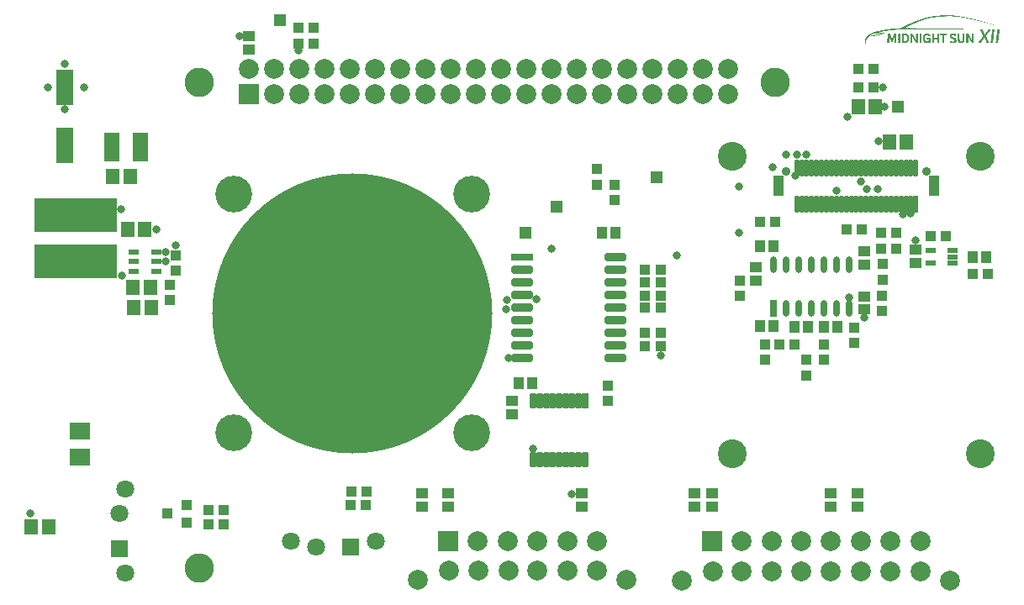
<source format=gts>
G04*
G04 #@! TF.GenerationSoftware,Altium Limited,Altium Designer,18.1.9 (240)*
G04*
G04 Layer_Color=8388736*
%FSLAX25Y25*%
%MOIN*%
G70*
G01*
G75*
%ADD36R,0.04537X0.04143*%
%ADD37R,0.03950X0.03950*%
%ADD38R,0.04147X0.04147*%
%ADD39R,0.04737X0.04737*%
%ADD40R,0.05328X0.06312*%
%ADD41R,0.03950X0.07887*%
%ADD42O,0.01981X0.07099*%
%ADD43R,0.01981X0.07099*%
%ADD44R,0.04147X0.04147*%
%ADD45R,0.04143X0.04537*%
G04:AMPARAMS|DCode=46|XSize=31.62mil|YSize=86.74mil|CornerRadius=9.91mil|HoleSize=0mil|Usage=FLASHONLY|Rotation=270.000|XOffset=0mil|YOffset=0mil|HoleType=Round|Shape=RoundedRectangle|*
%AMROUNDEDRECTD46*
21,1,0.03162,0.06693,0,0,270.0*
21,1,0.01181,0.08674,0,0,270.0*
1,1,0.01981,-0.03347,-0.00591*
1,1,0.01981,-0.03347,0.00591*
1,1,0.01981,0.03347,0.00591*
1,1,0.01981,0.03347,-0.00591*
%
%ADD46ROUNDEDRECTD46*%
%ADD47R,0.08674X0.03162*%
%ADD48R,0.02572X0.06312*%
G04:AMPARAMS|DCode=49|XSize=25.72mil|YSize=63.12mil|CornerRadius=8.43mil|HoleSize=0mil|Usage=FLASHONLY|Rotation=0.000|XOffset=0mil|YOffset=0mil|HoleType=Round|Shape=RoundedRectangle|*
%AMROUNDEDRECTD49*
21,1,0.02572,0.04626,0,0,0.0*
21,1,0.00886,0.06312,0,0,0.0*
1,1,0.01686,0.00443,-0.02313*
1,1,0.01686,-0.00443,-0.02313*
1,1,0.01686,-0.00443,0.02313*
1,1,0.01686,0.00443,0.02313*
%
%ADD49ROUNDEDRECTD49*%
%ADD50R,0.33084X0.13792*%
%ADD51R,0.04343X0.03950*%
%ADD52R,0.08083X0.06706*%
%ADD53R,0.04147X0.02178*%
%ADD54R,0.02572X0.06509*%
%ADD55O,0.02572X0.06509*%
%ADD56R,0.05918X0.11430*%
%ADD57R,0.06902X0.14383*%
%ADD58C,0.07887*%
%ADD59R,0.07887X0.07887*%
%ADD60C,0.03556*%
%ADD61R,0.07099X0.07099*%
%ADD62C,0.07099*%
%ADD63R,0.07099X0.07099*%
%ADD64C,0.14580*%
%ADD65C,1.11036*%
%ADD66C,0.11627*%
%ADD67C,0.11430*%
%ADD68C,0.03162*%
G36*
X370935Y233164D02*
X371175D01*
Y233116D01*
X371222D01*
Y233164D01*
X371270D01*
Y233116D01*
X371318D01*
Y233164D01*
X371366D01*
Y233116D01*
X371414D01*
Y233164D01*
X371462D01*
Y233116D01*
X371509D01*
Y233164D01*
X371557D01*
Y233116D01*
X372083D01*
Y233068D01*
X372131D01*
Y233116D01*
X372179D01*
Y233068D01*
X372227D01*
Y233116D01*
X372275D01*
Y233068D01*
X372418D01*
Y233020D01*
X372466D01*
Y233068D01*
X372514D01*
Y233020D01*
X372562D01*
Y233068D01*
X372610D01*
Y233020D01*
X373040D01*
Y232973D01*
X373088D01*
Y233020D01*
X373136D01*
Y232973D01*
X373184D01*
Y233020D01*
X373232D01*
Y232973D01*
X373280D01*
Y232925D01*
X373327D01*
Y232973D01*
X373375D01*
Y232925D01*
X373423D01*
Y232973D01*
X373471D01*
Y232925D01*
X373806D01*
Y232877D01*
X373854D01*
Y232925D01*
X373902D01*
Y232877D01*
X373949D01*
Y232829D01*
X373997D01*
Y232877D01*
X374045D01*
Y232829D01*
X374093D01*
Y232877D01*
X374141D01*
Y232829D01*
X374476D01*
Y232781D01*
X374523D01*
Y232829D01*
X374571D01*
Y232781D01*
X374619D01*
Y232733D01*
X374667D01*
Y232781D01*
X374715D01*
Y232733D01*
X374763D01*
Y232781D01*
X374811D01*
Y232733D01*
X375050D01*
Y232686D01*
X375098D01*
Y232733D01*
X375146D01*
Y232686D01*
X375289D01*
Y232638D01*
X375624D01*
Y232590D01*
X375672D01*
Y232638D01*
X375720D01*
Y232590D01*
X375767D01*
Y232542D01*
X375815D01*
Y232590D01*
X375863D01*
Y232542D01*
X376102D01*
Y232494D01*
X376150D01*
Y232542D01*
X376198D01*
Y232494D01*
X376246D01*
Y232446D01*
X376294D01*
Y232494D01*
X376342D01*
Y232446D01*
X376581D01*
Y232399D01*
X376629D01*
Y232446D01*
X376677D01*
Y232399D01*
X376724D01*
Y232351D01*
X376772D01*
Y232399D01*
X376820D01*
Y232351D01*
X376868D01*
Y232399D01*
X376916D01*
Y232351D01*
X377059D01*
Y232303D01*
X377107D01*
Y232351D01*
X377155D01*
Y232303D01*
X377203D01*
Y232255D01*
X377251D01*
Y232303D01*
X377298D01*
Y232255D01*
X377538D01*
Y232207D01*
X377586D01*
Y232255D01*
X377633D01*
Y232207D01*
X377681D01*
Y232159D01*
X377729D01*
Y232207D01*
X377777D01*
Y232159D01*
X378016D01*
Y232112D01*
X378064D01*
Y232159D01*
X378112D01*
Y232112D01*
X378160D01*
Y232064D01*
X378399D01*
Y232016D01*
X378447D01*
Y232064D01*
X378495D01*
Y232016D01*
X378542D01*
Y231968D01*
X378590D01*
Y232016D01*
X378638D01*
Y231968D01*
X378782D01*
Y231920D01*
X378829D01*
Y231968D01*
X378877D01*
Y231920D01*
X378925D01*
Y231872D01*
X378973D01*
Y231920D01*
X379021D01*
Y231872D01*
X379260D01*
Y231824D01*
X379308D01*
Y231872D01*
X379356D01*
Y231824D01*
X379403D01*
Y231777D01*
X379643D01*
Y231729D01*
X379786D01*
Y231681D01*
X379834D01*
Y231729D01*
X379882D01*
Y231681D01*
X380026D01*
Y231633D01*
X380073D01*
Y231681D01*
X380121D01*
Y231633D01*
X380169D01*
Y231585D01*
X380217D01*
Y231633D01*
X380265D01*
Y231585D01*
X380408D01*
Y231537D01*
X380456D01*
Y231585D01*
X380504D01*
Y231537D01*
X380552D01*
Y231489D01*
X380600D01*
Y231537D01*
X380647D01*
Y231489D01*
X380791D01*
Y231442D01*
X380839D01*
Y231489D01*
X380887D01*
Y231442D01*
X380935D01*
Y231394D01*
X380982D01*
Y231442D01*
X381030D01*
Y231394D01*
X381174D01*
Y231346D01*
X381222D01*
Y231394D01*
X381269D01*
Y231346D01*
X381317D01*
Y231298D01*
X381365D01*
Y231346D01*
X381413D01*
Y231298D01*
X381557D01*
Y231250D01*
X381604D01*
Y231298D01*
X381652D01*
Y231250D01*
X381700D01*
Y231203D01*
X381939D01*
Y231155D01*
X381987D01*
Y231107D01*
X382035D01*
Y231155D01*
X382083D01*
Y231107D01*
X382322D01*
Y231059D01*
X382466D01*
Y231011D01*
X382609D01*
Y230963D01*
X382657D01*
Y231011D01*
X382705D01*
Y230963D01*
X382753D01*
Y230915D01*
X382992D01*
Y230868D01*
X383135D01*
Y230820D01*
X383375D01*
Y230772D01*
X383422D01*
Y230724D01*
X383470D01*
Y230772D01*
X383518D01*
Y230724D01*
X383662D01*
Y230676D01*
X383709D01*
Y230724D01*
X383757D01*
Y230676D01*
X383805D01*
Y230628D01*
X383949D01*
Y230580D01*
X383997D01*
Y230628D01*
X384044D01*
Y230580D01*
X384092D01*
Y230533D01*
X384140D01*
Y230580D01*
X384188D01*
Y230533D01*
X384331D01*
Y230485D01*
X384475D01*
Y230437D01*
X384618D01*
Y230389D01*
X384666D01*
Y230437D01*
X384714D01*
Y230389D01*
X384762D01*
Y230341D01*
X384810D01*
Y230389D01*
X384858D01*
Y230341D01*
X385001D01*
Y230293D01*
X385049D01*
Y230341D01*
X385097D01*
Y230293D01*
X385145D01*
Y230246D01*
X385288D01*
Y230198D01*
X385336D01*
Y230246D01*
X385384D01*
Y230198D01*
X385432D01*
Y230150D01*
X385671D01*
Y230102D01*
X385719D01*
Y230054D01*
X385767D01*
Y230102D01*
X385815D01*
Y230054D01*
X385958D01*
Y230006D01*
X386102D01*
Y229959D01*
X386341D01*
Y229911D01*
X386484D01*
Y229863D01*
X386628D01*
Y229815D01*
X386676D01*
Y229863D01*
X386724D01*
Y229815D01*
X386771D01*
Y229767D01*
X386915D01*
Y229719D01*
X386963D01*
Y229767D01*
X387011D01*
Y229719D01*
X387058D01*
Y229672D01*
X387298D01*
Y229624D01*
X387346D01*
Y229576D01*
X387393D01*
Y229624D01*
X387441D01*
Y229576D01*
X387585D01*
Y229528D01*
X387728D01*
Y229480D01*
X387872D01*
Y229432D01*
X387920D01*
Y229480D01*
X387967D01*
Y229432D01*
X388015D01*
Y229384D01*
X388063D01*
Y229432D01*
X388111D01*
Y229384D01*
X388255D01*
Y229337D01*
X388398D01*
Y229289D01*
X388542D01*
Y229241D01*
X388685D01*
Y229193D01*
X388829D01*
Y229145D01*
X388877D01*
Y229193D01*
X388924D01*
Y229145D01*
X388972D01*
Y229097D01*
X389116D01*
Y229049D01*
X389164D01*
Y229002D01*
X389116D01*
Y229049D01*
X388972D01*
Y229097D01*
X388829D01*
Y229145D01*
X388781D01*
Y229097D01*
X388733D01*
Y229145D01*
X388685D01*
Y229193D01*
X388637D01*
Y229145D01*
X388590D01*
Y229193D01*
X388542D01*
Y229241D01*
X388494D01*
Y229193D01*
X388446D01*
Y229241D01*
X388302D01*
Y229289D01*
X388159D01*
Y229337D01*
X388015D01*
Y229384D01*
X387967D01*
Y229337D01*
X387920D01*
Y229384D01*
X387872D01*
Y229432D01*
X387633D01*
Y229480D01*
X387489D01*
Y229528D01*
X387346D01*
Y229576D01*
X387298D01*
Y229528D01*
X387250D01*
Y229576D01*
X387202D01*
Y229624D01*
X387154D01*
Y229576D01*
X387106D01*
Y229624D01*
X386963D01*
Y229672D01*
X386819D01*
Y229719D01*
X386580D01*
Y229767D01*
X386532D01*
Y229815D01*
X386484D01*
Y229767D01*
X386437D01*
Y229815D01*
X386293D01*
Y229863D01*
X386150D01*
Y229911D01*
X386006D01*
Y229959D01*
X385958D01*
Y229911D01*
X385910D01*
Y229959D01*
X385862D01*
Y230006D01*
X385815D01*
Y229959D01*
X385767D01*
Y230006D01*
X385623D01*
Y230054D01*
X385575D01*
Y230006D01*
X385527D01*
Y230054D01*
X385480D01*
Y230102D01*
X385240D01*
Y230150D01*
X385097D01*
Y230198D01*
X384953D01*
Y230246D01*
X384906D01*
Y230198D01*
X384858D01*
Y230246D01*
X384810D01*
Y230293D01*
X384762D01*
Y230246D01*
X384714D01*
Y230293D01*
X384475D01*
Y230341D01*
X384427D01*
Y230389D01*
X384379D01*
Y230341D01*
X384331D01*
Y230389D01*
X384188D01*
Y230437D01*
X384044D01*
Y230485D01*
X383997D01*
Y230437D01*
X383949D01*
Y230485D01*
X383805D01*
Y230533D01*
X383757D01*
Y230580D01*
X383709D01*
Y230533D01*
X383757D01*
Y230485D01*
X383709D01*
Y230533D01*
X383662D01*
Y230580D01*
X383422D01*
Y230628D01*
X383279D01*
Y230676D01*
X383040D01*
Y230724D01*
X382992D01*
Y230772D01*
X382944D01*
Y230724D01*
X382992D01*
Y230676D01*
X382944D01*
Y230724D01*
X382896D01*
Y230772D01*
X382657D01*
Y230820D01*
X382513D01*
Y230868D01*
X382370D01*
Y230915D01*
X382322D01*
Y230868D01*
X382274D01*
Y230915D01*
X382226D01*
Y230963D01*
X382178D01*
Y230915D01*
X382131D01*
Y230963D01*
X381891D01*
Y231011D01*
X381748D01*
Y231059D01*
X381509D01*
Y231107D01*
X381461D01*
Y231155D01*
X381413D01*
Y231107D01*
X381461D01*
Y231059D01*
X381413D01*
Y231107D01*
X381365D01*
Y231155D01*
X381126D01*
Y231203D01*
X380982D01*
Y231250D01*
X380935D01*
Y231203D01*
X380887D01*
Y231250D01*
X380743D01*
Y231298D01*
X380695D01*
Y231250D01*
X380647D01*
Y231298D01*
X380600D01*
Y231346D01*
X380360D01*
Y231394D01*
X380312D01*
Y231346D01*
X380265D01*
Y231394D01*
X380217D01*
Y231442D01*
X380169D01*
Y231394D01*
X380121D01*
Y231442D01*
X379882D01*
Y231489D01*
X379738D01*
Y231537D01*
X379499D01*
Y231585D01*
X379451D01*
Y231537D01*
X379403D01*
Y231585D01*
X379356D01*
Y231633D01*
X379308D01*
Y231585D01*
X379260D01*
Y231633D01*
X379117D01*
Y231681D01*
X379069D01*
Y231633D01*
X379021D01*
Y231681D01*
X378973D01*
Y231729D01*
X378925D01*
Y231681D01*
X378973D01*
Y231633D01*
X378925D01*
Y231681D01*
X378877D01*
Y231729D01*
X378638D01*
Y231777D01*
X378590D01*
Y231729D01*
X378542D01*
Y231777D01*
X378495D01*
Y231824D01*
X378447D01*
Y231777D01*
X378399D01*
Y231824D01*
X378160D01*
Y231872D01*
X378112D01*
Y231824D01*
X378064D01*
Y231872D01*
X378016D01*
Y231920D01*
X377968D01*
Y231872D01*
X377920D01*
Y231920D01*
X377681D01*
Y231968D01*
X377538D01*
Y232016D01*
X377490D01*
Y231968D01*
X377442D01*
Y232016D01*
X377203D01*
Y232064D01*
X377059D01*
Y232112D01*
X377011D01*
Y232064D01*
X376963D01*
Y232112D01*
X376724D01*
Y232159D01*
X376677D01*
Y232112D01*
X376629D01*
Y232159D01*
X376581D01*
Y232207D01*
X376533D01*
Y232159D01*
X376485D01*
Y232207D01*
X376246D01*
Y232255D01*
X376198D01*
Y232207D01*
X376150D01*
Y232255D01*
X376102D01*
Y232303D01*
X376055D01*
Y232255D01*
X376102D01*
Y232207D01*
X376055D01*
Y232255D01*
X376007D01*
Y232303D01*
X375959D01*
Y232255D01*
X375911D01*
Y232303D01*
X375672D01*
Y232351D01*
X375624D01*
Y232303D01*
X375576D01*
Y232351D01*
X375432D01*
Y232399D01*
X375385D01*
Y232351D01*
X375337D01*
Y232399D01*
X375098D01*
Y232446D01*
X375050D01*
Y232399D01*
X375002D01*
Y232446D01*
X374954D01*
Y232399D01*
X374906D01*
Y232446D01*
X374858D01*
Y232494D01*
X374811D01*
Y232446D01*
X374763D01*
Y232494D01*
X374715D01*
Y232446D01*
X374667D01*
Y232494D01*
X374428D01*
Y232542D01*
X374380D01*
Y232494D01*
X374332D01*
Y232542D01*
X374284D01*
Y232494D01*
X374236D01*
Y232542D01*
X374093D01*
Y232590D01*
X374045D01*
Y232542D01*
X373997D01*
Y232590D01*
X373662D01*
Y232638D01*
X373615D01*
Y232590D01*
X373567D01*
Y232638D01*
X373519D01*
Y232590D01*
X373471D01*
Y232638D01*
X373423D01*
Y232686D01*
X373375D01*
Y232638D01*
X373327D01*
Y232686D01*
X373280D01*
Y232638D01*
X373232D01*
Y232686D01*
X372705D01*
Y232733D01*
X372658D01*
Y232686D01*
X372610D01*
Y232733D01*
X372562D01*
Y232686D01*
X372514D01*
Y232733D01*
X372371D01*
Y232781D01*
X372323D01*
Y232733D01*
X372179D01*
Y232781D01*
X372131D01*
Y232733D01*
X372083D01*
Y232781D01*
X372036D01*
Y232733D01*
X371988D01*
Y232781D01*
X371940D01*
Y232733D01*
X371892D01*
Y232781D01*
X371844D01*
Y232733D01*
X371796D01*
Y232781D01*
X371749D01*
Y232733D01*
X371701D01*
Y232781D01*
X371557D01*
Y232733D01*
X371509D01*
Y232781D01*
X369835D01*
Y232733D01*
X369787D01*
Y232781D01*
X369643D01*
Y232733D01*
X369596D01*
Y232781D01*
X369548D01*
Y232733D01*
X369500D01*
Y232781D01*
X369452D01*
Y232733D01*
X369404D01*
Y232781D01*
X369356D01*
Y232733D01*
X369309D01*
Y232781D01*
X369261D01*
Y232733D01*
X369213D01*
Y232781D01*
X369165D01*
Y232733D01*
X369117D01*
Y232781D01*
X369069D01*
Y232733D01*
X369022D01*
Y232781D01*
X368974D01*
Y232733D01*
X368926D01*
Y232781D01*
X368878D01*
Y232733D01*
X368734D01*
Y232686D01*
X368687D01*
Y232733D01*
X368543D01*
Y232686D01*
X368495D01*
Y232733D01*
X368447D01*
Y232686D01*
X368400D01*
Y232733D01*
X368352D01*
Y232686D01*
X368304D01*
Y232733D01*
X368256D01*
Y232686D01*
X368208D01*
Y232733D01*
X368160D01*
Y232686D01*
X368112D01*
Y232733D01*
X368065D01*
Y232686D01*
X367443D01*
Y232638D01*
X367395D01*
Y232686D01*
X367347D01*
Y232638D01*
X367299D01*
Y232686D01*
X367251D01*
Y232638D01*
X367203D01*
Y232686D01*
X367156D01*
Y232638D01*
X367108D01*
Y232686D01*
X367060D01*
Y232638D01*
X367108D01*
Y232590D01*
X367060D01*
Y232638D01*
X367012D01*
Y232590D01*
X366964D01*
Y232638D01*
X366916D01*
Y232590D01*
X366869D01*
Y232638D01*
X366821D01*
Y232590D01*
X366390D01*
Y232542D01*
X366342D01*
Y232590D01*
X366294D01*
Y232542D01*
X366247D01*
Y232590D01*
X366199D01*
Y232542D01*
X366055D01*
Y232494D01*
X366007D01*
Y232542D01*
X365960D01*
Y232494D01*
X365912D01*
Y232542D01*
X365864D01*
Y232494D01*
X365816D01*
Y232542D01*
X365768D01*
Y232494D01*
X365433D01*
Y232446D01*
X365385D01*
Y232494D01*
X365338D01*
Y232446D01*
X365290D01*
Y232494D01*
X365242D01*
Y232446D01*
X365194D01*
Y232494D01*
X365146D01*
Y232446D01*
X365194D01*
Y232399D01*
X365146D01*
Y232446D01*
X365098D01*
Y232399D01*
X365051D01*
Y232446D01*
X365003D01*
Y232399D01*
X364668D01*
Y232351D01*
X364620D01*
Y232399D01*
X364572D01*
Y232351D01*
X364524D01*
Y232399D01*
X364476D01*
Y232351D01*
X364428D01*
Y232303D01*
X364381D01*
Y232351D01*
X364333D01*
Y232303D01*
X364285D01*
Y232351D01*
X364237D01*
Y232303D01*
X363998D01*
Y232255D01*
X363950D01*
Y232303D01*
X363902D01*
Y232255D01*
X363854D01*
Y232207D01*
X363807D01*
Y232255D01*
X363759D01*
Y232207D01*
X363520D01*
Y232159D01*
X363472D01*
Y232207D01*
X363424D01*
Y232159D01*
X363376D01*
Y232207D01*
X363328D01*
Y232159D01*
X363280D01*
Y232112D01*
X363232D01*
Y232159D01*
X363185D01*
Y232112D01*
X362945D01*
Y232064D01*
X362898D01*
Y232112D01*
X362850D01*
Y232064D01*
X362898D01*
Y232016D01*
X362850D01*
Y232064D01*
X362802D01*
Y232016D01*
X362754D01*
Y232064D01*
X362706D01*
Y232016D01*
X362563D01*
Y231968D01*
X362515D01*
Y232016D01*
X362467D01*
Y231968D01*
X362419D01*
Y231920D01*
X362371D01*
Y231968D01*
X362323D01*
Y231920D01*
X362084D01*
Y231872D01*
X362036D01*
Y231824D01*
X361988D01*
Y231872D01*
X361941D01*
Y231824D01*
X361797D01*
Y231777D01*
X361654D01*
Y231729D01*
X361606D01*
Y231777D01*
X361558D01*
Y231729D01*
X361414D01*
Y231681D01*
X361367D01*
Y231729D01*
X361319D01*
Y231681D01*
X361367D01*
Y231633D01*
X361319D01*
Y231681D01*
X361271D01*
Y231633D01*
X361127D01*
Y231585D01*
X361080D01*
Y231633D01*
X361032D01*
Y231585D01*
X360984D01*
Y231537D01*
X360745D01*
Y231489D01*
X360697D01*
Y231442D01*
X360553D01*
Y231394D01*
X360505D01*
Y231442D01*
X360457D01*
Y231394D01*
X360410D01*
Y231346D01*
X360171D01*
Y231298D01*
X360123D01*
Y231250D01*
X359883D01*
Y231203D01*
X359836D01*
Y231155D01*
X359596D01*
Y231107D01*
X359548D01*
Y231059D01*
X359405D01*
Y231011D01*
X359357D01*
Y231059D01*
X359309D01*
Y231011D01*
X359261D01*
Y230963D01*
X359118D01*
Y230915D01*
X359070D01*
Y230963D01*
X359022D01*
Y230915D01*
X359070D01*
Y230868D01*
X359022D01*
Y230915D01*
X358974D01*
Y230868D01*
X358831D01*
Y230820D01*
X358783D01*
Y230772D01*
X358735D01*
Y230820D01*
X358687D01*
Y230772D01*
X358544D01*
Y230724D01*
X358496D01*
Y230676D01*
X358352D01*
Y230628D01*
X358209D01*
Y230580D01*
X358065D01*
Y230533D01*
X358017D01*
Y230485D01*
X357874D01*
Y230437D01*
X357826D01*
Y230485D01*
X357778D01*
Y230437D01*
X357731D01*
Y230389D01*
X357587D01*
Y230341D01*
X357539D01*
Y230293D01*
X357491D01*
Y230341D01*
X357443D01*
Y230293D01*
X357396D01*
Y230246D01*
X357252D01*
Y230198D01*
X357108D01*
Y230150D01*
X357061D01*
Y230102D01*
X356917D01*
Y230054D01*
X356869D01*
Y230102D01*
X356821D01*
Y230054D01*
X356774D01*
Y230006D01*
X356630D01*
Y229959D01*
X356582D01*
Y229911D01*
X356439D01*
Y229863D01*
X356391D01*
Y229815D01*
X356247D01*
Y229767D01*
X356200D01*
Y229815D01*
X356152D01*
Y229767D01*
X356200D01*
Y229719D01*
X356152D01*
Y229767D01*
X356104D01*
Y229719D01*
X356056D01*
Y229672D01*
X355912D01*
Y229624D01*
X355769D01*
Y229576D01*
X355721D01*
Y229528D01*
X355673D01*
Y229480D01*
X355625D01*
Y229528D01*
X355577D01*
Y229480D01*
X355530D01*
Y229432D01*
X355386D01*
Y229384D01*
X355338D01*
Y229337D01*
X355195D01*
Y229289D01*
X355147D01*
Y229241D01*
X355003D01*
Y229193D01*
X354956D01*
Y229145D01*
X354812D01*
Y229097D01*
X354764D01*
Y229049D01*
X354621D01*
Y229002D01*
X354573D01*
Y228954D01*
X354429D01*
Y228906D01*
X354381D01*
Y228858D01*
X354238D01*
Y228810D01*
X354190D01*
Y228763D01*
X354047D01*
Y228715D01*
X353999D01*
Y228667D01*
X353855D01*
Y228619D01*
X353807D01*
Y228571D01*
X353664D01*
Y228523D01*
X353616D01*
Y228475D01*
X353472D01*
Y228428D01*
X353425D01*
Y228380D01*
X353281D01*
Y228332D01*
X353233D01*
Y228284D01*
X353090D01*
Y228236D01*
X353042D01*
Y228188D01*
X352994D01*
Y228140D01*
X353042D01*
Y228093D01*
X353090D01*
Y228045D01*
X353137D01*
Y228093D01*
X353377D01*
Y228140D01*
X353425D01*
Y228093D01*
X353472D01*
Y228045D01*
X353520D01*
Y228093D01*
X353568D01*
Y228140D01*
X353616D01*
Y228093D01*
X353760D01*
Y228140D01*
X353807D01*
Y228093D01*
X353855D01*
Y228045D01*
X353903D01*
Y228093D01*
X354047D01*
Y228045D01*
X354094D01*
Y228093D01*
X354238D01*
Y228045D01*
X354286D01*
Y228093D01*
X354334D01*
Y228045D01*
X354381D01*
Y228093D01*
X354429D01*
Y228045D01*
X354477D01*
Y228093D01*
X354621D01*
Y228045D01*
X354668D01*
Y228093D01*
X354716D01*
Y228045D01*
X354764D01*
Y228093D01*
X354812D01*
Y228045D01*
X354860D01*
Y228093D01*
X354908D01*
Y228045D01*
X354956D01*
Y228093D01*
X355003D01*
Y228045D01*
X355051D01*
Y228093D01*
X355099D01*
Y228045D01*
X355147D01*
Y228093D01*
X355195D01*
Y228045D01*
X355243D01*
Y228093D01*
X355291D01*
Y228045D01*
X355338D01*
Y228093D01*
X355386D01*
Y228045D01*
X355434D01*
Y228093D01*
X355482D01*
Y228045D01*
X355530D01*
Y228093D01*
X355577D01*
Y228045D01*
X355625D01*
Y228093D01*
X355673D01*
Y228045D01*
X355721D01*
Y228093D01*
X355769D01*
Y228045D01*
X355817D01*
Y228093D01*
X355865D01*
Y228045D01*
X355912D01*
Y228093D01*
X355960D01*
Y228045D01*
X356008D01*
Y228093D01*
X356056D01*
Y228045D01*
X356104D01*
Y228093D01*
X356152D01*
Y228045D01*
X356200D01*
Y228093D01*
X356247D01*
Y228045D01*
X356295D01*
Y228093D01*
X356343D01*
Y228045D01*
X356487D01*
Y228093D01*
X356534D01*
Y228045D01*
X356678D01*
Y228093D01*
X356726D01*
Y228045D01*
X356869D01*
Y228093D01*
X356917D01*
Y228045D01*
X360218D01*
Y227997D01*
X360266D01*
Y228045D01*
X360314D01*
Y227997D01*
X360362D01*
Y228045D01*
X360410D01*
Y227997D01*
X360457D01*
Y228045D01*
X360505D01*
Y227997D01*
X360553D01*
Y228045D01*
X360601D01*
Y227997D01*
X360649D01*
Y228045D01*
X360697D01*
Y227997D01*
X360745D01*
Y228045D01*
X360888D01*
Y227997D01*
X360936D01*
Y228045D01*
X360984D01*
Y227997D01*
X361032D01*
Y228045D01*
X361080D01*
Y227997D01*
X361127D01*
Y228045D01*
X361175D01*
Y227997D01*
X361223D01*
Y228045D01*
X361271D01*
Y227997D01*
X361319D01*
Y228045D01*
X361367D01*
Y227997D01*
X361414D01*
Y228045D01*
X361462D01*
Y227997D01*
X361510D01*
Y228045D01*
X361558D01*
Y227997D01*
X361606D01*
Y228045D01*
X361654D01*
Y227997D01*
X361701D01*
Y228045D01*
X361749D01*
Y227997D01*
X361797D01*
Y228045D01*
X361845D01*
Y227997D01*
X361893D01*
Y228045D01*
X361941D01*
Y227997D01*
X361988D01*
Y228045D01*
X362036D01*
Y227997D01*
X362084D01*
Y228045D01*
X362132D01*
Y227997D01*
X362180D01*
Y228045D01*
X362228D01*
Y227997D01*
X362276D01*
Y228045D01*
X362323D01*
Y227997D01*
X362371D01*
Y228045D01*
X362419D01*
Y227997D01*
X362467D01*
Y228045D01*
X362515D01*
Y227997D01*
X362563D01*
Y228045D01*
X362611D01*
Y227997D01*
X362658D01*
Y228045D01*
X362706D01*
Y227997D01*
X362754D01*
Y228045D01*
X362802D01*
Y227997D01*
X362850D01*
Y228045D01*
X362898D01*
Y227997D01*
X363041D01*
Y228045D01*
X363089D01*
Y227997D01*
X363232D01*
Y228045D01*
X363280D01*
Y227997D01*
X363424D01*
Y228045D01*
X363472D01*
Y227997D01*
X363615D01*
Y228045D01*
X363663D01*
Y227997D01*
X363807D01*
Y228045D01*
X363854D01*
Y227997D01*
X363998D01*
Y228045D01*
X364046D01*
Y227997D01*
X364189D01*
Y228045D01*
X364237D01*
Y227997D01*
X364381D01*
Y228045D01*
X364428D01*
Y227997D01*
X364572D01*
Y228045D01*
X364620D01*
Y227997D01*
X364763D01*
Y228045D01*
X364811D01*
Y227997D01*
X364955D01*
Y228045D01*
X365003D01*
Y227997D01*
X365146D01*
Y228045D01*
X365194D01*
Y227997D01*
X365242D01*
Y228045D01*
X365290D01*
Y227997D01*
X365338D01*
Y228045D01*
X365385D01*
Y227997D01*
X365433D01*
Y228045D01*
X365481D01*
Y227997D01*
X365529D01*
Y228045D01*
X365577D01*
Y227997D01*
X365625D01*
Y228045D01*
X365672D01*
Y227997D01*
X365720D01*
Y228045D01*
X365768D01*
Y227997D01*
X365816D01*
Y228045D01*
X365864D01*
Y227997D01*
X365912D01*
Y228045D01*
X365960D01*
Y227997D01*
X366007D01*
Y228045D01*
X366055D01*
Y227997D01*
X366103D01*
Y228045D01*
X366151D01*
Y227997D01*
X366199D01*
Y228045D01*
X366247D01*
Y227997D01*
X366294D01*
Y228045D01*
X366342D01*
Y227997D01*
X366390D01*
Y228045D01*
X366438D01*
Y227997D01*
X366486D01*
Y228045D01*
X366534D01*
Y227997D01*
X366582D01*
Y228045D01*
X366629D01*
Y227997D01*
X366677D01*
Y228045D01*
X366725D01*
Y227997D01*
X366773D01*
Y228045D01*
X366821D01*
Y227997D01*
X366869D01*
Y228045D01*
X366916D01*
Y227997D01*
X366964D01*
Y228045D01*
X367012D01*
Y227997D01*
X367060D01*
Y228045D01*
X367108D01*
Y227997D01*
X367156D01*
Y228045D01*
X367203D01*
Y227997D01*
X367251D01*
Y228045D01*
X367299D01*
Y227997D01*
X367347D01*
Y228045D01*
X367395D01*
Y227997D01*
X367443D01*
Y228045D01*
X367491D01*
Y227997D01*
X367538D01*
Y228045D01*
X367586D01*
Y227997D01*
X367634D01*
Y228045D01*
X367682D01*
Y227997D01*
X367730D01*
Y228045D01*
X367778D01*
Y227997D01*
X367825D01*
Y228045D01*
X367873D01*
Y227997D01*
X367921D01*
Y228045D01*
X367969D01*
Y227997D01*
X368017D01*
Y228045D01*
X368065D01*
Y227997D01*
X368112D01*
Y228045D01*
X368160D01*
Y227997D01*
X368208D01*
Y228045D01*
X368256D01*
Y227997D01*
X368304D01*
Y228045D01*
X368352D01*
Y227997D01*
X368400D01*
Y228045D01*
X368447D01*
Y227997D01*
X368495D01*
Y228045D01*
X368543D01*
Y227997D01*
X368591D01*
Y228045D01*
X368639D01*
Y227997D01*
X368687D01*
Y228045D01*
X368734D01*
Y227997D01*
X368782D01*
Y228045D01*
X368830D01*
Y227997D01*
X368878D01*
Y228045D01*
X368926D01*
Y227997D01*
X368974D01*
Y228045D01*
X369022D01*
Y227997D01*
X369069D01*
Y228045D01*
X369117D01*
Y227997D01*
X369165D01*
Y228045D01*
X369213D01*
Y227997D01*
X369261D01*
Y228045D01*
X369309D01*
Y227997D01*
X369356D01*
Y228045D01*
X369404D01*
Y227997D01*
X369452D01*
Y228045D01*
X369500D01*
Y227997D01*
X369548D01*
Y228045D01*
X369596D01*
Y227997D01*
X369643D01*
Y228045D01*
X369691D01*
Y227997D01*
X369739D01*
Y228045D01*
X369787D01*
Y227997D01*
X369835D01*
Y228045D01*
X369883D01*
Y227997D01*
X369931D01*
Y228045D01*
X369978D01*
Y227997D01*
X370026D01*
Y228045D01*
X370074D01*
Y227997D01*
X370122D01*
Y228045D01*
X370170D01*
Y227997D01*
X370218D01*
Y228045D01*
X370265D01*
Y227997D01*
X370313D01*
Y228045D01*
X370361D01*
Y227997D01*
X370409D01*
Y228045D01*
X370457D01*
Y227997D01*
X370505D01*
Y228045D01*
X370552D01*
Y227997D01*
X370600D01*
Y228045D01*
X370648D01*
Y227997D01*
X370696D01*
Y228045D01*
X370744D01*
Y227997D01*
X370792D01*
Y228045D01*
X370840D01*
Y227997D01*
X370887D01*
Y228045D01*
X370935D01*
Y227997D01*
X370983D01*
Y228045D01*
X371031D01*
Y227997D01*
X371079D01*
Y228045D01*
X371127D01*
Y227997D01*
X371175D01*
Y228045D01*
X371222D01*
Y227997D01*
X371270D01*
Y228045D01*
X371318D01*
Y227997D01*
X371366D01*
Y228045D01*
X371414D01*
Y227997D01*
X371462D01*
Y228045D01*
X371509D01*
Y227997D01*
X371557D01*
Y228045D01*
X371605D01*
Y227997D01*
X371653D01*
Y228045D01*
X371701D01*
Y227997D01*
X371749D01*
Y228045D01*
X371796D01*
Y227997D01*
X371844D01*
Y228045D01*
X371892D01*
Y227997D01*
X371940D01*
Y228045D01*
X371988D01*
Y227997D01*
X372036D01*
Y228045D01*
X372083D01*
Y227997D01*
X372131D01*
Y228045D01*
X372179D01*
Y227997D01*
X372227D01*
Y228045D01*
X372275D01*
Y227997D01*
X372323D01*
Y228045D01*
X372371D01*
Y227997D01*
X372418D01*
Y228045D01*
X372466D01*
Y227997D01*
X372514D01*
Y228045D01*
X372562D01*
Y227997D01*
X372610D01*
Y228045D01*
X372658D01*
Y227997D01*
X372705D01*
Y228045D01*
X372753D01*
Y227997D01*
X372801D01*
Y228045D01*
X372849D01*
Y227997D01*
X372897D01*
Y228045D01*
X372945D01*
Y227997D01*
X372992D01*
Y228045D01*
X373040D01*
Y227997D01*
X373088D01*
Y228045D01*
X373136D01*
Y227997D01*
X373184D01*
Y228045D01*
X373232D01*
Y227997D01*
X373375D01*
Y228045D01*
X373423D01*
Y227997D01*
X373567D01*
Y228045D01*
X373615D01*
Y227997D01*
X373662D01*
Y227949D01*
X373710D01*
Y227997D01*
X373854D01*
Y227949D01*
X373902D01*
Y227997D01*
X373949D01*
Y227949D01*
X373997D01*
Y227997D01*
X374045D01*
Y227949D01*
X374093D01*
Y227997D01*
X374141D01*
Y227949D01*
X374189D01*
Y227997D01*
X374236D01*
Y227949D01*
X374284D01*
Y227997D01*
X374332D01*
Y227949D01*
X374380D01*
Y227997D01*
X374428D01*
Y227949D01*
X374476D01*
Y227997D01*
X374523D01*
Y227949D01*
X374571D01*
Y227997D01*
X374619D01*
Y227949D01*
X374667D01*
Y227997D01*
X374715D01*
Y227949D01*
X374763D01*
Y227997D01*
X374811D01*
Y227949D01*
X374858D01*
Y227997D01*
X374906D01*
Y227949D01*
X374954D01*
Y227997D01*
X375002D01*
Y227949D01*
X375050D01*
Y227997D01*
X375193D01*
Y227949D01*
X375241D01*
Y227997D01*
X375385D01*
Y227949D01*
X375432D01*
Y227997D01*
X375576D01*
Y227949D01*
X375624D01*
Y227997D01*
X375767D01*
Y227949D01*
X375815D01*
Y227997D01*
X375863D01*
Y227949D01*
X375911D01*
Y227997D01*
X375959D01*
Y227949D01*
X376007D01*
Y227997D01*
X376150D01*
Y227949D01*
X376198D01*
Y227997D01*
X376342D01*
Y227949D01*
X376389D01*
Y227997D01*
X376437D01*
Y228045D01*
X376485D01*
Y227997D01*
X376629D01*
Y228045D01*
X376677D01*
Y227997D01*
X376820D01*
Y228045D01*
X376868D01*
Y227997D01*
X377011D01*
Y228045D01*
X377059D01*
Y227997D01*
X377203D01*
Y228045D01*
X377251D01*
Y227997D01*
X377394D01*
Y228045D01*
X377442D01*
Y227997D01*
X377586D01*
Y228045D01*
X377633D01*
Y227997D01*
X377681D01*
Y228045D01*
X377729D01*
Y227997D01*
X377777D01*
Y228045D01*
X377825D01*
Y227997D01*
X377873D01*
Y228045D01*
X377920D01*
Y227997D01*
X377968D01*
Y228045D01*
X378016D01*
Y227997D01*
X378064D01*
Y228045D01*
X378112D01*
Y227997D01*
X378160D01*
Y228045D01*
X378207D01*
Y227997D01*
X378255D01*
Y228045D01*
X378303D01*
Y227997D01*
X378351D01*
Y228045D01*
X379451D01*
Y227997D01*
X378925D01*
Y227949D01*
X378877D01*
Y227997D01*
X378829D01*
Y227949D01*
X378782D01*
Y227997D01*
X378734D01*
Y227949D01*
X378686D01*
Y227997D01*
X378638D01*
Y227949D01*
X378495D01*
Y227901D01*
X378447D01*
Y227949D01*
X378399D01*
Y227901D01*
X378351D01*
Y227949D01*
X378303D01*
Y227901D01*
X378255D01*
Y227949D01*
X378207D01*
Y227901D01*
X378160D01*
Y227949D01*
X378112D01*
Y227901D01*
X377586D01*
Y227853D01*
X377538D01*
Y227901D01*
X377490D01*
Y227853D01*
X377442D01*
Y227901D01*
X377394D01*
Y227853D01*
X377346D01*
Y227901D01*
X377298D01*
Y227853D01*
X377251D01*
Y227901D01*
X377203D01*
Y227853D01*
X377059D01*
Y227806D01*
X377011D01*
Y227853D01*
X376963D01*
Y227806D01*
X376916D01*
Y227853D01*
X376868D01*
Y227806D01*
X376820D01*
Y227853D01*
X376772D01*
Y227806D01*
X376150D01*
Y227758D01*
X376102D01*
Y227806D01*
X376055D01*
Y227758D01*
X376007D01*
Y227806D01*
X375959D01*
Y227758D01*
X375815D01*
Y227806D01*
X375767D01*
Y227758D01*
X375624D01*
Y227710D01*
X375576D01*
Y227758D01*
X375528D01*
Y227710D01*
X375480D01*
Y227758D01*
X375432D01*
Y227710D01*
X375385D01*
Y227758D01*
X375337D01*
Y227710D01*
X375289D01*
Y227758D01*
X375241D01*
Y227710D01*
X374523D01*
Y227662D01*
X374476D01*
Y227710D01*
X374428D01*
Y227662D01*
X374380D01*
Y227710D01*
X374332D01*
Y227662D01*
X374284D01*
Y227710D01*
X374236D01*
Y227662D01*
X374189D01*
Y227710D01*
X374141D01*
Y227662D01*
X374189D01*
Y227614D01*
X374141D01*
Y227662D01*
X373997D01*
Y227614D01*
X373949D01*
Y227662D01*
X373902D01*
Y227614D01*
X373854D01*
Y227662D01*
X373806D01*
Y227614D01*
X373758D01*
Y227662D01*
X373710D01*
Y227614D01*
X373662D01*
Y227662D01*
X373615D01*
Y227614D01*
X373567D01*
Y227662D01*
X373519D01*
Y227614D01*
X372514D01*
Y227566D01*
X372466D01*
Y227614D01*
X372323D01*
Y227566D01*
X372275D01*
Y227614D01*
X372227D01*
Y227566D01*
X372179D01*
Y227614D01*
X372131D01*
Y227566D01*
X372083D01*
Y227614D01*
X372036D01*
Y227566D01*
X371988D01*
Y227614D01*
X371940D01*
Y227566D01*
X371892D01*
Y227614D01*
X371844D01*
Y227566D01*
X371796D01*
Y227614D01*
X371749D01*
Y227566D01*
X371701D01*
Y227614D01*
X371653D01*
Y227566D01*
X371605D01*
Y227614D01*
X371557D01*
Y227566D01*
X371414D01*
Y227614D01*
X371366D01*
Y227566D01*
X371222D01*
Y227519D01*
X371175D01*
Y227566D01*
X370935D01*
Y227519D01*
X370887D01*
Y227566D01*
X370840D01*
Y227519D01*
X370792D01*
Y227566D01*
X370744D01*
Y227519D01*
X370696D01*
Y227566D01*
X370648D01*
Y227519D01*
X370600D01*
Y227566D01*
X370552D01*
Y227519D01*
X370505D01*
Y227566D01*
X370457D01*
Y227519D01*
X370409D01*
Y227566D01*
X370361D01*
Y227519D01*
X370313D01*
Y227566D01*
X370265D01*
Y227519D01*
X370218D01*
Y227566D01*
X370170D01*
Y227519D01*
X370122D01*
Y227566D01*
X370074D01*
Y227519D01*
X370026D01*
Y227566D01*
X369978D01*
Y227519D01*
X369931D01*
Y227566D01*
X369883D01*
Y227519D01*
X369835D01*
Y227566D01*
X369787D01*
Y227519D01*
X369739D01*
Y227566D01*
X369691D01*
Y227519D01*
X369643D01*
Y227566D01*
X369596D01*
Y227519D01*
X369548D01*
Y227566D01*
X369500D01*
Y227519D01*
X369452D01*
Y227566D01*
X369404D01*
Y227519D01*
X369356D01*
Y227566D01*
X369309D01*
Y227519D01*
X369261D01*
Y227566D01*
X369213D01*
Y227519D01*
X369165D01*
Y227566D01*
X369117D01*
Y227519D01*
X369069D01*
Y227566D01*
X369022D01*
Y227519D01*
X368974D01*
Y227566D01*
X368926D01*
Y227519D01*
X368878D01*
Y227566D01*
X368830D01*
Y227519D01*
X368782D01*
Y227566D01*
X368734D01*
Y227519D01*
X368687D01*
Y227566D01*
X368639D01*
Y227519D01*
X368591D01*
Y227566D01*
X368543D01*
Y227519D01*
X368304D01*
Y227566D01*
X368256D01*
Y227519D01*
X367921D01*
Y227566D01*
X367873D01*
Y227519D01*
X361032D01*
Y227566D01*
X360984D01*
Y227519D01*
X360649D01*
Y227566D01*
X360601D01*
Y227519D01*
X360266D01*
Y227566D01*
X360218D01*
Y227519D01*
X360075D01*
Y227566D01*
X360027D01*
Y227519D01*
X359979D01*
Y227566D01*
X359931D01*
Y227519D01*
X359883D01*
Y227566D01*
X359836D01*
Y227519D01*
X359788D01*
Y227566D01*
X359740D01*
Y227519D01*
X359692D01*
Y227566D01*
X359644D01*
Y227519D01*
X359596D01*
Y227566D01*
X359548D01*
Y227519D01*
X359501D01*
Y227566D01*
X359453D01*
Y227519D01*
X359405D01*
Y227566D01*
X359357D01*
Y227519D01*
X359309D01*
Y227566D01*
X359261D01*
Y227519D01*
X359214D01*
Y227566D01*
X359166D01*
Y227519D01*
X359118D01*
Y227566D01*
X359070D01*
Y227519D01*
X359022D01*
Y227566D01*
X358974D01*
Y227519D01*
X358927D01*
Y227566D01*
X358879D01*
Y227519D01*
X358831D01*
Y227566D01*
X358783D01*
Y227519D01*
X358735D01*
Y227566D01*
X358687D01*
Y227519D01*
X358640D01*
Y227566D01*
X358592D01*
Y227519D01*
X358544D01*
Y227566D01*
X358496D01*
Y227519D01*
X358448D01*
Y227566D01*
X358400D01*
Y227519D01*
X358352D01*
Y227566D01*
X358305D01*
Y227519D01*
X358257D01*
Y227566D01*
X358209D01*
Y227519D01*
X358161D01*
Y227566D01*
X358113D01*
Y227519D01*
X358065D01*
Y227566D01*
X358017D01*
Y227519D01*
X357970D01*
Y227566D01*
X357826D01*
Y227519D01*
X357778D01*
Y227566D01*
X357731D01*
Y227519D01*
X357683D01*
Y227566D01*
X357635D01*
Y227519D01*
X357587D01*
Y227566D01*
X357443D01*
Y227519D01*
X357396D01*
Y227566D01*
X357061D01*
Y227519D01*
X357013D01*
Y227566D01*
X356869D01*
Y227614D01*
X356821D01*
Y227566D01*
X356678D01*
Y227614D01*
X356630D01*
Y227566D01*
X356487D01*
Y227614D01*
X356439D01*
Y227566D01*
X356295D01*
Y227614D01*
X356247D01*
Y227566D01*
X356104D01*
Y227614D01*
X356056D01*
Y227566D01*
X356008D01*
Y227614D01*
X355960D01*
Y227566D01*
X355912D01*
Y227614D01*
X355865D01*
Y227566D01*
X355817D01*
Y227614D01*
X355769D01*
Y227566D01*
X355721D01*
Y227614D01*
X355673D01*
Y227566D01*
X355625D01*
Y227614D01*
X355577D01*
Y227566D01*
X355530D01*
Y227614D01*
X355482D01*
Y227566D01*
X355434D01*
Y227614D01*
X355386D01*
Y227566D01*
X355338D01*
Y227614D01*
X355291D01*
Y227566D01*
X355243D01*
Y227614D01*
X355195D01*
Y227566D01*
X355147D01*
Y227614D01*
X355099D01*
Y227566D01*
X355051D01*
Y227614D01*
X355003D01*
Y227566D01*
X354956D01*
Y227614D01*
X354908D01*
Y227566D01*
X354860D01*
Y227614D01*
X354812D01*
Y227566D01*
X354764D01*
Y227614D01*
X354716D01*
Y227566D01*
X354668D01*
Y227614D01*
X354621D01*
Y227566D01*
X354573D01*
Y227614D01*
X354525D01*
Y227566D01*
X354477D01*
Y227614D01*
X354334D01*
Y227566D01*
X354286D01*
Y227614D01*
X354142D01*
Y227566D01*
X354094D01*
Y227614D01*
X353951D01*
Y227566D01*
X353903D01*
Y227614D01*
X353760D01*
Y227566D01*
X353712D01*
Y227614D01*
X353568D01*
Y227566D01*
X353520D01*
Y227614D01*
X353377D01*
Y227566D01*
X353329D01*
Y227614D01*
X353281D01*
Y227566D01*
X353233D01*
Y227614D01*
X353185D01*
Y227566D01*
X353137D01*
Y227614D01*
X353090D01*
Y227566D01*
X353042D01*
Y227614D01*
X352994D01*
Y227566D01*
X352946D01*
Y227614D01*
X352898D01*
Y227566D01*
X352850D01*
Y227614D01*
X352803D01*
Y227566D01*
X352755D01*
Y227614D01*
X352707D01*
Y227566D01*
X352659D01*
Y227614D01*
X352611D01*
Y227566D01*
X352563D01*
Y227614D01*
X352516D01*
Y227566D01*
X352468D01*
Y227614D01*
X352420D01*
Y227566D01*
X352372D01*
Y227614D01*
X352324D01*
Y227566D01*
X352276D01*
Y227614D01*
X352228D01*
Y227566D01*
X352181D01*
Y227614D01*
X352133D01*
Y227566D01*
X352085D01*
Y227614D01*
X352037D01*
Y227566D01*
X351894D01*
Y227614D01*
X351846D01*
Y227566D01*
X351702D01*
Y227614D01*
X351654D01*
Y227566D01*
X351319D01*
Y227519D01*
X351272D01*
Y227566D01*
X351224D01*
Y227519D01*
X351176D01*
Y227566D01*
X351128D01*
Y227519D01*
X351080D01*
Y227566D01*
X351032D01*
Y227519D01*
X350985D01*
Y227566D01*
X350937D01*
Y227519D01*
X350889D01*
Y227566D01*
X350841D01*
Y227519D01*
X350793D01*
Y227566D01*
X350745D01*
Y227519D01*
X350697D01*
Y227566D01*
X350650D01*
Y227519D01*
X349836D01*
Y227471D01*
X349788D01*
Y227519D01*
X349741D01*
Y227471D01*
X349693D01*
Y227519D01*
X349645D01*
Y227471D01*
X349597D01*
Y227519D01*
X349549D01*
Y227471D01*
X349501D01*
Y227519D01*
X349454D01*
Y227471D01*
X349501D01*
Y227423D01*
X349454D01*
Y227471D01*
X349310D01*
Y227423D01*
X349262D01*
Y227471D01*
X349214D01*
Y227423D01*
X348592D01*
Y227375D01*
X348545D01*
Y227423D01*
X348497D01*
Y227375D01*
X348449D01*
Y227423D01*
X348401D01*
Y227375D01*
X348257D01*
Y227327D01*
X348210D01*
Y227375D01*
X348162D01*
Y227327D01*
X348114D01*
Y227375D01*
X348066D01*
Y227327D01*
X348018D01*
Y227375D01*
X347970D01*
Y227327D01*
X347540D01*
Y227279D01*
X347492D01*
Y227327D01*
X347444D01*
Y227279D01*
X347396D01*
Y227327D01*
X347348D01*
Y227279D01*
X347396D01*
Y227231D01*
X347348D01*
Y227279D01*
X347301D01*
Y227231D01*
X347253D01*
Y227279D01*
X347205D01*
Y227231D01*
X347157D01*
Y227279D01*
X347109D01*
Y227231D01*
X346774D01*
Y227184D01*
X346726D01*
Y227231D01*
X346679D01*
Y227184D01*
X346535D01*
Y227136D01*
X346487D01*
Y227184D01*
X346439D01*
Y227136D01*
X346392D01*
Y227184D01*
X346344D01*
Y227136D01*
X346009D01*
Y227088D01*
X345961D01*
Y227136D01*
X345913D01*
Y227088D01*
X345865D01*
Y227136D01*
X345817D01*
Y227088D01*
X345865D01*
Y227040D01*
X345817D01*
Y227088D01*
X345770D01*
Y227040D01*
X345722D01*
Y227088D01*
X345674D01*
Y227040D01*
X345339D01*
Y226992D01*
X345196D01*
Y226944D01*
X345148D01*
Y226992D01*
X345100D01*
Y226944D01*
X345052D01*
Y226992D01*
X345004D01*
Y226944D01*
X344765D01*
Y226897D01*
X344717D01*
Y226944D01*
X344669D01*
Y226897D01*
X344621D01*
Y226849D01*
X344573D01*
Y226897D01*
X344526D01*
Y226849D01*
X344286D01*
Y226801D01*
X344239D01*
Y226849D01*
X344191D01*
Y226801D01*
X344047D01*
Y226753D01*
X343808D01*
Y226705D01*
X343760D01*
Y226753D01*
X343712D01*
Y226705D01*
X343665D01*
Y226657D01*
X343617D01*
Y226705D01*
X343569D01*
Y226657D01*
X343425D01*
Y226609D01*
X343377D01*
Y226657D01*
X343330D01*
Y226609D01*
X343282D01*
Y226657D01*
X343234D01*
Y226609D01*
X343186D01*
Y226562D01*
X342947D01*
Y226514D01*
X342899D01*
Y226562D01*
X342851D01*
Y226514D01*
X342803D01*
Y226466D01*
X342756D01*
Y226514D01*
X342708D01*
Y226466D01*
X342564D01*
Y226418D01*
X342516D01*
Y226466D01*
X342468D01*
Y226418D01*
X342421D01*
Y226370D01*
X342373D01*
Y226418D01*
X342325D01*
Y226370D01*
X342181D01*
Y226322D01*
X342038D01*
Y226275D01*
X341990D01*
Y226322D01*
X341942D01*
Y226275D01*
X341894D01*
Y226227D01*
X342995D01*
Y226179D01*
X343042D01*
Y226227D01*
X343186D01*
Y226179D01*
X343234D01*
Y226227D01*
X343282D01*
Y226179D01*
X343330D01*
Y226227D01*
X343377D01*
Y226179D01*
X343425D01*
Y226227D01*
X343473D01*
Y226179D01*
X343521D01*
Y226227D01*
X343569D01*
Y226179D01*
X343617D01*
Y226227D01*
X343665D01*
Y226179D01*
X343808D01*
Y226227D01*
X343856D01*
Y226179D01*
X343904D01*
Y226131D01*
X343952D01*
Y226179D01*
X344095D01*
Y226131D01*
X344143D01*
Y226179D01*
X344191D01*
Y226131D01*
X344239D01*
Y226179D01*
X344286D01*
Y226131D01*
X344334D01*
Y226179D01*
X344382D01*
Y226131D01*
X344430D01*
Y226179D01*
X344478D01*
Y226131D01*
X344621D01*
Y226083D01*
X344478D01*
Y226035D01*
X344430D01*
Y225988D01*
X344382D01*
Y226035D01*
X344334D01*
Y225988D01*
X344286D01*
Y225940D01*
X344143D01*
Y225892D01*
X343999D01*
Y225844D01*
X343952D01*
Y225796D01*
X343808D01*
Y225748D01*
X343760D01*
Y225700D01*
X343617D01*
Y225653D01*
X343473D01*
Y225605D01*
X343330D01*
Y225557D01*
X343186D01*
Y225509D01*
X343042D01*
Y225461D01*
X342899D01*
Y225413D01*
X342756D01*
Y225365D01*
X342708D01*
Y225413D01*
X342660D01*
Y225365D01*
X342612D01*
Y225318D01*
X342564D01*
Y225365D01*
X342516D01*
Y225318D01*
X342373D01*
Y225270D01*
X342325D01*
Y225318D01*
X342277D01*
Y225270D01*
X342229D01*
Y225222D01*
X342181D01*
Y225270D01*
X342133D01*
Y225222D01*
X341894D01*
Y225174D01*
X341846D01*
Y225222D01*
X341799D01*
Y225174D01*
X341751D01*
Y225126D01*
X341703D01*
Y225174D01*
X341655D01*
Y225126D01*
X341320D01*
Y225079D01*
X341272D01*
Y225126D01*
X341225D01*
Y225079D01*
X341177D01*
Y225126D01*
X341129D01*
Y225079D01*
X340985D01*
Y225031D01*
X340937D01*
Y225079D01*
X340890D01*
Y225031D01*
X340842D01*
Y225079D01*
X340794D01*
Y225031D01*
X340746D01*
Y225079D01*
X340698D01*
Y225031D01*
X340650D01*
Y225079D01*
X340602D01*
Y225031D01*
X340555D01*
Y225079D01*
X340507D01*
Y225031D01*
X339981D01*
Y225079D01*
X339933D01*
Y225031D01*
X339885D01*
Y225079D01*
X339837D01*
Y225031D01*
X339789D01*
Y225079D01*
X339741D01*
Y225031D01*
X339693D01*
Y225079D01*
X339646D01*
Y225031D01*
X339598D01*
Y225079D01*
X339454D01*
Y225126D01*
X339406D01*
Y225079D01*
X339359D01*
Y225126D01*
X339311D01*
Y225079D01*
X339263D01*
Y225126D01*
X339024D01*
Y225079D01*
X338976D01*
Y225031D01*
X338928D01*
Y224983D01*
X338880D01*
Y224935D01*
X338832D01*
Y224887D01*
X338785D01*
Y224839D01*
X338737D01*
Y224791D01*
X338689D01*
Y224744D01*
X338593D01*
Y224696D01*
X338545D01*
Y224648D01*
X338450D01*
Y224600D01*
Y224552D01*
X338354D01*
Y224504D01*
Y224457D01*
X338258D01*
Y224409D01*
Y224361D01*
X338210D01*
Y224313D01*
Y224265D01*
X338162D01*
Y224217D01*
X338115D01*
Y224169D01*
X338067D01*
Y224122D01*
X338019D01*
Y224074D01*
X337971D01*
Y224026D01*
Y223978D01*
X337876D01*
Y223930D01*
X337923D01*
Y223882D01*
X337876D01*
Y223835D01*
X337828D01*
Y223787D01*
X337780D01*
Y223739D01*
Y223691D01*
Y223643D01*
X337732D01*
Y223595D01*
X337684D01*
Y223548D01*
Y223500D01*
X337636D01*
Y223452D01*
Y223404D01*
X337588D01*
Y223356D01*
Y223308D01*
Y223260D01*
X337541D01*
Y223213D01*
X337493D01*
Y223165D01*
X337541D01*
Y223117D01*
X337493D01*
Y223069D01*
Y223021D01*
Y222973D01*
X337445D01*
Y222925D01*
X337397D01*
Y222878D01*
X337445D01*
Y222830D01*
X337397D01*
Y222782D01*
Y222734D01*
Y222686D01*
X337349D01*
Y222639D01*
X337301D01*
Y222591D01*
X337349D01*
Y222543D01*
X337301D01*
Y222495D01*
X337349D01*
Y222447D01*
X337301D01*
Y222399D01*
Y222351D01*
Y222304D01*
X337253D01*
Y222256D01*
Y222208D01*
Y222160D01*
X337206D01*
Y222112D01*
X337253D01*
Y222064D01*
X337206D01*
Y222017D01*
X337253D01*
Y221969D01*
X337206D01*
Y221921D01*
X337253D01*
Y221873D01*
X337206D01*
Y221825D01*
Y221777D01*
Y221729D01*
X337158D01*
Y221777D01*
X337110D01*
Y221825D01*
Y221873D01*
Y221921D01*
Y221969D01*
Y222017D01*
X337062D01*
Y222064D01*
X337110D01*
Y222112D01*
X337062D01*
Y222160D01*
X337110D01*
Y222208D01*
X337062D01*
Y222256D01*
Y222304D01*
Y222351D01*
Y222399D01*
Y222447D01*
X337014D01*
Y222495D01*
X337062D01*
Y222543D01*
X337014D01*
Y222591D01*
X337062D01*
Y222639D01*
X337014D01*
Y222686D01*
X337062D01*
Y222734D01*
Y222782D01*
Y222830D01*
X337014D01*
Y222878D01*
X337062D01*
Y222925D01*
Y222973D01*
Y223021D01*
Y223069D01*
Y223117D01*
X337110D01*
Y223165D01*
X337062D01*
Y223213D01*
X337110D01*
Y223260D01*
Y223308D01*
Y223356D01*
Y223404D01*
Y223452D01*
X337158D01*
Y223500D01*
X337110D01*
Y223548D01*
X337158D01*
Y223595D01*
Y223643D01*
Y223691D01*
X337206D01*
Y223739D01*
Y223787D01*
Y223835D01*
X337253D01*
Y223882D01*
Y223930D01*
Y223978D01*
X337301D01*
Y224026D01*
X337349D01*
Y224074D01*
Y224122D01*
X337397D01*
Y224169D01*
Y224217D01*
X337445D01*
Y224265D01*
X337493D01*
Y224313D01*
X337541D01*
Y224361D01*
Y224409D01*
Y224457D01*
X337588D01*
Y224504D01*
X337636D01*
Y224552D01*
X337684D01*
Y224600D01*
X337732D01*
Y224648D01*
Y224696D01*
X337780D01*
Y224744D01*
Y224791D01*
X337876D01*
Y224839D01*
Y224887D01*
X337971D01*
Y224935D01*
Y224983D01*
X338019D01*
Y225031D01*
X338067D01*
Y225079D01*
X338115D01*
Y225126D01*
X338162D01*
Y225174D01*
X338258D01*
Y225222D01*
Y225270D01*
X338354D01*
Y225318D01*
Y225365D01*
X338497D01*
Y225413D01*
X338545D01*
Y225461D01*
X338593D01*
Y225509D01*
X338641D01*
Y225557D01*
X338689D01*
Y225605D01*
X338737D01*
Y225653D01*
X338880D01*
Y225700D01*
X338928D01*
Y225748D01*
X339024D01*
Y225796D01*
X339119D01*
Y225844D01*
X339167D01*
Y225892D01*
X339215D01*
Y225940D01*
X339359D01*
Y225988D01*
X339406D01*
Y226035D01*
X339550D01*
Y226083D01*
X339598D01*
Y226131D01*
X339741D01*
Y226179D01*
X339789D01*
Y226227D01*
X339933D01*
Y226275D01*
X339981D01*
Y226322D01*
X340028D01*
Y226275D01*
X340076D01*
Y226322D01*
X340124D01*
Y226370D01*
X340268D01*
Y226418D01*
X340411D01*
Y226466D01*
X340459D01*
Y226514D01*
X340698D01*
Y226562D01*
X340746D01*
Y226609D01*
X340890D01*
Y226657D01*
X340937D01*
Y226609D01*
X340985D01*
Y226657D01*
X341033D01*
Y226705D01*
X341081D01*
Y226657D01*
X341129D01*
Y226705D01*
X341272D01*
Y226753D01*
X341320D01*
Y226801D01*
X341368D01*
Y226753D01*
X341416D01*
Y226801D01*
X341655D01*
Y226849D01*
X341703D01*
Y226897D01*
X341751D01*
Y226849D01*
X341799D01*
Y226897D01*
X342038D01*
Y226944D01*
X342181D01*
Y226992D01*
X342229D01*
Y226944D01*
X342277D01*
Y226992D01*
X342421D01*
Y227040D01*
X342468D01*
Y226992D01*
X342516D01*
Y227040D01*
X342564D01*
Y227088D01*
X342612D01*
Y227040D01*
X342660D01*
Y227088D01*
X342708D01*
Y227040D01*
X342756D01*
Y227088D01*
X342899D01*
Y227136D01*
X342947D01*
Y227088D01*
X342995D01*
Y227136D01*
X343042D01*
Y227184D01*
X343090D01*
Y227136D01*
X343138D01*
Y227184D01*
X343377D01*
Y227231D01*
X343425D01*
Y227184D01*
X343473D01*
Y227231D01*
X343521D01*
Y227279D01*
X343569D01*
Y227231D01*
X343617D01*
Y227279D01*
X343856D01*
Y227327D01*
X343904D01*
Y227279D01*
X343952D01*
Y227327D01*
X343999D01*
Y227375D01*
X344047D01*
Y227327D01*
X344095D01*
Y227375D01*
X344334D01*
Y227423D01*
X344382D01*
Y227375D01*
X344430D01*
Y227423D01*
X344478D01*
Y227471D01*
X344526D01*
Y227423D01*
X344573D01*
Y227471D01*
X344621D01*
Y227423D01*
X344669D01*
Y227471D01*
X344813D01*
Y227519D01*
X344861D01*
Y227471D01*
X344908D01*
Y227519D01*
X344956D01*
Y227471D01*
X345004D01*
Y227519D01*
X345052D01*
Y227566D01*
X345100D01*
Y227519D01*
X345148D01*
Y227566D01*
X345483D01*
Y227614D01*
X345530D01*
Y227566D01*
X345578D01*
Y227614D01*
X345626D01*
Y227662D01*
X345674D01*
Y227614D01*
X345722D01*
Y227662D01*
X345770D01*
Y227614D01*
X345817D01*
Y227662D01*
X346152D01*
Y227710D01*
X346200D01*
Y227662D01*
X346248D01*
Y227710D01*
X346296D01*
Y227662D01*
X346344D01*
Y227710D01*
X346487D01*
Y227758D01*
X346535D01*
Y227710D01*
X346583D01*
Y227758D01*
X346631D01*
Y227710D01*
X346679D01*
Y227758D01*
X347013D01*
Y227806D01*
X347061D01*
Y227758D01*
X347109D01*
Y227806D01*
X347157D01*
Y227758D01*
X347205D01*
Y227806D01*
X347253D01*
Y227758D01*
X347301D01*
Y227806D01*
X347348D01*
Y227853D01*
X347396D01*
Y227806D01*
X347444D01*
Y227853D01*
X347492D01*
Y227806D01*
X347540D01*
Y227853D01*
X347588D01*
Y227806D01*
X347636D01*
Y227853D01*
X348066D01*
Y227901D01*
X348114D01*
Y227853D01*
X348162D01*
Y227901D01*
X348210D01*
Y227853D01*
X348257D01*
Y227901D01*
X348305D01*
Y227853D01*
X348353D01*
Y227901D01*
X348497D01*
Y227949D01*
X348545D01*
Y227901D01*
X348592D01*
Y227949D01*
X348640D01*
Y227901D01*
X348688D01*
Y227949D01*
X348736D01*
Y227901D01*
X348784D01*
Y227949D01*
X349310D01*
Y227997D01*
X349358D01*
Y227949D01*
X349406D01*
Y227997D01*
X349454D01*
Y227949D01*
X349501D01*
Y227997D01*
X349549D01*
Y227949D01*
X349597D01*
Y227997D01*
X349645D01*
Y228045D01*
X349693D01*
Y227997D01*
X349741D01*
Y228045D01*
X349788D01*
Y227997D01*
X349836D01*
Y228045D01*
X349884D01*
Y227997D01*
X349932D01*
Y228045D01*
X349980D01*
Y227997D01*
X350028D01*
Y228045D01*
X350076D01*
Y227997D01*
X350123D01*
Y228045D01*
X351080D01*
Y228093D01*
Y228140D01*
X351128D01*
Y228093D01*
X351176D01*
Y228140D01*
X351224D01*
Y228188D01*
X351367D01*
Y228236D01*
X351415D01*
Y228284D01*
X351463D01*
Y228332D01*
X351606D01*
Y228380D01*
X351654D01*
Y228428D01*
X351798D01*
Y228475D01*
X351846D01*
Y228523D01*
X351989D01*
Y228571D01*
X352037D01*
Y228619D01*
X352181D01*
Y228667D01*
X352228D01*
Y228715D01*
X352324D01*
Y228763D01*
Y228810D01*
X352372D01*
Y228763D01*
X352420D01*
Y228810D01*
X352468D01*
Y228858D01*
X352516D01*
Y228810D01*
X352563D01*
Y228858D01*
X352611D01*
Y228906D01*
X352659D01*
Y228954D01*
X352707D01*
Y229002D01*
X352850D01*
Y229049D01*
X352994D01*
Y229097D01*
X353042D01*
Y229145D01*
X353090D01*
Y229193D01*
X353233D01*
Y229241D01*
X353281D01*
Y229193D01*
X353329D01*
Y229241D01*
X353377D01*
Y229289D01*
X353425D01*
Y229337D01*
X353472D01*
Y229289D01*
X353520D01*
Y229337D01*
X353568D01*
Y229384D01*
X353712D01*
Y229432D01*
X353760D01*
Y229480D01*
X353903D01*
Y229528D01*
X353951D01*
Y229576D01*
X354094D01*
Y229624D01*
X354142D01*
Y229672D01*
X354190D01*
Y229624D01*
X354238D01*
Y229672D01*
X354286D01*
Y229719D01*
X354334D01*
Y229672D01*
X354381D01*
Y229719D01*
X354429D01*
Y229767D01*
X354573D01*
Y229815D01*
X354621D01*
Y229863D01*
X354764D01*
Y229911D01*
X354812D01*
Y229959D01*
X354860D01*
Y229911D01*
X354908D01*
Y229959D01*
X355051D01*
Y230006D01*
X355099D01*
Y230054D01*
X355243D01*
Y230102D01*
X355291D01*
Y230150D01*
X355338D01*
Y230102D01*
X355386D01*
Y230150D01*
X355530D01*
Y230198D01*
X355577D01*
Y230246D01*
X355721D01*
Y230293D01*
X355769D01*
Y230341D01*
X355912D01*
Y230389D01*
X355960D01*
Y230341D01*
X356008D01*
Y230389D01*
X356056D01*
Y230437D01*
X356200D01*
Y230485D01*
X356247D01*
Y230533D01*
X356295D01*
Y230485D01*
X356343D01*
Y230533D01*
X356487D01*
Y230580D01*
X356534D01*
Y230628D01*
X356678D01*
Y230676D01*
X356726D01*
Y230724D01*
X356869D01*
Y230772D01*
X356917D01*
Y230724D01*
X356965D01*
Y230772D01*
X357013D01*
Y230820D01*
X357156D01*
Y230868D01*
X357300D01*
Y230915D01*
X357443D01*
Y230963D01*
X357491D01*
Y231011D01*
X357635D01*
Y231059D01*
X357683D01*
Y231107D01*
X357731D01*
Y231059D01*
X357778D01*
Y231107D01*
X357922D01*
Y231155D01*
X357970D01*
Y231203D01*
X358017D01*
Y231155D01*
X358065D01*
Y231203D01*
X358113D01*
Y231250D01*
X358161D01*
Y231203D01*
X358209D01*
Y231250D01*
X358257D01*
Y231298D01*
X358400D01*
Y231346D01*
X358448D01*
Y231298D01*
X358496D01*
Y231346D01*
X358544D01*
Y231394D01*
X358687D01*
Y231442D01*
X358735D01*
Y231489D01*
X358783D01*
Y231442D01*
X358831D01*
Y231489D01*
X358974D01*
Y231537D01*
X359022D01*
Y231585D01*
X359166D01*
Y231633D01*
X359309D01*
Y231681D01*
X359453D01*
Y231729D01*
X359501D01*
Y231777D01*
X359548D01*
Y231729D01*
X359596D01*
Y231777D01*
X359740D01*
Y231824D01*
X359788D01*
Y231872D01*
X359836D01*
Y231824D01*
X359883D01*
Y231872D01*
X360027D01*
Y231920D01*
X360075D01*
Y231872D01*
X360123D01*
Y231920D01*
X360171D01*
Y231968D01*
X360218D01*
Y231920D01*
X360266D01*
Y231968D01*
X360410D01*
Y232016D01*
X360553D01*
Y232064D01*
X360697D01*
Y232112D01*
X360745D01*
Y232064D01*
X360792D01*
Y232112D01*
X360840D01*
Y232159D01*
X360888D01*
Y232112D01*
X360936D01*
Y232159D01*
X361080D01*
Y232207D01*
X361223D01*
Y232255D01*
X361271D01*
Y232207D01*
X361319D01*
Y232255D01*
X361462D01*
Y232303D01*
X361510D01*
Y232255D01*
X361558D01*
Y232303D01*
X361606D01*
Y232351D01*
X361654D01*
Y232303D01*
X361701D01*
Y232351D01*
X361941D01*
Y232399D01*
X361988D01*
Y232351D01*
X362036D01*
Y232399D01*
X362084D01*
Y232446D01*
X362323D01*
Y232494D01*
X362371D01*
Y232446D01*
X362419D01*
Y232494D01*
X362467D01*
Y232446D01*
X362515D01*
Y232494D01*
X362563D01*
Y232542D01*
X362802D01*
Y232590D01*
X362850D01*
Y232542D01*
X362898D01*
Y232590D01*
X363041D01*
Y232638D01*
X363376D01*
Y232686D01*
X363424D01*
Y232638D01*
X363472D01*
Y232686D01*
X363520D01*
Y232733D01*
X363567D01*
Y232686D01*
X363615D01*
Y232733D01*
X363854D01*
Y232781D01*
X363902D01*
Y232733D01*
X363950D01*
Y232781D01*
X364094D01*
Y232829D01*
X364142D01*
Y232781D01*
X364189D01*
Y232829D01*
X364524D01*
Y232877D01*
X364572D01*
Y232829D01*
X364620D01*
Y232877D01*
X364763D01*
Y232925D01*
X364811D01*
Y232877D01*
X364859D01*
Y232925D01*
X365194D01*
Y232973D01*
X365242D01*
Y232925D01*
X365290D01*
Y232973D01*
X365338D01*
Y232925D01*
X365385D01*
Y232973D01*
X365529D01*
Y233020D01*
X365577D01*
Y232973D01*
X365625D01*
Y233020D01*
X365672D01*
Y232973D01*
X365720D01*
Y233020D01*
X366055D01*
Y233068D01*
X366103D01*
Y233020D01*
X366151D01*
Y233068D01*
X366199D01*
Y233020D01*
X366247D01*
Y233068D01*
X366294D01*
Y233020D01*
X366342D01*
Y233068D01*
X366390D01*
Y233116D01*
X366438D01*
Y233068D01*
X366582D01*
Y233116D01*
X366629D01*
Y233068D01*
X366677D01*
Y233116D01*
X366725D01*
Y233068D01*
X366773D01*
Y233116D01*
X367299D01*
Y233164D01*
X367347D01*
Y233116D01*
X367395D01*
Y233164D01*
X367443D01*
Y233116D01*
X367491D01*
Y233164D01*
X367538D01*
Y233116D01*
X367586D01*
Y233164D01*
X367730D01*
Y233116D01*
X367778D01*
Y233164D01*
X367825D01*
Y233212D01*
X367873D01*
Y233164D01*
X367921D01*
Y233212D01*
X367969D01*
Y233164D01*
X368017D01*
Y233212D01*
X368065D01*
Y233164D01*
X368112D01*
Y233212D01*
X368160D01*
Y233164D01*
X368208D01*
Y233212D01*
X368256D01*
Y233164D01*
X368304D01*
Y233212D01*
X368352D01*
Y233164D01*
X368400D01*
Y233212D01*
X368543D01*
Y233164D01*
X368591D01*
Y233212D01*
X370074D01*
Y233164D01*
X370122D01*
Y233212D01*
X370265D01*
Y233164D01*
X370313D01*
Y233212D01*
X370457D01*
Y233164D01*
X370505D01*
Y233212D01*
X370552D01*
Y233164D01*
X370600D01*
Y233212D01*
X370648D01*
Y233164D01*
X370696D01*
Y233212D01*
X370744D01*
Y233164D01*
X370792D01*
Y233212D01*
X370840D01*
Y233164D01*
X370887D01*
Y233212D01*
X370935D01*
Y233164D01*
D02*
G37*
G36*
X389211Y229049D02*
X389259D01*
Y229002D01*
X389403D01*
Y228954D01*
X389451D01*
Y228906D01*
X389403D01*
Y228954D01*
X389259D01*
Y229002D01*
X389211D01*
Y229049D01*
X389164D01*
Y229097D01*
X389211D01*
Y229049D01*
D02*
G37*
G36*
X389498Y228954D02*
X389546D01*
Y228906D01*
X389594D01*
Y228858D01*
X389546D01*
Y228906D01*
X389498D01*
Y228954D01*
X389451D01*
Y229002D01*
X389498D01*
Y228954D01*
D02*
G37*
G36*
X389786Y228858D02*
X389833D01*
Y228810D01*
X389881D01*
Y228763D01*
X389833D01*
Y228810D01*
X389786D01*
Y228858D01*
X389738D01*
Y228906D01*
X389786D01*
Y228858D01*
D02*
G37*
G36*
X390073Y228763D02*
X390120D01*
Y228715D01*
X390073D01*
Y228763D01*
X390025D01*
Y228810D01*
X390073D01*
Y228763D01*
D02*
G37*
G36*
X388255Y227710D02*
X388302D01*
Y227662D01*
X388350D01*
Y227710D01*
X388398D01*
Y227662D01*
X388446D01*
Y227614D01*
X388398D01*
Y227566D01*
Y227519D01*
Y227471D01*
Y227423D01*
Y227375D01*
X388350D01*
Y227327D01*
Y227279D01*
Y227231D01*
Y227184D01*
Y227136D01*
X388302D01*
Y227088D01*
X388350D01*
Y227040D01*
X388302D01*
Y226992D01*
X388350D01*
Y226944D01*
X388302D01*
Y226897D01*
X388350D01*
Y226849D01*
X388302D01*
Y226801D01*
Y226753D01*
Y226705D01*
X388255D01*
Y226657D01*
X388302D01*
Y226609D01*
X388255D01*
Y226562D01*
Y226514D01*
Y226466D01*
X388207D01*
Y226418D01*
X388255D01*
Y226370D01*
X388207D01*
Y226322D01*
X388255D01*
Y226275D01*
X388207D01*
Y226227D01*
X388255D01*
Y226179D01*
X388207D01*
Y226131D01*
Y226083D01*
Y226035D01*
Y225988D01*
Y225940D01*
X388159D01*
Y225892D01*
X388207D01*
Y225844D01*
X388159D01*
Y225796D01*
Y225748D01*
Y225700D01*
Y225653D01*
Y225605D01*
X388111D01*
Y225557D01*
X388159D01*
Y225509D01*
X388111D01*
Y225461D01*
Y225413D01*
Y225365D01*
X388159D01*
Y225318D01*
X388111D01*
Y225270D01*
Y225222D01*
Y225174D01*
X388063D01*
Y225126D01*
Y225079D01*
Y225031D01*
Y224983D01*
Y224935D01*
X388015D01*
Y224887D01*
X388063D01*
Y224839D01*
X388015D01*
Y224791D01*
X388063D01*
Y224744D01*
X388015D01*
Y224696D01*
X388063D01*
Y224648D01*
X388015D01*
Y224600D01*
Y224552D01*
Y224504D01*
X387967D01*
Y224457D01*
X388015D01*
Y224409D01*
X387967D01*
Y224361D01*
Y224313D01*
Y224265D01*
X387920D01*
Y224217D01*
X387967D01*
Y224169D01*
X387920D01*
Y224122D01*
X387967D01*
Y224074D01*
X387920D01*
Y224026D01*
X387967D01*
Y223978D01*
X387920D01*
Y223930D01*
Y223882D01*
Y223835D01*
X387967D01*
Y223787D01*
X387920D01*
Y223739D01*
X387872D01*
Y223691D01*
X387920D01*
Y223643D01*
X387872D01*
Y223595D01*
Y223548D01*
Y223500D01*
X387824D01*
Y223452D01*
X387872D01*
Y223404D01*
X387824D01*
Y223356D01*
X387872D01*
Y223308D01*
X387824D01*
Y223260D01*
X387872D01*
Y223213D01*
X387824D01*
Y223165D01*
Y223117D01*
Y223069D01*
Y223021D01*
Y222973D01*
X387776D01*
Y222925D01*
Y222878D01*
Y222830D01*
Y222782D01*
Y222734D01*
X387728D01*
Y222686D01*
X387776D01*
Y222639D01*
X387728D01*
Y222591D01*
X387776D01*
Y222543D01*
X387728D01*
Y222495D01*
X387776D01*
Y222447D01*
X387728D01*
Y222399D01*
Y222351D01*
Y222304D01*
X387681D01*
Y222256D01*
X387728D01*
Y222208D01*
X387681D01*
Y222160D01*
X387633D01*
Y222208D01*
X387585D01*
Y222160D01*
X387441D01*
Y222208D01*
X387393D01*
Y222160D01*
X387250D01*
Y222208D01*
X387202D01*
Y222160D01*
X387058D01*
Y222208D01*
X387011D01*
Y222160D01*
X386867D01*
Y222208D01*
X386819D01*
Y222256D01*
X386771D01*
Y222304D01*
X386819D01*
Y222351D01*
Y222399D01*
Y222447D01*
Y222495D01*
Y222543D01*
X386867D01*
Y222591D01*
X386819D01*
Y222639D01*
X386867D01*
Y222686D01*
Y222734D01*
Y222782D01*
X386915D01*
Y222830D01*
X386867D01*
Y222878D01*
X386915D01*
Y222925D01*
X386867D01*
Y222973D01*
X386915D01*
Y223021D01*
X386867D01*
Y223069D01*
X386915D01*
Y223117D01*
X386867D01*
Y223165D01*
X386915D01*
Y223213D01*
Y223260D01*
Y223308D01*
Y223356D01*
Y223404D01*
X386963D01*
Y223452D01*
Y223500D01*
Y223548D01*
Y223595D01*
Y223643D01*
X387011D01*
Y223691D01*
X386963D01*
Y223739D01*
X387011D01*
Y223787D01*
X386963D01*
Y223835D01*
X387011D01*
Y223882D01*
Y223930D01*
Y223978D01*
Y224026D01*
Y224074D01*
X387058D01*
Y224122D01*
X387011D01*
Y224169D01*
X387058D01*
Y224217D01*
Y224265D01*
Y224313D01*
X387106D01*
Y224361D01*
X387058D01*
Y224409D01*
X387106D01*
Y224457D01*
X387058D01*
Y224504D01*
X387106D01*
Y224552D01*
X387058D01*
Y224600D01*
X387106D01*
Y224648D01*
Y224696D01*
Y224744D01*
Y224791D01*
Y224839D01*
X387154D01*
Y224887D01*
Y224935D01*
Y224983D01*
X387202D01*
Y225031D01*
X387154D01*
Y225079D01*
X387202D01*
Y225126D01*
X387154D01*
Y225174D01*
X387202D01*
Y225222D01*
X387154D01*
Y225270D01*
X387202D01*
Y225318D01*
X387154D01*
Y225365D01*
X387202D01*
Y225413D01*
Y225461D01*
Y225509D01*
Y225557D01*
Y225605D01*
X387250D01*
Y225653D01*
X387202D01*
Y225700D01*
X387250D01*
Y225748D01*
Y225796D01*
Y225844D01*
X387298D01*
Y225892D01*
X387250D01*
Y225940D01*
X387298D01*
Y225988D01*
X387250D01*
Y226035D01*
X387298D01*
Y226083D01*
X387250D01*
Y226131D01*
X387298D01*
Y226179D01*
Y226227D01*
Y226275D01*
X387346D01*
Y226322D01*
X387298D01*
Y226370D01*
X387346D01*
Y226418D01*
Y226466D01*
Y226514D01*
X387393D01*
Y226562D01*
X387346D01*
Y226609D01*
X387393D01*
Y226657D01*
X387346D01*
Y226705D01*
X387393D01*
Y226753D01*
X387346D01*
Y226801D01*
X387393D01*
Y226849D01*
X387346D01*
Y226897D01*
X387393D01*
Y226944D01*
Y226992D01*
Y227040D01*
X387441D01*
Y227088D01*
Y227136D01*
Y227184D01*
Y227231D01*
Y227279D01*
X387489D01*
Y227327D01*
X387441D01*
Y227375D01*
X387489D01*
Y227423D01*
X387441D01*
Y227471D01*
X387489D01*
Y227519D01*
X387441D01*
Y227566D01*
X387489D01*
Y227614D01*
Y227662D01*
Y227710D01*
X387537D01*
Y227662D01*
X387585D01*
Y227710D01*
X387633D01*
Y227758D01*
X387681D01*
Y227710D01*
X387824D01*
Y227758D01*
X387872D01*
Y227710D01*
X387920D01*
Y227662D01*
X387967D01*
Y227710D01*
X388015D01*
Y227758D01*
X388063D01*
Y227710D01*
X388207D01*
Y227758D01*
X388255D01*
Y227710D01*
D02*
G37*
G36*
X390360D02*
X390455D01*
Y227662D01*
Y227614D01*
Y227566D01*
Y227519D01*
X390407D01*
Y227471D01*
X390455D01*
Y227423D01*
X390407D01*
Y227375D01*
X390455D01*
Y227327D01*
X390407D01*
Y227279D01*
X390455D01*
Y227231D01*
X390407D01*
Y227184D01*
Y227136D01*
Y227088D01*
Y227040D01*
Y226992D01*
X390360D01*
Y226944D01*
X390407D01*
Y226897D01*
X390360D01*
Y226849D01*
Y226801D01*
Y226753D01*
Y226705D01*
Y226657D01*
X390312D01*
Y226609D01*
X390360D01*
Y226562D01*
X390312D01*
Y226514D01*
X390360D01*
Y226466D01*
X390312D01*
Y226418D01*
Y226370D01*
Y226322D01*
Y226275D01*
Y226227D01*
X390264D01*
Y226179D01*
Y226131D01*
Y226083D01*
Y226035D01*
Y225988D01*
X390216D01*
Y225940D01*
X390264D01*
Y225892D01*
X390216D01*
Y225844D01*
X390264D01*
Y225796D01*
X390216D01*
Y225748D01*
X390264D01*
Y225700D01*
X390216D01*
Y225653D01*
Y225605D01*
Y225557D01*
Y225509D01*
Y225461D01*
X390168D01*
Y225413D01*
Y225365D01*
Y225318D01*
X390120D01*
Y225270D01*
X390168D01*
Y225222D01*
X390120D01*
Y225174D01*
X390168D01*
Y225126D01*
X390120D01*
Y225079D01*
X390168D01*
Y225031D01*
X390120D01*
Y224983D01*
Y224935D01*
Y224887D01*
Y224839D01*
Y224791D01*
Y224744D01*
Y224696D01*
X390073D01*
Y224648D01*
Y224600D01*
Y224552D01*
Y224504D01*
Y224457D01*
X390025D01*
Y224409D01*
X390073D01*
Y224361D01*
X390025D01*
Y224313D01*
X390073D01*
Y224265D01*
X390025D01*
Y224217D01*
X390073D01*
Y224169D01*
X390025D01*
Y224122D01*
Y224074D01*
Y224026D01*
X389977D01*
Y223978D01*
Y223930D01*
Y223882D01*
Y223835D01*
Y223787D01*
X389929D01*
Y223739D01*
X389977D01*
Y223691D01*
X389929D01*
Y223643D01*
X389977D01*
Y223595D01*
X389929D01*
Y223548D01*
X389977D01*
Y223500D01*
X389929D01*
Y223452D01*
Y223404D01*
Y223356D01*
X389881D01*
Y223308D01*
X389929D01*
Y223260D01*
X389881D01*
Y223213D01*
X389929D01*
Y223165D01*
X389881D01*
Y223117D01*
X389833D01*
Y223069D01*
X389881D01*
Y223021D01*
X389833D01*
Y222973D01*
X389881D01*
Y222925D01*
X389833D01*
Y222878D01*
X389881D01*
Y222830D01*
X389833D01*
Y222782D01*
Y222734D01*
Y222686D01*
X389881D01*
Y222639D01*
X389833D01*
Y222591D01*
Y222543D01*
Y222495D01*
X389786D01*
Y222447D01*
Y222399D01*
Y222351D01*
Y222304D01*
Y222256D01*
X389738D01*
Y222208D01*
X389786D01*
Y222160D01*
X389738D01*
Y222208D01*
X389690D01*
Y222160D01*
X389546D01*
Y222208D01*
X389498D01*
Y222160D01*
X389355D01*
Y222208D01*
X389307D01*
Y222160D01*
X389164D01*
Y222208D01*
X389116D01*
Y222160D01*
X388972D01*
Y222208D01*
X388924D01*
Y222160D01*
X388877D01*
Y222208D01*
X388829D01*
Y222256D01*
X388877D01*
Y222304D01*
Y222351D01*
Y222399D01*
Y222447D01*
Y222495D01*
X388924D01*
Y222543D01*
X388877D01*
Y222591D01*
X388924D01*
Y222639D01*
X388877D01*
Y222686D01*
X388924D01*
Y222734D01*
Y222782D01*
Y222830D01*
Y222878D01*
Y222925D01*
X388972D01*
Y222973D01*
X388924D01*
Y223021D01*
X388972D01*
Y223069D01*
Y223117D01*
Y223165D01*
X389020D01*
Y223213D01*
X388972D01*
Y223260D01*
X389020D01*
Y223308D01*
X388972D01*
Y223356D01*
X389020D01*
Y223404D01*
X388972D01*
Y223452D01*
X389020D01*
Y223500D01*
Y223548D01*
Y223595D01*
X389068D01*
Y223643D01*
X389020D01*
Y223691D01*
X389068D01*
Y223739D01*
Y223787D01*
Y223835D01*
X389116D01*
Y223882D01*
X389068D01*
Y223930D01*
X389116D01*
Y223978D01*
X389068D01*
Y224026D01*
X389116D01*
Y224074D01*
X389068D01*
Y224122D01*
X389116D01*
Y224169D01*
X389068D01*
Y224217D01*
X389116D01*
Y224265D01*
Y224313D01*
Y224361D01*
X389164D01*
Y224409D01*
Y224457D01*
Y224504D01*
Y224552D01*
Y224600D01*
X389211D01*
Y224648D01*
X389164D01*
Y224696D01*
X389211D01*
Y224744D01*
X389164D01*
Y224791D01*
X389211D01*
Y224839D01*
X389164D01*
Y224887D01*
X389211D01*
Y224935D01*
Y224983D01*
Y225031D01*
Y225079D01*
Y225126D01*
X389259D01*
Y225174D01*
X389211D01*
Y225222D01*
X389259D01*
Y225270D01*
Y225318D01*
Y225365D01*
X389307D01*
Y225413D01*
X389259D01*
Y225461D01*
X389307D01*
Y225509D01*
X389259D01*
Y225557D01*
X389307D01*
Y225605D01*
Y225653D01*
Y225700D01*
Y225748D01*
Y225796D01*
X389355D01*
Y225844D01*
X389307D01*
Y225892D01*
X389355D01*
Y225940D01*
Y225988D01*
Y226035D01*
X389403D01*
Y226083D01*
X389355D01*
Y226131D01*
X389403D01*
Y226179D01*
X389355D01*
Y226227D01*
X389403D01*
Y226275D01*
X389355D01*
Y226322D01*
X389403D01*
Y226370D01*
X389355D01*
Y226418D01*
X389403D01*
Y226466D01*
Y226514D01*
Y226562D01*
X389451D01*
Y226609D01*
X389403D01*
Y226657D01*
X389451D01*
Y226705D01*
Y226753D01*
Y226801D01*
Y226849D01*
Y226897D01*
X389498D01*
Y226944D01*
X389451D01*
Y226992D01*
X389498D01*
Y227040D01*
X389451D01*
Y227088D01*
X389498D01*
Y227136D01*
Y227184D01*
Y227231D01*
Y227279D01*
Y227327D01*
X389546D01*
Y227375D01*
X389498D01*
Y227423D01*
X389546D01*
Y227471D01*
Y227519D01*
Y227566D01*
X389594D01*
Y227614D01*
X389546D01*
Y227662D01*
X389594D01*
Y227710D01*
X389738D01*
Y227758D01*
X389786D01*
Y227710D01*
X389833D01*
Y227662D01*
X389881D01*
Y227710D01*
X389929D01*
Y227758D01*
X389977D01*
Y227710D01*
X390120D01*
Y227758D01*
X390168D01*
Y227710D01*
X390216D01*
Y227662D01*
X390264D01*
Y227710D01*
X390312D01*
Y227758D01*
X390360D01*
Y227710D01*
D02*
G37*
G36*
X386915D02*
X386963D01*
Y227662D01*
Y227614D01*
X386915D01*
Y227566D01*
Y227519D01*
X386867D01*
Y227471D01*
X386819D01*
Y227423D01*
X386771D01*
Y227375D01*
X386724D01*
Y227327D01*
X386676D01*
Y227279D01*
Y227231D01*
X386628D01*
Y227184D01*
Y227136D01*
X386580D01*
Y227088D01*
X386532D01*
Y227040D01*
X386484D01*
Y226992D01*
X386437D01*
Y226944D01*
X386389D01*
Y226897D01*
Y226849D01*
X386293D01*
Y226801D01*
X386341D01*
Y226753D01*
X386293D01*
Y226705D01*
X386245D01*
Y226657D01*
X386197D01*
Y226609D01*
X386150D01*
Y226562D01*
X386102D01*
Y226514D01*
Y226466D01*
X386054D01*
Y226418D01*
Y226370D01*
X386006D01*
Y226322D01*
X385958D01*
Y226275D01*
X385910D01*
Y226227D01*
X385862D01*
Y226179D01*
X385815D01*
Y226131D01*
Y226083D01*
X385767D01*
Y226035D01*
Y225988D01*
X385719D01*
Y225940D01*
X385671D01*
Y225892D01*
X385623D01*
Y225844D01*
X385575D01*
Y225796D01*
X385527D01*
Y225748D01*
Y225700D01*
X385480D01*
Y225653D01*
Y225605D01*
X385432D01*
Y225557D01*
X385384D01*
Y225509D01*
X385336D01*
Y225461D01*
X385288D01*
Y225413D01*
X385240D01*
Y225365D01*
Y225318D01*
X385145D01*
Y225270D01*
X385193D01*
Y225222D01*
X385145D01*
Y225174D01*
X385097D01*
Y225126D01*
X385049D01*
Y225079D01*
X385001D01*
Y225031D01*
X384953D01*
Y224983D01*
X385001D01*
Y224935D01*
Y224887D01*
X385049D01*
Y224839D01*
Y224791D01*
X385097D01*
Y224744D01*
Y224696D01*
Y224648D01*
X385145D01*
Y224600D01*
X385193D01*
Y224552D01*
X385145D01*
Y224504D01*
X385193D01*
Y224457D01*
X385240D01*
Y224409D01*
X385288D01*
Y224361D01*
X385240D01*
Y224313D01*
X385288D01*
Y224265D01*
X385336D01*
Y224217D01*
X385384D01*
Y224169D01*
X385336D01*
Y224122D01*
X385384D01*
Y224074D01*
X385432D01*
Y224026D01*
X385480D01*
Y223978D01*
X385432D01*
Y223930D01*
X385480D01*
Y223882D01*
X385527D01*
Y223835D01*
Y223787D01*
Y223739D01*
X385575D01*
Y223691D01*
Y223643D01*
X385623D01*
Y223595D01*
Y223548D01*
X385671D01*
Y223500D01*
Y223452D01*
X385719D01*
Y223404D01*
Y223356D01*
X385767D01*
Y223308D01*
Y223260D01*
Y223213D01*
X385815D01*
Y223165D01*
X385862D01*
Y223117D01*
X385815D01*
Y223069D01*
X385862D01*
Y223021D01*
X385910D01*
Y222973D01*
X385958D01*
Y222925D01*
X385910D01*
Y222878D01*
X385958D01*
Y222830D01*
X386006D01*
Y222782D01*
Y222734D01*
Y222686D01*
X386054D01*
Y222639D01*
X386102D01*
Y222591D01*
X386150D01*
Y222543D01*
X386102D01*
Y222495D01*
X386150D01*
Y222447D01*
X386197D01*
Y222399D01*
Y222351D01*
Y222304D01*
X386245D01*
Y222256D01*
X386293D01*
Y222208D01*
X386245D01*
Y222160D01*
X386102D01*
Y222208D01*
X386054D01*
Y222160D01*
X385910D01*
Y222208D01*
X385862D01*
Y222160D01*
X385719D01*
Y222208D01*
X385671D01*
Y222160D01*
X385527D01*
Y222208D01*
X385480D01*
Y222160D01*
X385336D01*
Y222208D01*
X385288D01*
Y222160D01*
X385240D01*
Y222208D01*
Y222256D01*
Y222304D01*
X385193D01*
Y222351D01*
X385145D01*
Y222399D01*
X385193D01*
Y222447D01*
X385145D01*
Y222495D01*
X385097D01*
Y222543D01*
Y222591D01*
Y222639D01*
X385049D01*
Y222686D01*
X385001D01*
Y222734D01*
Y222782D01*
Y222830D01*
X384953D01*
Y222878D01*
Y222925D01*
Y222973D01*
X384906D01*
Y223021D01*
X384858D01*
Y223069D01*
X384906D01*
Y223117D01*
X384858D01*
Y223165D01*
X384810D01*
Y223213D01*
Y223260D01*
Y223308D01*
X384762D01*
Y223356D01*
Y223404D01*
X384714D01*
Y223452D01*
Y223500D01*
X384666D01*
Y223548D01*
Y223595D01*
Y223643D01*
X384618D01*
Y223691D01*
X384571D01*
Y223739D01*
X384618D01*
Y223787D01*
X384571D01*
Y223835D01*
Y223882D01*
X384523D01*
Y223930D01*
Y223978D01*
X384475D01*
Y224026D01*
Y224074D01*
Y224122D01*
X384427D01*
Y224169D01*
X384379D01*
Y224217D01*
X384427D01*
Y224265D01*
X384379D01*
Y224313D01*
X384331D01*
Y224361D01*
X384284D01*
Y224313D01*
Y224265D01*
X384236D01*
Y224217D01*
Y224169D01*
X384188D01*
Y224122D01*
X384140D01*
Y224074D01*
X384092D01*
Y224026D01*
X384044D01*
Y223978D01*
X383997D01*
Y223930D01*
X384044D01*
Y223882D01*
X383997D01*
Y223835D01*
X383949D01*
Y223787D01*
X383901D01*
Y223739D01*
Y223691D01*
X383853D01*
Y223643D01*
Y223595D01*
X383805D01*
Y223548D01*
X383757D01*
Y223500D01*
X383709D01*
Y223452D01*
X383662D01*
Y223404D01*
X383614D01*
Y223356D01*
X383662D01*
Y223308D01*
X383614D01*
Y223260D01*
X383566D01*
Y223213D01*
X383518D01*
Y223165D01*
X383470D01*
Y223117D01*
X383422D01*
Y223069D01*
X383470D01*
Y223021D01*
X383422D01*
Y222973D01*
X383375D01*
Y222925D01*
X383327D01*
Y222878D01*
X383279D01*
Y222830D01*
X383231D01*
Y222782D01*
X383279D01*
Y222734D01*
X383231D01*
Y222686D01*
X383183D01*
Y222639D01*
X383135D01*
Y222591D01*
X383087D01*
Y222543D01*
X383040D01*
Y222495D01*
Y222447D01*
Y222399D01*
X382992D01*
Y222351D01*
X382944D01*
Y222304D01*
X382896D01*
Y222256D01*
X382848D01*
Y222208D01*
X382896D01*
Y222160D01*
X382848D01*
Y222208D01*
X382800D01*
Y222160D01*
X382657D01*
Y222208D01*
X382609D01*
Y222160D01*
X382466D01*
Y222208D01*
X382418D01*
Y222160D01*
X382274D01*
Y222208D01*
X382226D01*
Y222160D01*
X382083D01*
Y222208D01*
X382035D01*
Y222160D01*
X381891D01*
Y222208D01*
X381843D01*
Y222256D01*
X381891D01*
Y222304D01*
X381939D01*
Y222351D01*
Y222399D01*
X381987D01*
Y222447D01*
Y222495D01*
X382035D01*
Y222543D01*
X382083D01*
Y222591D01*
X382131D01*
Y222639D01*
X382178D01*
Y222686D01*
X382226D01*
Y222734D01*
Y222782D01*
X382274D01*
Y222830D01*
Y222878D01*
X382322D01*
Y222925D01*
X382370D01*
Y222973D01*
X382418D01*
Y223021D01*
X382466D01*
Y223069D01*
X382513D01*
Y223117D01*
X382466D01*
Y223165D01*
X382561D01*
Y223213D01*
Y223260D01*
X382609D01*
Y223308D01*
X382657D01*
Y223356D01*
X382705D01*
Y223404D01*
Y223452D01*
X382800D01*
Y223500D01*
X382753D01*
Y223548D01*
X382800D01*
Y223595D01*
X382848D01*
Y223643D01*
X382896D01*
Y223691D01*
X382944D01*
Y223739D01*
X382992D01*
Y223787D01*
X382944D01*
Y223835D01*
X383040D01*
Y223882D01*
Y223930D01*
X383087D01*
Y223978D01*
X383135D01*
Y224026D01*
X383183D01*
Y224074D01*
X383231D01*
Y224122D01*
X383279D01*
Y224169D01*
Y224217D01*
X383327D01*
Y224265D01*
Y224313D01*
X383375D01*
Y224361D01*
X383422D01*
Y224409D01*
X383470D01*
Y224457D01*
Y224504D01*
X383518D01*
Y224552D01*
Y224600D01*
X383566D01*
Y224648D01*
X383614D01*
Y224696D01*
X383662D01*
Y224744D01*
X383709D01*
Y224791D01*
X383757D01*
Y224839D01*
Y224887D01*
X383805D01*
Y224935D01*
Y224983D01*
X383853D01*
Y225031D01*
X383805D01*
Y225079D01*
X383853D01*
Y225126D01*
X383805D01*
Y225174D01*
X383757D01*
Y225222D01*
X383709D01*
Y225270D01*
X383757D01*
Y225318D01*
X383709D01*
Y225365D01*
X383662D01*
Y225413D01*
X383614D01*
Y225461D01*
X383662D01*
Y225509D01*
X383614D01*
Y225557D01*
X383566D01*
Y225605D01*
X383518D01*
Y225653D01*
X383566D01*
Y225700D01*
X383518D01*
Y225748D01*
X383470D01*
Y225796D01*
X383422D01*
Y225844D01*
X383470D01*
Y225892D01*
X383422D01*
Y225940D01*
X383375D01*
Y225988D01*
X383327D01*
Y226035D01*
X383375D01*
Y226083D01*
X383327D01*
Y226131D01*
X383279D01*
Y226179D01*
X383231D01*
Y226227D01*
X383279D01*
Y226275D01*
X383231D01*
Y226322D01*
X383183D01*
Y226370D01*
Y226418D01*
Y226466D01*
X383135D01*
Y226514D01*
X383087D01*
Y226562D01*
X383040D01*
Y226609D01*
X383087D01*
Y226657D01*
X383040D01*
Y226705D01*
X382992D01*
Y226753D01*
Y226801D01*
Y226849D01*
X382944D01*
Y226897D01*
X382896D01*
Y226944D01*
X382848D01*
Y226992D01*
X382896D01*
Y227040D01*
X382848D01*
Y227088D01*
X382800D01*
Y227136D01*
Y227184D01*
Y227231D01*
X382753D01*
Y227279D01*
X382705D01*
Y227327D01*
X382657D01*
Y227375D01*
X382705D01*
Y227423D01*
X382657D01*
Y227471D01*
X382609D01*
Y227519D01*
Y227566D01*
Y227614D01*
X382561D01*
Y227662D01*
X382513D01*
Y227710D01*
X382561D01*
Y227662D01*
X382609D01*
Y227710D01*
X382657D01*
Y227758D01*
X382705D01*
Y227710D01*
X382848D01*
Y227758D01*
X382896D01*
Y227710D01*
X382944D01*
Y227662D01*
X382992D01*
Y227710D01*
X383040D01*
Y227758D01*
X383087D01*
Y227710D01*
X383231D01*
Y227758D01*
X383279D01*
Y227710D01*
X383327D01*
Y227662D01*
X383375D01*
Y227710D01*
X383422D01*
Y227758D01*
X383470D01*
Y227710D01*
X383566D01*
Y227662D01*
X383614D01*
Y227614D01*
Y227566D01*
X383662D01*
Y227519D01*
Y227471D01*
Y227423D01*
X383709D01*
Y227375D01*
X383757D01*
Y227327D01*
X383709D01*
Y227279D01*
X383757D01*
Y227231D01*
X383805D01*
Y227184D01*
X383853D01*
Y227136D01*
X383805D01*
Y227088D01*
X383853D01*
Y227040D01*
Y226992D01*
X383901D01*
Y226944D01*
Y226897D01*
X383949D01*
Y226849D01*
Y226801D01*
Y226753D01*
X383997D01*
Y226705D01*
X384044D01*
Y226657D01*
X383997D01*
Y226609D01*
X384044D01*
Y226562D01*
X384092D01*
Y226514D01*
X384140D01*
Y226466D01*
X384092D01*
Y226418D01*
X384140D01*
Y226370D01*
X384188D01*
Y226322D01*
Y226275D01*
Y226227D01*
X384236D01*
Y226179D01*
Y226131D01*
X384284D01*
Y226083D01*
Y226035D01*
X384331D01*
Y225988D01*
X384284D01*
Y225940D01*
X384331D01*
Y225892D01*
X384379D01*
Y225844D01*
X384427D01*
Y225796D01*
X384379D01*
Y225748D01*
X384427D01*
Y225700D01*
X384475D01*
Y225653D01*
X384523D01*
Y225700D01*
X384571D01*
Y225748D01*
X384618D01*
Y225796D01*
X384666D01*
Y225844D01*
X384714D01*
Y225892D01*
X384666D01*
Y225940D01*
X384762D01*
Y225988D01*
Y226035D01*
X384810D01*
Y226083D01*
X384858D01*
Y226131D01*
X384906D01*
Y226179D01*
Y226227D01*
X384953D01*
Y226275D01*
Y226322D01*
X385001D01*
Y226370D01*
X385049D01*
Y226418D01*
X385097D01*
Y226466D01*
Y226514D01*
X385145D01*
Y226562D01*
Y226609D01*
X385193D01*
Y226657D01*
X385240D01*
Y226705D01*
X385288D01*
Y226753D01*
X385336D01*
Y226801D01*
X385384D01*
Y226849D01*
Y226897D01*
X385432D01*
Y226944D01*
Y226992D01*
X385480D01*
Y227040D01*
X385527D01*
Y227088D01*
X385575D01*
Y227136D01*
Y227184D01*
X385623D01*
Y227231D01*
Y227279D01*
X385671D01*
Y227327D01*
X385719D01*
Y227375D01*
X385767D01*
Y227423D01*
X385815D01*
Y227471D01*
X385862D01*
Y227519D01*
X385815D01*
Y227566D01*
X385862D01*
Y227614D01*
X385910D01*
Y227662D01*
X385958D01*
Y227710D01*
X386006D01*
Y227662D01*
X386054D01*
Y227710D01*
X386102D01*
Y227758D01*
X386150D01*
Y227710D01*
X386293D01*
Y227758D01*
X386341D01*
Y227710D01*
X386389D01*
Y227662D01*
X386437D01*
Y227710D01*
X386484D01*
Y227758D01*
X386532D01*
Y227710D01*
X386676D01*
Y227758D01*
X386724D01*
Y227710D01*
X386771D01*
Y227662D01*
X386819D01*
Y227710D01*
X386867D01*
Y227758D01*
X386915D01*
Y227710D01*
D02*
G37*
G36*
X372466Y225988D02*
X372514D01*
Y225940D01*
X372562D01*
Y225988D01*
X372610D01*
Y225940D01*
X372753D01*
Y225892D01*
X372801D01*
Y225844D01*
X372849D01*
Y225796D01*
X372897D01*
Y225748D01*
X372945D01*
Y225700D01*
X372992D01*
Y225653D01*
X373040D01*
Y225605D01*
X373088D01*
Y225557D01*
Y225509D01*
Y225461D01*
X373136D01*
Y225413D01*
X373184D01*
Y225365D01*
Y225318D01*
Y225270D01*
Y225222D01*
Y225174D01*
X373232D01*
Y225126D01*
X373184D01*
Y225079D01*
X373136D01*
Y225031D01*
X373088D01*
Y225079D01*
X373040D01*
Y225031D01*
X372801D01*
Y224983D01*
X372753D01*
Y225031D01*
X372705D01*
Y224983D01*
X372658D01*
Y225031D01*
X372610D01*
Y224983D01*
X372658D01*
Y224935D01*
X372610D01*
Y224983D01*
X372562D01*
Y224935D01*
X372514D01*
Y224983D01*
X372466D01*
Y225031D01*
Y225079D01*
Y225126D01*
X372418D01*
Y225174D01*
X372466D01*
Y225222D01*
X372418D01*
Y225270D01*
X372371D01*
Y225318D01*
X372323D01*
Y225365D01*
X372275D01*
Y225413D01*
X372036D01*
Y225461D01*
X371988D01*
Y225413D01*
X371749D01*
Y225365D01*
X371701D01*
Y225318D01*
X371605D01*
Y225270D01*
Y225222D01*
X371557D01*
Y225174D01*
X371509D01*
Y225126D01*
Y225079D01*
Y225031D01*
X371462D01*
Y224983D01*
X371509D01*
Y224935D01*
X371462D01*
Y224887D01*
X371509D01*
Y224839D01*
X371462D01*
Y224791D01*
X371509D01*
Y224744D01*
X371557D01*
Y224696D01*
X371605D01*
Y224648D01*
X371653D01*
Y224600D01*
X371701D01*
Y224552D01*
X371749D01*
Y224504D01*
X371892D01*
Y224457D01*
X371940D01*
Y224409D01*
X371988D01*
Y224457D01*
X372036D01*
Y224409D01*
X372179D01*
Y224361D01*
X372227D01*
Y224409D01*
X372275D01*
Y224361D01*
X372323D01*
Y224313D01*
X372466D01*
Y224265D01*
X372514D01*
Y224313D01*
X372562D01*
Y224265D01*
X372610D01*
Y224217D01*
X372753D01*
Y224169D01*
X372801D01*
Y224122D01*
X372945D01*
Y224074D01*
X372992D01*
Y224026D01*
X373040D01*
Y223978D01*
X373088D01*
Y223930D01*
X373136D01*
Y223882D01*
Y223835D01*
X373184D01*
Y223787D01*
Y223739D01*
X373232D01*
Y223691D01*
X373184D01*
Y223643D01*
X373232D01*
Y223595D01*
X373280D01*
Y223548D01*
Y223500D01*
Y223452D01*
Y223404D01*
Y223356D01*
X373327D01*
Y223308D01*
X373280D01*
Y223260D01*
X373327D01*
Y223213D01*
X373280D01*
Y223165D01*
X373327D01*
Y223117D01*
X373280D01*
Y223069D01*
Y223021D01*
Y222973D01*
Y222925D01*
Y222878D01*
X373232D01*
Y222830D01*
Y222782D01*
Y222734D01*
X373184D01*
Y222686D01*
Y222639D01*
X373136D01*
Y222591D01*
Y222543D01*
X373088D01*
Y222495D01*
X373040D01*
Y222447D01*
X372992D01*
Y222399D01*
X372945D01*
Y222351D01*
X372897D01*
Y222304D01*
X372849D01*
Y222256D01*
X372705D01*
Y222208D01*
X372562D01*
Y222160D01*
X372323D01*
Y222112D01*
X372275D01*
Y222160D01*
X372227D01*
Y222112D01*
X372179D01*
Y222160D01*
X372131D01*
Y222112D01*
X372083D01*
Y222160D01*
X372036D01*
Y222112D01*
X372083D01*
Y222064D01*
X372036D01*
Y222112D01*
X371892D01*
Y222160D01*
X371844D01*
Y222112D01*
X371892D01*
Y222064D01*
X371844D01*
Y222112D01*
X371796D01*
Y222160D01*
X371749D01*
Y222112D01*
X371701D01*
Y222160D01*
X371653D01*
Y222112D01*
X371605D01*
Y222160D01*
X371366D01*
Y222208D01*
X371222D01*
Y222256D01*
X371079D01*
Y222304D01*
X371031D01*
Y222351D01*
X370887D01*
Y222399D01*
X370840D01*
Y222447D01*
Y222495D01*
Y222543D01*
Y222591D01*
Y222639D01*
X370887D01*
Y222686D01*
X370840D01*
Y222734D01*
X370887D01*
Y222782D01*
Y222830D01*
Y222878D01*
X370935D01*
Y222925D01*
X370887D01*
Y222973D01*
X370935D01*
Y223021D01*
X370887D01*
Y223069D01*
X371031D01*
Y223021D01*
X371079D01*
Y222973D01*
X371222D01*
Y222925D01*
X371270D01*
Y222878D01*
X371414D01*
Y222830D01*
X371462D01*
Y222878D01*
X371509D01*
Y222830D01*
X371557D01*
Y222782D01*
X371892D01*
Y222734D01*
X371940D01*
Y222782D01*
X372275D01*
Y222830D01*
X372323D01*
Y222878D01*
X372466D01*
Y222925D01*
X372514D01*
Y222973D01*
X372562D01*
Y223021D01*
X372514D01*
Y223069D01*
X372562D01*
Y223117D01*
X372514D01*
Y223165D01*
X372562D01*
Y223213D01*
Y223260D01*
Y223308D01*
X372514D01*
Y223356D01*
X372562D01*
Y223404D01*
X372514D01*
Y223452D01*
X372466D01*
Y223500D01*
X372418D01*
Y223548D01*
X372371D01*
Y223595D01*
X372323D01*
Y223643D01*
X372275D01*
Y223691D01*
X372131D01*
Y223739D01*
X372083D01*
Y223691D01*
X372036D01*
Y223739D01*
X371988D01*
Y223787D01*
X371940D01*
Y223739D01*
X371892D01*
Y223787D01*
X371749D01*
Y223835D01*
X371701D01*
Y223882D01*
X371653D01*
Y223835D01*
X371701D01*
Y223787D01*
X371653D01*
Y223835D01*
X371605D01*
Y223882D01*
X371462D01*
Y223930D01*
X371414D01*
Y223978D01*
X371366D01*
Y223930D01*
X371318D01*
Y223978D01*
X371270D01*
Y224026D01*
X371175D01*
Y224074D01*
X371079D01*
Y224122D01*
X371031D01*
Y224169D01*
X370983D01*
Y224217D01*
X370935D01*
Y224265D01*
X370887D01*
Y224313D01*
Y224361D01*
Y224409D01*
X370840D01*
Y224457D01*
X370792D01*
Y224504D01*
X370840D01*
Y224552D01*
X370792D01*
Y224600D01*
Y224648D01*
Y224696D01*
X370744D01*
Y224744D01*
X370792D01*
Y224791D01*
X370744D01*
Y224839D01*
X370792D01*
Y224887D01*
X370744D01*
Y224935D01*
Y224983D01*
Y225031D01*
X370792D01*
Y225079D01*
X370744D01*
Y225126D01*
X370792D01*
Y225174D01*
Y225222D01*
Y225270D01*
X370840D01*
Y225318D01*
X370792D01*
Y225365D01*
X370840D01*
Y225413D01*
X370887D01*
Y225461D01*
Y225509D01*
Y225557D01*
X370935D01*
Y225605D01*
X370983D01*
Y225653D01*
X371031D01*
Y225700D01*
X371079D01*
Y225748D01*
X371127D01*
Y225796D01*
X371175D01*
Y225844D01*
X371222D01*
Y225892D01*
X371270D01*
Y225940D01*
X371414D01*
Y225988D01*
X371462D01*
Y225940D01*
X371509D01*
Y225988D01*
X371557D01*
Y226035D01*
X371605D01*
Y225988D01*
X371653D01*
Y226035D01*
X372371D01*
Y225988D01*
X372418D01*
Y226035D01*
X372466D01*
Y225988D01*
D02*
G37*
G36*
X362036D02*
X362084D01*
Y225940D01*
X362228D01*
Y225892D01*
X362276D01*
Y225940D01*
X362323D01*
Y225892D01*
X362371D01*
Y225844D01*
X362419D01*
Y225796D01*
X362467D01*
Y225748D01*
X362563D01*
Y225700D01*
Y225653D01*
X362658D01*
Y225605D01*
Y225557D01*
X362706D01*
Y225509D01*
X362754D01*
Y225461D01*
X362802D01*
Y225413D01*
Y225365D01*
X362850D01*
Y225318D01*
Y225270D01*
X362898D01*
Y225222D01*
X362850D01*
Y225174D01*
X362898D01*
Y225126D01*
X362945D01*
Y225079D01*
Y225031D01*
Y224983D01*
Y224935D01*
X362850D01*
Y224887D01*
X362802D01*
Y224935D01*
X362754D01*
Y224887D01*
X362611D01*
Y224839D01*
X362563D01*
Y224887D01*
X362515D01*
Y224839D01*
X362276D01*
Y224791D01*
X362180D01*
Y224839D01*
Y224887D01*
X362132D01*
Y224935D01*
Y224983D01*
Y225031D01*
X362084D01*
Y225079D01*
Y225126D01*
X362036D01*
Y225174D01*
Y225222D01*
X361988D01*
Y225270D01*
X361941D01*
Y225318D01*
X361797D01*
Y225365D01*
X361749D01*
Y225413D01*
X361701D01*
Y225365D01*
X361749D01*
Y225318D01*
X361701D01*
Y225365D01*
X361654D01*
Y225413D01*
X361606D01*
Y225365D01*
X361558D01*
Y225413D01*
X361510D01*
Y225365D01*
X361462D01*
Y225413D01*
X361414D01*
Y225365D01*
X361367D01*
Y225318D01*
X361319D01*
Y225365D01*
X361271D01*
Y225318D01*
X361223D01*
Y225270D01*
X361080D01*
Y225222D01*
X361032D01*
Y225174D01*
X360984D01*
Y225126D01*
X360936D01*
Y225079D01*
Y225031D01*
X360888D01*
Y224983D01*
Y224935D01*
X360840D01*
Y224887D01*
Y224839D01*
X360792D01*
Y224791D01*
Y224744D01*
X360745D01*
Y224696D01*
X360792D01*
Y224648D01*
X360745D01*
Y224600D01*
X360792D01*
Y224552D01*
X360745D01*
Y224504D01*
Y224457D01*
Y224409D01*
X360697D01*
Y224361D01*
Y224313D01*
Y224265D01*
Y224217D01*
Y224169D01*
Y224122D01*
Y224074D01*
Y224026D01*
Y223978D01*
Y223930D01*
Y223882D01*
X360745D01*
Y223835D01*
X360697D01*
Y223787D01*
X360745D01*
Y223739D01*
Y223691D01*
Y223643D01*
Y223595D01*
Y223548D01*
X360792D01*
Y223500D01*
X360745D01*
Y223452D01*
X360792D01*
Y223404D01*
Y223356D01*
Y223308D01*
X360840D01*
Y223260D01*
X360888D01*
Y223213D01*
Y223165D01*
X360936D01*
Y223117D01*
Y223069D01*
X360984D01*
Y223021D01*
X361032D01*
Y222973D01*
X361080D01*
Y222925D01*
X361127D01*
Y222878D01*
X361271D01*
Y222830D01*
X361319D01*
Y222782D01*
X361367D01*
Y222830D01*
X361414D01*
Y222782D01*
X361749D01*
Y222830D01*
X361797D01*
Y222782D01*
X361845D01*
Y222830D01*
X361893D01*
Y222878D01*
X362036D01*
Y222925D01*
X362084D01*
Y222973D01*
X362132D01*
Y223021D01*
X362180D01*
Y223069D01*
X362228D01*
Y223117D01*
X362276D01*
Y223165D01*
Y223213D01*
Y223260D01*
X362323D01*
Y223308D01*
Y223356D01*
Y223404D01*
Y223452D01*
X362371D01*
Y223500D01*
Y223548D01*
Y223595D01*
Y223643D01*
Y223691D01*
Y223739D01*
X362323D01*
Y223691D01*
X362276D01*
Y223739D01*
X362228D01*
Y223691D01*
X362180D01*
Y223739D01*
X362132D01*
Y223691D01*
X362084D01*
Y223739D01*
X362036D01*
Y223691D01*
X361988D01*
Y223739D01*
X361941D01*
Y223691D01*
X361893D01*
Y223739D01*
X361845D01*
Y223691D01*
X361797D01*
Y223739D01*
X361749D01*
Y223691D01*
X361701D01*
Y223739D01*
X361654D01*
Y223691D01*
X361606D01*
Y223739D01*
X361558D01*
Y223787D01*
X361510D01*
Y223835D01*
X361558D01*
Y223882D01*
Y223930D01*
Y223978D01*
X361510D01*
Y224026D01*
X361558D01*
Y224074D01*
Y224122D01*
Y224169D01*
X361510D01*
Y224217D01*
X361558D01*
Y224265D01*
X361701D01*
Y224217D01*
X361749D01*
Y224265D01*
X361893D01*
Y224217D01*
X361941D01*
Y224265D01*
X362084D01*
Y224217D01*
X362132D01*
Y224265D01*
X362276D01*
Y224217D01*
X362323D01*
Y224265D01*
X362467D01*
Y224217D01*
X362515D01*
Y224265D01*
X362658D01*
Y224217D01*
X362706D01*
Y224265D01*
X362850D01*
Y224217D01*
X362898D01*
Y224265D01*
X363041D01*
Y224217D01*
Y224169D01*
Y224122D01*
Y224074D01*
Y224026D01*
Y223978D01*
Y223930D01*
Y223882D01*
Y223835D01*
Y223787D01*
Y223739D01*
Y223691D01*
Y223643D01*
Y223595D01*
Y223548D01*
Y223500D01*
Y223452D01*
Y223404D01*
Y223356D01*
Y223308D01*
Y223260D01*
Y223213D01*
Y223165D01*
Y223117D01*
Y223069D01*
Y223021D01*
Y222973D01*
Y222925D01*
Y222878D01*
Y222830D01*
Y222782D01*
Y222734D01*
Y222686D01*
Y222639D01*
Y222591D01*
Y222543D01*
Y222495D01*
Y222447D01*
Y222399D01*
Y222351D01*
Y222304D01*
Y222256D01*
Y222208D01*
X362993D01*
Y222160D01*
X362945D01*
Y222208D01*
X362898D01*
Y222160D01*
X362754D01*
Y222208D01*
X362706D01*
Y222160D01*
X362563D01*
Y222208D01*
X362515D01*
Y222160D01*
X362467D01*
Y222208D01*
Y222256D01*
Y222304D01*
X362419D01*
Y222351D01*
X362467D01*
Y222399D01*
X362419D01*
Y222447D01*
X362371D01*
Y222399D01*
X362323D01*
Y222351D01*
X362180D01*
Y222304D01*
X362132D01*
Y222256D01*
X361988D01*
Y222208D01*
X361941D01*
Y222160D01*
X361701D01*
Y222112D01*
X361654D01*
Y222160D01*
X361606D01*
Y222112D01*
X361558D01*
Y222160D01*
X361510D01*
Y222112D01*
X361558D01*
Y222064D01*
X361510D01*
Y222112D01*
X361367D01*
Y222160D01*
X361319D01*
Y222112D01*
X361271D01*
Y222160D01*
X361223D01*
Y222112D01*
X361175D01*
Y222160D01*
X361032D01*
Y222208D01*
X360984D01*
Y222160D01*
X360936D01*
Y222208D01*
X360888D01*
Y222256D01*
X360745D01*
Y222304D01*
X360697D01*
Y222351D01*
X360649D01*
Y222399D01*
X360553D01*
Y222447D01*
X360457D01*
Y222495D01*
Y222543D01*
X360362D01*
Y222591D01*
Y222639D01*
X360314D01*
Y222686D01*
Y222734D01*
X360266D01*
Y222782D01*
X360218D01*
Y222830D01*
X360171D01*
Y222878D01*
X360218D01*
Y222925D01*
X360171D01*
Y222973D01*
X360123D01*
Y223021D01*
X360075D01*
Y223069D01*
X360123D01*
Y223117D01*
X360075D01*
Y223165D01*
X360027D01*
Y223213D01*
Y223260D01*
Y223308D01*
X359979D01*
Y223356D01*
X360027D01*
Y223404D01*
X359979D01*
Y223452D01*
X360027D01*
Y223500D01*
X359979D01*
Y223548D01*
Y223595D01*
Y223643D01*
X359931D01*
Y223691D01*
Y223739D01*
Y223787D01*
Y223835D01*
Y223882D01*
Y223930D01*
Y223978D01*
Y224026D01*
Y224074D01*
Y224122D01*
Y224169D01*
Y224217D01*
Y224265D01*
Y224313D01*
Y224361D01*
Y224409D01*
Y224457D01*
X359979D01*
Y224504D01*
X359931D01*
Y224552D01*
X359979D01*
Y224600D01*
Y224648D01*
Y224696D01*
X360027D01*
Y224744D01*
X359979D01*
Y224791D01*
X360027D01*
Y224839D01*
Y224887D01*
Y224935D01*
Y224983D01*
X360075D01*
Y225031D01*
Y225079D01*
X360123D01*
Y225126D01*
Y225174D01*
Y225222D01*
X360171D01*
Y225270D01*
X360218D01*
Y225318D01*
X360171D01*
Y225365D01*
X360218D01*
Y225413D01*
X360266D01*
Y225461D01*
X360314D01*
Y225509D01*
X360362D01*
Y225557D01*
X360410D01*
Y225605D01*
X360457D01*
Y225653D01*
X360505D01*
Y225700D01*
X360553D01*
Y225748D01*
X360601D01*
Y225796D01*
X360649D01*
Y225844D01*
X360792D01*
Y225892D01*
X360840D01*
Y225940D01*
X360984D01*
Y225988D01*
X361127D01*
Y226035D01*
X361175D01*
Y225988D01*
X361223D01*
Y226035D01*
X361941D01*
Y225988D01*
X361988D01*
Y226035D01*
X362036D01*
Y225988D01*
D02*
G37*
G36*
X379643D02*
X379691D01*
Y225940D01*
X379738D01*
Y225988D01*
X379882D01*
Y225940D01*
X379930D01*
Y225988D01*
X380073D01*
Y225940D01*
X380121D01*
Y225892D01*
X380073D01*
Y225844D01*
X380121D01*
Y225796D01*
X380073D01*
Y225748D01*
X380121D01*
Y225700D01*
X380073D01*
Y225653D01*
X380121D01*
Y225605D01*
X380073D01*
Y225557D01*
X380121D01*
Y225509D01*
X380073D01*
Y225461D01*
X380121D01*
Y225413D01*
X380073D01*
Y225365D01*
X380121D01*
Y225318D01*
X380073D01*
Y225270D01*
X380121D01*
Y225222D01*
X380073D01*
Y225174D01*
X380121D01*
Y225126D01*
X380073D01*
Y225079D01*
X380121D01*
Y225031D01*
X380073D01*
Y224983D01*
X380121D01*
Y224935D01*
X380073D01*
Y224887D01*
X380121D01*
Y224839D01*
X380073D01*
Y224791D01*
X380121D01*
Y224744D01*
X380073D01*
Y224696D01*
X380121D01*
Y224648D01*
X380073D01*
Y224600D01*
X380121D01*
Y224552D01*
X380073D01*
Y224504D01*
X380121D01*
Y224457D01*
X380073D01*
Y224409D01*
X380121D01*
Y224361D01*
X380073D01*
Y224313D01*
X380121D01*
Y224265D01*
X380073D01*
Y224217D01*
X380121D01*
Y224169D01*
X380073D01*
Y224122D01*
X380121D01*
Y224074D01*
X380073D01*
Y224026D01*
X380121D01*
Y223978D01*
X380073D01*
Y223930D01*
X380121D01*
Y223882D01*
X380073D01*
Y223835D01*
X380121D01*
Y223787D01*
X380073D01*
Y223739D01*
X380121D01*
Y223691D01*
X380073D01*
Y223643D01*
X380121D01*
Y223595D01*
X380073D01*
Y223548D01*
X380121D01*
Y223500D01*
X380073D01*
Y223452D01*
X380121D01*
Y223404D01*
X380073D01*
Y223356D01*
X380121D01*
Y223308D01*
X380073D01*
Y223260D01*
X380121D01*
Y223213D01*
X380073D01*
Y223165D01*
X380121D01*
Y223117D01*
X380073D01*
Y223069D01*
X380121D01*
Y223021D01*
X380073D01*
Y222973D01*
X380121D01*
Y222925D01*
X380073D01*
Y222878D01*
X380121D01*
Y222830D01*
X380073D01*
Y222782D01*
X380121D01*
Y222734D01*
X380073D01*
Y222686D01*
X380121D01*
Y222639D01*
X380073D01*
Y222591D01*
X380121D01*
Y222543D01*
X380073D01*
Y222495D01*
X380121D01*
Y222447D01*
X380073D01*
Y222399D01*
X380121D01*
Y222351D01*
X380073D01*
Y222304D01*
X380121D01*
Y222256D01*
Y222208D01*
Y222160D01*
X379978D01*
Y222208D01*
X379930D01*
Y222160D01*
X379786D01*
Y222208D01*
X379738D01*
Y222160D01*
X379595D01*
Y222208D01*
X379547D01*
Y222160D01*
X379403D01*
Y222208D01*
X379356D01*
Y222256D01*
X379308D01*
Y222304D01*
X379356D01*
Y222351D01*
X379308D01*
Y222399D01*
X379260D01*
Y222447D01*
X379212D01*
Y222495D01*
Y222543D01*
X379164D01*
Y222591D01*
Y222639D01*
X379117D01*
Y222686D01*
X379069D01*
Y222734D01*
X379021D01*
Y222782D01*
X379069D01*
Y222830D01*
X379021D01*
Y222878D01*
X378973D01*
Y222925D01*
X378925D01*
Y222973D01*
Y223021D01*
X378877D01*
Y223069D01*
Y223117D01*
X378829D01*
Y223165D01*
X378782D01*
Y223213D01*
X378734D01*
Y223260D01*
X378782D01*
Y223308D01*
X378734D01*
Y223356D01*
X378686D01*
Y223404D01*
X378638D01*
Y223452D01*
Y223500D01*
X378590D01*
Y223548D01*
Y223595D01*
X378542D01*
Y223643D01*
X378495D01*
Y223691D01*
X378447D01*
Y223739D01*
X378495D01*
Y223787D01*
X378447D01*
Y223835D01*
X378399D01*
Y223882D01*
X378351D01*
Y223930D01*
Y223978D01*
X378303D01*
Y224026D01*
Y224074D01*
X378255D01*
Y224122D01*
X378207D01*
Y224169D01*
X378160D01*
Y224217D01*
X378207D01*
Y224265D01*
X378160D01*
Y224313D01*
X378112D01*
Y224361D01*
X378064D01*
Y224409D01*
Y224457D01*
X378016D01*
Y224504D01*
Y224552D01*
X377968D01*
Y224600D01*
X377920D01*
Y224552D01*
Y224504D01*
Y224457D01*
Y224409D01*
Y224361D01*
Y224313D01*
Y224265D01*
Y224217D01*
Y224169D01*
Y224122D01*
Y224074D01*
Y224026D01*
Y223978D01*
Y223930D01*
Y223882D01*
Y223835D01*
Y223787D01*
Y223739D01*
Y223691D01*
Y223643D01*
Y223595D01*
Y223548D01*
Y223500D01*
Y223452D01*
Y223404D01*
Y223356D01*
Y223308D01*
Y223260D01*
Y223213D01*
Y223165D01*
Y223117D01*
Y223069D01*
Y223021D01*
Y222973D01*
Y222925D01*
Y222878D01*
Y222830D01*
Y222782D01*
Y222734D01*
Y222686D01*
Y222639D01*
Y222591D01*
Y222543D01*
Y222495D01*
Y222447D01*
Y222399D01*
Y222351D01*
Y222304D01*
Y222256D01*
Y222208D01*
Y222160D01*
X377873D01*
Y222208D01*
X377825D01*
Y222160D01*
X377681D01*
Y222208D01*
X377633D01*
Y222160D01*
X377490D01*
Y222208D01*
X377442D01*
Y222160D01*
X377298D01*
Y222208D01*
X377251D01*
Y222160D01*
X377203D01*
Y222208D01*
X377155D01*
Y222256D01*
X377203D01*
Y222304D01*
X377155D01*
Y222351D01*
X377203D01*
Y222399D01*
X377155D01*
Y222447D01*
X377203D01*
Y222495D01*
X377155D01*
Y222543D01*
X377203D01*
Y222591D01*
X377155D01*
Y222639D01*
X377203D01*
Y222686D01*
X377155D01*
Y222734D01*
X377203D01*
Y222782D01*
X377155D01*
Y222830D01*
X377203D01*
Y222878D01*
X377155D01*
Y222925D01*
X377203D01*
Y222973D01*
Y223021D01*
Y223069D01*
X377155D01*
Y223117D01*
X377203D01*
Y223165D01*
X377155D01*
Y223213D01*
X377203D01*
Y223260D01*
X377155D01*
Y223308D01*
X377203D01*
Y223356D01*
X377155D01*
Y223404D01*
X377203D01*
Y223452D01*
X377155D01*
Y223500D01*
X377203D01*
Y223548D01*
X377155D01*
Y223595D01*
X377203D01*
Y223643D01*
X377155D01*
Y223691D01*
X377203D01*
Y223739D01*
Y223787D01*
Y223835D01*
X377155D01*
Y223882D01*
X377203D01*
Y223930D01*
X377155D01*
Y223978D01*
X377203D01*
Y224026D01*
X377155D01*
Y224074D01*
X377203D01*
Y224122D01*
X377155D01*
Y224169D01*
X377203D01*
Y224217D01*
X377155D01*
Y224265D01*
X377203D01*
Y224313D01*
X377155D01*
Y224361D01*
X377203D01*
Y224409D01*
X377155D01*
Y224457D01*
X377203D01*
Y224504D01*
Y224552D01*
Y224600D01*
X377155D01*
Y224648D01*
X377203D01*
Y224696D01*
X377155D01*
Y224744D01*
X377203D01*
Y224791D01*
X377155D01*
Y224839D01*
X377203D01*
Y224887D01*
X377155D01*
Y224935D01*
X377203D01*
Y224983D01*
X377155D01*
Y225031D01*
X377203D01*
Y225079D01*
X377155D01*
Y225126D01*
X377203D01*
Y225174D01*
X377155D01*
Y225222D01*
X377203D01*
Y225270D01*
Y225318D01*
Y225365D01*
X377155D01*
Y225413D01*
X377203D01*
Y225461D01*
X377155D01*
Y225509D01*
X377203D01*
Y225557D01*
X377155D01*
Y225605D01*
X377203D01*
Y225653D01*
X377155D01*
Y225700D01*
X377203D01*
Y225748D01*
X377155D01*
Y225796D01*
X377203D01*
Y225844D01*
X377155D01*
Y225892D01*
X377203D01*
Y225940D01*
X377155D01*
Y225988D01*
X377203D01*
Y225940D01*
X377251D01*
Y225988D01*
X377298D01*
Y226035D01*
X377346D01*
Y225988D01*
X377394D01*
Y225940D01*
X377442D01*
Y225988D01*
X377586D01*
Y225940D01*
X377633D01*
Y225988D01*
X377777D01*
Y225940D01*
X377825D01*
Y225988D01*
X377968D01*
Y225940D01*
X378016D01*
Y225892D01*
X377968D01*
Y225844D01*
X378016D01*
Y225796D01*
X378064D01*
Y225748D01*
X378112D01*
Y225700D01*
Y225653D01*
X378160D01*
Y225605D01*
Y225557D01*
X378207D01*
Y225509D01*
X378255D01*
Y225461D01*
X378303D01*
Y225413D01*
X378255D01*
Y225365D01*
X378303D01*
Y225318D01*
X378351D01*
Y225270D01*
X378399D01*
Y225222D01*
X378351D01*
Y225174D01*
X378399D01*
Y225126D01*
X378447D01*
Y225079D01*
X378495D01*
Y225031D01*
Y224983D01*
X378542D01*
Y224935D01*
Y224887D01*
X378590D01*
Y224839D01*
X378638D01*
Y224791D01*
X378686D01*
Y224744D01*
X378638D01*
Y224696D01*
X378686D01*
Y224648D01*
X378734D01*
Y224600D01*
X378782D01*
Y224552D01*
Y224504D01*
X378829D01*
Y224457D01*
Y224409D01*
X378877D01*
Y224361D01*
X378925D01*
Y224313D01*
Y224265D01*
Y224217D01*
X378973D01*
Y224169D01*
X379021D01*
Y224122D01*
X379069D01*
Y224074D01*
Y224026D01*
Y223978D01*
X379117D01*
Y223930D01*
X379164D01*
Y223882D01*
Y223835D01*
X379212D01*
Y223787D01*
Y223739D01*
X379260D01*
Y223691D01*
X379308D01*
Y223643D01*
X379356D01*
Y223691D01*
X379403D01*
Y223739D01*
X379356D01*
Y223787D01*
Y223835D01*
Y223882D01*
X379403D01*
Y223930D01*
X379356D01*
Y223978D01*
Y224026D01*
Y224074D01*
X379403D01*
Y224122D01*
X379356D01*
Y224169D01*
Y224217D01*
Y224265D01*
X379403D01*
Y224313D01*
X379356D01*
Y224361D01*
Y224409D01*
Y224457D01*
X379403D01*
Y224504D01*
X379356D01*
Y224552D01*
Y224600D01*
Y224648D01*
X379403D01*
Y224696D01*
X379356D01*
Y224744D01*
Y224791D01*
Y224839D01*
X379403D01*
Y224887D01*
X379356D01*
Y224935D01*
Y224983D01*
Y225031D01*
X379403D01*
Y225079D01*
X379356D01*
Y225126D01*
Y225174D01*
Y225222D01*
X379403D01*
Y225270D01*
X379356D01*
Y225318D01*
Y225365D01*
Y225413D01*
X379403D01*
Y225461D01*
X379356D01*
Y225509D01*
Y225557D01*
Y225605D01*
X379403D01*
Y225653D01*
X379356D01*
Y225700D01*
Y225748D01*
Y225796D01*
X379403D01*
Y225844D01*
X379356D01*
Y225892D01*
Y225940D01*
Y225988D01*
X379499D01*
Y225940D01*
X379547D01*
Y225988D01*
X379595D01*
Y226035D01*
X379643D01*
Y225988D01*
D02*
G37*
G36*
X374284D02*
X374332D01*
Y225940D01*
X374380D01*
Y225988D01*
X374523D01*
Y225940D01*
X374476D01*
Y225892D01*
X374523D01*
Y225844D01*
Y225796D01*
Y225748D01*
X374476D01*
Y225700D01*
X374523D01*
Y225653D01*
X374476D01*
Y225605D01*
X374523D01*
Y225557D01*
X374476D01*
Y225509D01*
X374523D01*
Y225461D01*
Y225413D01*
Y225365D01*
X374476D01*
Y225318D01*
X374523D01*
Y225270D01*
X374476D01*
Y225222D01*
X374523D01*
Y225174D01*
X374476D01*
Y225126D01*
X374523D01*
Y225079D01*
Y225031D01*
Y224983D01*
X374476D01*
Y224935D01*
X374523D01*
Y224887D01*
X374476D01*
Y224839D01*
X374523D01*
Y224791D01*
X374476D01*
Y224744D01*
X374523D01*
Y224696D01*
Y224648D01*
Y224600D01*
X374476D01*
Y224552D01*
X374523D01*
Y224504D01*
X374476D01*
Y224457D01*
X374523D01*
Y224409D01*
X374476D01*
Y224361D01*
X374523D01*
Y224313D01*
Y224265D01*
Y224217D01*
X374476D01*
Y224169D01*
X374523D01*
Y224122D01*
X374476D01*
Y224074D01*
X374523D01*
Y224026D01*
X374476D01*
Y223978D01*
X374523D01*
Y223930D01*
Y223882D01*
Y223835D01*
X374476D01*
Y223787D01*
X374523D01*
Y223739D01*
X374476D01*
Y223691D01*
X374523D01*
Y223643D01*
X374476D01*
Y223595D01*
X374523D01*
Y223548D01*
Y223500D01*
Y223452D01*
X374571D01*
Y223404D01*
X374523D01*
Y223356D01*
X374571D01*
Y223308D01*
X374523D01*
Y223260D01*
X374571D01*
Y223213D01*
Y223165D01*
Y223117D01*
X374619D01*
Y223069D01*
X374667D01*
Y223021D01*
X374619D01*
Y222973D01*
X374667D01*
Y222925D01*
X374715D01*
Y222878D01*
X374811D01*
Y222830D01*
Y222782D01*
X374858D01*
Y222830D01*
X374906D01*
Y222782D01*
X375146D01*
Y222734D01*
X375193D01*
Y222782D01*
X375337D01*
Y222830D01*
X375385D01*
Y222782D01*
X375432D01*
Y222830D01*
X375480D01*
Y222878D01*
X375528D01*
Y222925D01*
X375576D01*
Y222973D01*
X375624D01*
Y223021D01*
Y223069D01*
X375720D01*
Y223117D01*
X375672D01*
Y223165D01*
X375720D01*
Y223213D01*
X375672D01*
Y223260D01*
X375720D01*
Y223308D01*
X375767D01*
Y223356D01*
X375720D01*
Y223404D01*
X375767D01*
Y223452D01*
Y223500D01*
Y223548D01*
Y223595D01*
Y223643D01*
Y223691D01*
Y223739D01*
X375815D01*
Y223787D01*
X375767D01*
Y223835D01*
X375815D01*
Y223882D01*
X375767D01*
Y223930D01*
X375815D01*
Y223978D01*
X375767D01*
Y224026D01*
Y224074D01*
Y224122D01*
X375815D01*
Y224169D01*
X375767D01*
Y224217D01*
X375815D01*
Y224265D01*
X375767D01*
Y224313D01*
X375815D01*
Y224361D01*
X375767D01*
Y224409D01*
Y224457D01*
Y224504D01*
X375815D01*
Y224552D01*
X375767D01*
Y224600D01*
X375815D01*
Y224648D01*
X375767D01*
Y224696D01*
X375815D01*
Y224744D01*
X375767D01*
Y224791D01*
Y224839D01*
Y224887D01*
X375815D01*
Y224935D01*
X375767D01*
Y224983D01*
X375815D01*
Y225031D01*
X375767D01*
Y225079D01*
X375815D01*
Y225126D01*
X375767D01*
Y225174D01*
Y225222D01*
Y225270D01*
X375815D01*
Y225318D01*
X375767D01*
Y225365D01*
X375815D01*
Y225413D01*
X375767D01*
Y225461D01*
X375815D01*
Y225509D01*
X375767D01*
Y225557D01*
Y225605D01*
Y225653D01*
X375815D01*
Y225700D01*
X375767D01*
Y225748D01*
X375815D01*
Y225796D01*
X375767D01*
Y225844D01*
X375815D01*
Y225892D01*
X375767D01*
Y225940D01*
X375815D01*
Y225988D01*
X375863D01*
Y225940D01*
X375911D01*
Y225988D01*
X376055D01*
Y225940D01*
X376102D01*
Y225988D01*
X376246D01*
Y225940D01*
X376294D01*
Y225988D01*
X376437D01*
Y225940D01*
X376485D01*
Y225892D01*
X376533D01*
Y225844D01*
X376485D01*
Y225796D01*
Y225748D01*
Y225700D01*
X376533D01*
Y225653D01*
X376485D01*
Y225605D01*
Y225557D01*
Y225509D01*
X376533D01*
Y225461D01*
X376485D01*
Y225413D01*
Y225365D01*
Y225318D01*
X376533D01*
Y225270D01*
X376485D01*
Y225222D01*
Y225174D01*
Y225126D01*
X376533D01*
Y225079D01*
X376485D01*
Y225031D01*
Y224983D01*
Y224935D01*
X376533D01*
Y224887D01*
X376485D01*
Y224839D01*
Y224791D01*
Y224744D01*
X376533D01*
Y224696D01*
X376485D01*
Y224648D01*
Y224600D01*
Y224552D01*
X376533D01*
Y224504D01*
X376485D01*
Y224457D01*
Y224409D01*
Y224361D01*
X376533D01*
Y224313D01*
X376485D01*
Y224265D01*
Y224217D01*
Y224169D01*
X376533D01*
Y224122D01*
X376485D01*
Y224074D01*
Y224026D01*
Y223978D01*
X376533D01*
Y223930D01*
X376485D01*
Y223882D01*
Y223835D01*
Y223787D01*
X376533D01*
Y223739D01*
X376485D01*
Y223691D01*
Y223643D01*
Y223595D01*
X376533D01*
Y223548D01*
X376485D01*
Y223500D01*
Y223452D01*
Y223404D01*
Y223356D01*
Y223308D01*
X376437D01*
Y223260D01*
X376485D01*
Y223213D01*
X376437D01*
Y223165D01*
X376485D01*
Y223117D01*
X376437D01*
Y223069D01*
Y223021D01*
Y222973D01*
X376389D01*
Y222925D01*
X376342D01*
Y222878D01*
X376389D01*
Y222830D01*
X376342D01*
Y222782D01*
X376294D01*
Y222734D01*
X376246D01*
Y222686D01*
X376294D01*
Y222639D01*
X376246D01*
Y222591D01*
X376198D01*
Y222543D01*
X376150D01*
Y222495D01*
X376102D01*
Y222447D01*
X376055D01*
Y222399D01*
X376007D01*
Y222351D01*
X375863D01*
Y222304D01*
X375911D01*
Y222256D01*
X375863D01*
Y222304D01*
X375815D01*
Y222256D01*
X375767D01*
Y222208D01*
X375624D01*
Y222160D01*
X375480D01*
Y222112D01*
X375432D01*
Y222160D01*
X375385D01*
Y222112D01*
X375337D01*
Y222160D01*
X375289D01*
Y222112D01*
X375146D01*
Y222160D01*
X375098D01*
Y222112D01*
X375146D01*
Y222064D01*
X375098D01*
Y222112D01*
X374954D01*
Y222160D01*
X374906D01*
Y222112D01*
X374858D01*
Y222160D01*
X374619D01*
Y222208D01*
X374476D01*
Y222256D01*
X374332D01*
Y222304D01*
X374284D01*
Y222351D01*
X374236D01*
Y222399D01*
X374189D01*
Y222447D01*
X374141D01*
Y222495D01*
X374093D01*
Y222543D01*
X374045D01*
Y222591D01*
X373997D01*
Y222639D01*
X373949D01*
Y222686D01*
X373997D01*
Y222734D01*
X373949D01*
Y222782D01*
X373902D01*
Y222830D01*
X373854D01*
Y222878D01*
X373902D01*
Y222925D01*
X373854D01*
Y222973D01*
Y223021D01*
Y223069D01*
X373806D01*
Y223117D01*
Y223165D01*
Y223213D01*
X373758D01*
Y223260D01*
X373806D01*
Y223308D01*
X373758D01*
Y223356D01*
X373806D01*
Y223404D01*
X373758D01*
Y223452D01*
X373806D01*
Y223500D01*
X373758D01*
Y223548D01*
Y223595D01*
Y223643D01*
X373806D01*
Y223691D01*
X373758D01*
Y223739D01*
Y223787D01*
Y223835D01*
X373806D01*
Y223882D01*
X373758D01*
Y223930D01*
Y223978D01*
Y224026D01*
X373806D01*
Y224074D01*
X373758D01*
Y224122D01*
Y224169D01*
Y224217D01*
X373806D01*
Y224265D01*
X373758D01*
Y224313D01*
Y224361D01*
Y224409D01*
X373806D01*
Y224457D01*
X373758D01*
Y224504D01*
Y224552D01*
Y224600D01*
X373806D01*
Y224648D01*
X373758D01*
Y224696D01*
Y224744D01*
Y224791D01*
X373806D01*
Y224839D01*
X373758D01*
Y224887D01*
Y224935D01*
Y224983D01*
X373806D01*
Y225031D01*
X373758D01*
Y225079D01*
Y225126D01*
Y225174D01*
X373806D01*
Y225222D01*
X373758D01*
Y225270D01*
Y225318D01*
Y225365D01*
X373806D01*
Y225413D01*
X373758D01*
Y225461D01*
Y225509D01*
Y225557D01*
X373806D01*
Y225605D01*
X373758D01*
Y225653D01*
Y225700D01*
Y225748D01*
X373806D01*
Y225796D01*
X373758D01*
Y225844D01*
Y225892D01*
Y225940D01*
X373806D01*
Y225988D01*
X373949D01*
Y225940D01*
X373997D01*
Y225988D01*
X374141D01*
Y225940D01*
X374189D01*
Y225988D01*
X374236D01*
Y226035D01*
X374284D01*
Y225988D01*
D02*
G37*
G36*
X368926D02*
X368974D01*
Y225940D01*
X369022D01*
Y225988D01*
X369165D01*
Y225940D01*
X369213D01*
Y225988D01*
X369309D01*
Y225940D01*
Y225892D01*
Y225844D01*
Y225796D01*
Y225748D01*
Y225700D01*
Y225653D01*
Y225605D01*
Y225557D01*
Y225509D01*
Y225461D01*
Y225413D01*
Y225365D01*
Y225318D01*
X368400D01*
Y225270D01*
Y225222D01*
Y225174D01*
X368447D01*
Y225126D01*
X368400D01*
Y225079D01*
Y225031D01*
Y224983D01*
X368447D01*
Y224935D01*
X368400D01*
Y224887D01*
Y224839D01*
Y224791D01*
X368447D01*
Y224744D01*
X368400D01*
Y224696D01*
Y224648D01*
Y224600D01*
X368447D01*
Y224552D01*
X368400D01*
Y224504D01*
Y224457D01*
Y224409D01*
X368447D01*
Y224361D01*
X368400D01*
Y224313D01*
Y224265D01*
Y224217D01*
X368447D01*
Y224169D01*
X368400D01*
Y224122D01*
Y224074D01*
Y224026D01*
X368447D01*
Y223978D01*
X368400D01*
Y223930D01*
Y223882D01*
Y223835D01*
X368447D01*
Y223787D01*
X368400D01*
Y223739D01*
Y223691D01*
Y223643D01*
X368447D01*
Y223595D01*
X368400D01*
Y223548D01*
Y223500D01*
Y223452D01*
X368447D01*
Y223404D01*
X368400D01*
Y223356D01*
Y223308D01*
Y223260D01*
X368447D01*
Y223213D01*
X368400D01*
Y223165D01*
Y223117D01*
Y223069D01*
X368447D01*
Y223021D01*
X368400D01*
Y222973D01*
Y222925D01*
Y222878D01*
X368447D01*
Y222830D01*
X368400D01*
Y222782D01*
Y222734D01*
Y222686D01*
X368447D01*
Y222639D01*
X368400D01*
Y222591D01*
Y222543D01*
Y222495D01*
X368447D01*
Y222447D01*
X368400D01*
Y222399D01*
Y222351D01*
Y222304D01*
X368447D01*
Y222256D01*
X368400D01*
Y222208D01*
X368352D01*
Y222160D01*
X368304D01*
Y222208D01*
X368256D01*
Y222160D01*
X368112D01*
Y222208D01*
X368065D01*
Y222160D01*
X367921D01*
Y222208D01*
X367873D01*
Y222160D01*
X367730D01*
Y222208D01*
X367682D01*
Y222256D01*
X367634D01*
Y222304D01*
X367682D01*
Y222351D01*
X367634D01*
Y222399D01*
X367682D01*
Y222447D01*
X367634D01*
Y222495D01*
X367682D01*
Y222543D01*
X367634D01*
Y222591D01*
X367682D01*
Y222639D01*
X367634D01*
Y222686D01*
X367682D01*
Y222734D01*
X367634D01*
Y222782D01*
X367682D01*
Y222830D01*
X367634D01*
Y222878D01*
X367682D01*
Y222925D01*
X367634D01*
Y222973D01*
X367682D01*
Y223021D01*
X367634D01*
Y223069D01*
X367682D01*
Y223117D01*
X367634D01*
Y223165D01*
X367682D01*
Y223213D01*
X367634D01*
Y223260D01*
X367682D01*
Y223308D01*
X367634D01*
Y223356D01*
X367682D01*
Y223404D01*
X367634D01*
Y223452D01*
X367682D01*
Y223500D01*
X367634D01*
Y223548D01*
X367682D01*
Y223595D01*
X367634D01*
Y223643D01*
X367682D01*
Y223691D01*
X367634D01*
Y223739D01*
X367682D01*
Y223787D01*
X367634D01*
Y223835D01*
X367682D01*
Y223882D01*
X367634D01*
Y223930D01*
X367682D01*
Y223978D01*
X367634D01*
Y224026D01*
X367682D01*
Y224074D01*
X367634D01*
Y224122D01*
X367682D01*
Y224169D01*
X367634D01*
Y224217D01*
X367682D01*
Y224265D01*
X367634D01*
Y224313D01*
X367682D01*
Y224361D01*
X367634D01*
Y224409D01*
X367682D01*
Y224457D01*
X367634D01*
Y224504D01*
X367682D01*
Y224552D01*
X367634D01*
Y224600D01*
X367682D01*
Y224648D01*
X367634D01*
Y224696D01*
X367682D01*
Y224744D01*
X367634D01*
Y224791D01*
X367682D01*
Y224839D01*
X367634D01*
Y224887D01*
X367682D01*
Y224935D01*
X367634D01*
Y224983D01*
X367682D01*
Y225031D01*
X367634D01*
Y225079D01*
X367682D01*
Y225126D01*
X367634D01*
Y225174D01*
X367682D01*
Y225222D01*
X367634D01*
Y225270D01*
X367682D01*
Y225318D01*
X366773D01*
Y225365D01*
X366725D01*
Y225413D01*
X366773D01*
Y225461D01*
X366725D01*
Y225509D01*
X366773D01*
Y225557D01*
Y225605D01*
Y225653D01*
X366725D01*
Y225700D01*
X366773D01*
Y225748D01*
X366725D01*
Y225796D01*
X366773D01*
Y225844D01*
X366725D01*
Y225892D01*
X366773D01*
Y225940D01*
Y225988D01*
X366869D01*
Y225940D01*
X366916D01*
Y225988D01*
X367060D01*
Y225940D01*
X367108D01*
Y225988D01*
X367251D01*
Y225940D01*
X367299D01*
Y225988D01*
X367347D01*
Y226035D01*
X367395D01*
Y225988D01*
X367443D01*
Y225940D01*
X367491D01*
Y225988D01*
X367634D01*
Y225940D01*
X367682D01*
Y225988D01*
X367825D01*
Y225940D01*
X367873D01*
Y225988D01*
X368017D01*
Y225940D01*
X368065D01*
Y225988D01*
X368112D01*
Y226035D01*
X368160D01*
Y225988D01*
X368208D01*
Y225940D01*
X368256D01*
Y225988D01*
X368400D01*
Y225940D01*
X368447D01*
Y225988D01*
X368591D01*
Y225940D01*
X368639D01*
Y225988D01*
X368782D01*
Y225940D01*
X368830D01*
Y225988D01*
X368878D01*
Y226035D01*
X368926D01*
Y225988D01*
D02*
G37*
G36*
X358974D02*
X359022D01*
Y225940D01*
X359070D01*
Y225988D01*
X359214D01*
Y225940D01*
X359261D01*
Y225988D01*
X359405D01*
Y225940D01*
Y225892D01*
Y225844D01*
Y225796D01*
Y225748D01*
Y225700D01*
Y225653D01*
Y225605D01*
Y225557D01*
Y225509D01*
Y225461D01*
Y225413D01*
Y225365D01*
Y225318D01*
Y225270D01*
Y225222D01*
Y225174D01*
Y225126D01*
Y225079D01*
Y225031D01*
Y224983D01*
Y224935D01*
Y224887D01*
Y224839D01*
Y224791D01*
Y224744D01*
Y224696D01*
Y224648D01*
Y224600D01*
Y224552D01*
Y224504D01*
Y224457D01*
Y224409D01*
Y224361D01*
Y224313D01*
Y224265D01*
Y224217D01*
Y224169D01*
Y224122D01*
Y224074D01*
Y224026D01*
Y223978D01*
Y223930D01*
Y223882D01*
Y223835D01*
Y223787D01*
Y223739D01*
Y223691D01*
Y223643D01*
Y223595D01*
Y223548D01*
Y223500D01*
Y223452D01*
Y223404D01*
Y223356D01*
Y223308D01*
Y223260D01*
Y223213D01*
Y223165D01*
Y223117D01*
Y223069D01*
Y223021D01*
Y222973D01*
Y222925D01*
Y222878D01*
Y222830D01*
Y222782D01*
Y222734D01*
Y222686D01*
Y222639D01*
Y222591D01*
Y222543D01*
Y222495D01*
Y222447D01*
Y222399D01*
Y222351D01*
Y222304D01*
Y222256D01*
Y222208D01*
X359357D01*
Y222160D01*
X359309D01*
Y222208D01*
X359261D01*
Y222160D01*
X359118D01*
Y222208D01*
X359070D01*
Y222160D01*
X358927D01*
Y222208D01*
X358879D01*
Y222160D01*
X358735D01*
Y222208D01*
X358687D01*
Y222160D01*
X358640D01*
Y222208D01*
Y222256D01*
Y222304D01*
X358687D01*
Y222351D01*
X358640D01*
Y222399D01*
Y222447D01*
Y222495D01*
X358687D01*
Y222543D01*
X358640D01*
Y222591D01*
Y222639D01*
Y222686D01*
X358687D01*
Y222734D01*
X358640D01*
Y222782D01*
Y222830D01*
Y222878D01*
X358687D01*
Y222925D01*
X358640D01*
Y222973D01*
X358687D01*
Y223021D01*
X358640D01*
Y223069D01*
X358687D01*
Y223117D01*
X358640D01*
Y223165D01*
Y223213D01*
Y223260D01*
X358687D01*
Y223308D01*
X358640D01*
Y223356D01*
Y223404D01*
Y223452D01*
X358687D01*
Y223500D01*
X358640D01*
Y223548D01*
Y223595D01*
Y223643D01*
X358687D01*
Y223691D01*
X358640D01*
Y223739D01*
X358687D01*
Y223787D01*
X358640D01*
Y223835D01*
X358687D01*
Y223882D01*
X358640D01*
Y223930D01*
Y223978D01*
Y224026D01*
X358687D01*
Y224074D01*
X358640D01*
Y224122D01*
Y224169D01*
Y224217D01*
X358687D01*
Y224265D01*
X358640D01*
Y224313D01*
Y224361D01*
Y224409D01*
X358687D01*
Y224457D01*
X358640D01*
Y224504D01*
X358687D01*
Y224552D01*
X358640D01*
Y224600D01*
X358687D01*
Y224648D01*
X358640D01*
Y224696D01*
Y224744D01*
Y224791D01*
X358687D01*
Y224839D01*
X358640D01*
Y224887D01*
Y224935D01*
Y224983D01*
X358687D01*
Y225031D01*
X358640D01*
Y225079D01*
Y225126D01*
Y225174D01*
X358687D01*
Y225222D01*
X358640D01*
Y225270D01*
X358687D01*
Y225318D01*
X358640D01*
Y225365D01*
X358687D01*
Y225413D01*
X358640D01*
Y225461D01*
Y225509D01*
Y225557D01*
X358687D01*
Y225605D01*
X358640D01*
Y225653D01*
Y225700D01*
Y225748D01*
X358687D01*
Y225796D01*
X358640D01*
Y225844D01*
Y225892D01*
Y225940D01*
X358687D01*
Y225988D01*
X358831D01*
Y225940D01*
X358879D01*
Y225988D01*
X358927D01*
Y226035D01*
X358974D01*
Y225988D01*
D02*
G37*
G36*
X357443D02*
X357491D01*
Y225940D01*
X357539D01*
Y225988D01*
X357683D01*
Y225940D01*
X357731D01*
Y225988D01*
X357874D01*
Y225940D01*
X357922D01*
Y225988D01*
X357970D01*
Y225940D01*
Y225892D01*
Y225844D01*
X357922D01*
Y225796D01*
X357970D01*
Y225748D01*
Y225700D01*
Y225653D01*
X357922D01*
Y225605D01*
X357970D01*
Y225557D01*
Y225509D01*
Y225461D01*
X357922D01*
Y225413D01*
X357970D01*
Y225365D01*
Y225318D01*
Y225270D01*
X357922D01*
Y225222D01*
X357970D01*
Y225174D01*
Y225126D01*
Y225079D01*
X357922D01*
Y225031D01*
X357970D01*
Y224983D01*
Y224935D01*
Y224887D01*
X357922D01*
Y224839D01*
X357970D01*
Y224791D01*
Y224744D01*
Y224696D01*
X357922D01*
Y224648D01*
X357970D01*
Y224600D01*
Y224552D01*
Y224504D01*
X357922D01*
Y224457D01*
X357970D01*
Y224409D01*
Y224361D01*
Y224313D01*
X357922D01*
Y224265D01*
X357970D01*
Y224217D01*
Y224169D01*
Y224122D01*
X357922D01*
Y224074D01*
X357970D01*
Y224026D01*
Y223978D01*
Y223930D01*
X357922D01*
Y223882D01*
X357970D01*
Y223835D01*
Y223787D01*
Y223739D01*
X357922D01*
Y223691D01*
X357970D01*
Y223643D01*
Y223595D01*
Y223548D01*
X357922D01*
Y223500D01*
X357970D01*
Y223452D01*
Y223404D01*
Y223356D01*
X357922D01*
Y223308D01*
X357970D01*
Y223260D01*
Y223213D01*
Y223165D01*
X357922D01*
Y223117D01*
X357970D01*
Y223069D01*
Y223021D01*
Y222973D01*
X357922D01*
Y222925D01*
X357970D01*
Y222878D01*
Y222830D01*
Y222782D01*
X357922D01*
Y222734D01*
X357970D01*
Y222686D01*
Y222639D01*
Y222591D01*
X357922D01*
Y222543D01*
X357970D01*
Y222495D01*
Y222447D01*
Y222399D01*
X357922D01*
Y222351D01*
X357970D01*
Y222304D01*
Y222256D01*
Y222208D01*
X357922D01*
Y222160D01*
X357778D01*
Y222208D01*
X357731D01*
Y222160D01*
X357587D01*
Y222208D01*
X357539D01*
Y222160D01*
X357396D01*
Y222208D01*
X357348D01*
Y222160D01*
X357204D01*
Y222208D01*
X357252D01*
Y222256D01*
X357204D01*
Y222304D01*
X357156D01*
Y222351D01*
X357108D01*
Y222399D01*
Y222447D01*
X357061D01*
Y222495D01*
Y222543D01*
X357013D01*
Y222591D01*
X356965D01*
Y222639D01*
X356917D01*
Y222686D01*
X356965D01*
Y222734D01*
X356917D01*
Y222782D01*
X356869D01*
Y222830D01*
X356821D01*
Y222878D01*
Y222925D01*
X356774D01*
Y222973D01*
Y223021D01*
X356726D01*
Y223069D01*
X356678D01*
Y223117D01*
X356630D01*
Y223165D01*
X356678D01*
Y223213D01*
X356630D01*
Y223260D01*
X356582D01*
Y223308D01*
X356534D01*
Y223356D01*
Y223404D01*
X356487D01*
Y223452D01*
Y223500D01*
X356439D01*
Y223548D01*
X356391D01*
Y223595D01*
X356343D01*
Y223643D01*
X356391D01*
Y223691D01*
X356343D01*
Y223739D01*
X356295D01*
Y223787D01*
X356247D01*
Y223835D01*
Y223882D01*
Y223930D01*
X356200D01*
Y223978D01*
X356152D01*
Y224026D01*
X356104D01*
Y224074D01*
X356056D01*
Y224122D01*
X356104D01*
Y224169D01*
X356056D01*
Y224217D01*
X356008D01*
Y224265D01*
X355960D01*
Y224313D01*
Y224361D01*
X355912D01*
Y224409D01*
Y224457D01*
X355865D01*
Y224504D01*
X355817D01*
Y224552D01*
X355769D01*
Y224504D01*
Y224457D01*
Y224409D01*
Y224361D01*
Y224313D01*
Y224265D01*
Y224217D01*
Y224169D01*
Y224122D01*
Y224074D01*
Y224026D01*
Y223978D01*
Y223930D01*
Y223882D01*
Y223835D01*
Y223787D01*
Y223739D01*
Y223691D01*
Y223643D01*
Y223595D01*
Y223548D01*
Y223500D01*
Y223452D01*
Y223404D01*
Y223356D01*
Y223308D01*
Y223260D01*
Y223213D01*
Y223165D01*
Y223117D01*
Y223069D01*
Y223021D01*
Y222973D01*
Y222925D01*
Y222878D01*
Y222830D01*
Y222782D01*
Y222734D01*
Y222686D01*
Y222639D01*
Y222591D01*
Y222543D01*
Y222495D01*
Y222447D01*
Y222399D01*
Y222351D01*
Y222304D01*
Y222256D01*
Y222208D01*
X355721D01*
Y222160D01*
X355673D01*
Y222208D01*
X355625D01*
Y222160D01*
X355482D01*
Y222208D01*
X355434D01*
Y222160D01*
X355291D01*
Y222208D01*
X355243D01*
Y222160D01*
X355099D01*
Y222208D01*
X355051D01*
Y222256D01*
X355003D01*
Y222304D01*
X355051D01*
Y222351D01*
X355003D01*
Y222399D01*
X355051D01*
Y222447D01*
X355003D01*
Y222495D01*
X355051D01*
Y222543D01*
X355003D01*
Y222591D01*
X355051D01*
Y222639D01*
X355003D01*
Y222686D01*
X355051D01*
Y222734D01*
X355003D01*
Y222782D01*
X355051D01*
Y222830D01*
X355003D01*
Y222878D01*
X355051D01*
Y222925D01*
X355003D01*
Y222973D01*
X355051D01*
Y223021D01*
X355003D01*
Y223069D01*
X355051D01*
Y223117D01*
X355003D01*
Y223165D01*
X355051D01*
Y223213D01*
X355003D01*
Y223260D01*
X355051D01*
Y223308D01*
X355003D01*
Y223356D01*
X355051D01*
Y223404D01*
X355003D01*
Y223452D01*
X355051D01*
Y223500D01*
X355003D01*
Y223548D01*
X355051D01*
Y223595D01*
X355003D01*
Y223643D01*
X355051D01*
Y223691D01*
X355003D01*
Y223739D01*
X355051D01*
Y223787D01*
X355003D01*
Y223835D01*
X355051D01*
Y223882D01*
X355003D01*
Y223930D01*
X355051D01*
Y223978D01*
X355003D01*
Y224026D01*
X355051D01*
Y224074D01*
X355003D01*
Y224122D01*
X355051D01*
Y224169D01*
X355003D01*
Y224217D01*
X355051D01*
Y224265D01*
X355003D01*
Y224313D01*
X355051D01*
Y224361D01*
X355003D01*
Y224409D01*
X355051D01*
Y224457D01*
X355003D01*
Y224504D01*
X355051D01*
Y224552D01*
X355003D01*
Y224600D01*
X355051D01*
Y224648D01*
X355003D01*
Y224696D01*
X355051D01*
Y224744D01*
X355003D01*
Y224791D01*
X355051D01*
Y224839D01*
X355003D01*
Y224887D01*
X355051D01*
Y224935D01*
X355003D01*
Y224983D01*
X355051D01*
Y225031D01*
X355003D01*
Y225079D01*
X355051D01*
Y225126D01*
X355003D01*
Y225174D01*
X355051D01*
Y225222D01*
X355003D01*
Y225270D01*
X355051D01*
Y225318D01*
X355003D01*
Y225365D01*
X355051D01*
Y225413D01*
X355003D01*
Y225461D01*
X355051D01*
Y225509D01*
X355003D01*
Y225557D01*
X355051D01*
Y225605D01*
X355003D01*
Y225653D01*
X355051D01*
Y225700D01*
X355003D01*
Y225748D01*
X355051D01*
Y225796D01*
X355003D01*
Y225844D01*
X355051D01*
Y225892D01*
X355003D01*
Y225940D01*
X355051D01*
Y225988D01*
X355099D01*
Y226035D01*
X355147D01*
Y225988D01*
X355195D01*
Y225940D01*
X355243D01*
Y225988D01*
X355386D01*
Y225940D01*
X355434D01*
Y225988D01*
X355577D01*
Y225940D01*
X355625D01*
Y225988D01*
X355769D01*
Y225940D01*
X355817D01*
Y225892D01*
X355865D01*
Y225844D01*
X355912D01*
Y225796D01*
X355865D01*
Y225748D01*
X355912D01*
Y225700D01*
X355960D01*
Y225653D01*
X356008D01*
Y225605D01*
Y225557D01*
X356056D01*
Y225509D01*
Y225461D01*
X356104D01*
Y225413D01*
X356152D01*
Y225365D01*
X356200D01*
Y225318D01*
X356152D01*
Y225270D01*
X356200D01*
Y225222D01*
X356247D01*
Y225174D01*
X356295D01*
Y225126D01*
X356247D01*
Y225079D01*
X356295D01*
Y225031D01*
X356343D01*
Y224983D01*
X356391D01*
Y224935D01*
X356439D01*
Y224887D01*
Y224839D01*
Y224791D01*
X356487D01*
Y224744D01*
X356534D01*
Y224696D01*
Y224648D01*
Y224600D01*
X356582D01*
Y224552D01*
X356630D01*
Y224504D01*
X356678D01*
Y224457D01*
Y224409D01*
X356726D01*
Y224361D01*
Y224313D01*
X356774D01*
Y224265D01*
X356821D01*
Y224217D01*
Y224169D01*
Y224122D01*
X356869D01*
Y224074D01*
X356917D01*
Y224026D01*
X356965D01*
Y223978D01*
Y223930D01*
Y223882D01*
X357013D01*
Y223835D01*
X357061D01*
Y223787D01*
Y223739D01*
X357108D01*
Y223691D01*
Y223643D01*
X357156D01*
Y223595D01*
X357204D01*
Y223548D01*
X357252D01*
Y223595D01*
X357204D01*
Y223643D01*
X357252D01*
Y223691D01*
X357204D01*
Y223739D01*
X357252D01*
Y223787D01*
X357204D01*
Y223835D01*
X357252D01*
Y223882D01*
X357204D01*
Y223930D01*
X357252D01*
Y223978D01*
X357204D01*
Y224026D01*
X357252D01*
Y224074D01*
X357204D01*
Y224122D01*
X357252D01*
Y224169D01*
X357204D01*
Y224217D01*
X357252D01*
Y224265D01*
X357204D01*
Y224313D01*
X357252D01*
Y224361D01*
X357204D01*
Y224409D01*
X357252D01*
Y224457D01*
X357204D01*
Y224504D01*
X357252D01*
Y224552D01*
X357204D01*
Y224600D01*
X357252D01*
Y224648D01*
X357204D01*
Y224696D01*
X357252D01*
Y224744D01*
X357204D01*
Y224791D01*
X357252D01*
Y224839D01*
X357204D01*
Y224887D01*
X357252D01*
Y224935D01*
X357204D01*
Y224983D01*
X357252D01*
Y225031D01*
X357204D01*
Y225079D01*
X357252D01*
Y225126D01*
X357204D01*
Y225174D01*
X357252D01*
Y225222D01*
X357204D01*
Y225270D01*
X357252D01*
Y225318D01*
X357204D01*
Y225365D01*
X357252D01*
Y225413D01*
X357204D01*
Y225461D01*
X357252D01*
Y225509D01*
X357204D01*
Y225557D01*
X357252D01*
Y225605D01*
X357204D01*
Y225653D01*
X357252D01*
Y225700D01*
X357204D01*
Y225748D01*
X357252D01*
Y225796D01*
X357204D01*
Y225844D01*
X357252D01*
Y225892D01*
X357204D01*
Y225940D01*
X357252D01*
Y225988D01*
X357300D01*
Y225940D01*
X357348D01*
Y225988D01*
X357396D01*
Y226035D01*
X357443D01*
Y225988D01*
D02*
G37*
G36*
X352850D02*
X352898D01*
Y225940D01*
X352946D01*
Y225988D01*
X352994D01*
Y225940D01*
X353042D01*
Y225988D01*
X353090D01*
Y225940D01*
X353329D01*
Y225892D01*
X353377D01*
Y225844D01*
X353425D01*
Y225892D01*
X353472D01*
Y225844D01*
X353520D01*
Y225796D01*
X353568D01*
Y225844D01*
X353616D01*
Y225796D01*
X353664D01*
Y225748D01*
X353760D01*
Y225700D01*
Y225653D01*
X353903D01*
Y225605D01*
X353951D01*
Y225557D01*
X353999D01*
Y225509D01*
X354047D01*
Y225461D01*
X354094D01*
Y225413D01*
Y225365D01*
X354142D01*
Y225318D01*
Y225270D01*
X354190D01*
Y225222D01*
X354238D01*
Y225174D01*
X354286D01*
Y225126D01*
Y225079D01*
Y225031D01*
X354334D01*
Y224983D01*
X354381D01*
Y224935D01*
X354334D01*
Y224887D01*
X354381D01*
Y224839D01*
Y224791D01*
Y224744D01*
X354429D01*
Y224696D01*
Y224648D01*
Y224600D01*
X354477D01*
Y224552D01*
X354429D01*
Y224504D01*
X354477D01*
Y224457D01*
X354429D01*
Y224409D01*
X354477D01*
Y224361D01*
Y224313D01*
Y224265D01*
Y224217D01*
Y224169D01*
Y224122D01*
Y224074D01*
Y224026D01*
Y223978D01*
Y223930D01*
Y223882D01*
X354429D01*
Y223835D01*
X354477D01*
Y223787D01*
Y223739D01*
Y223691D01*
X354429D01*
Y223643D01*
X354477D01*
Y223595D01*
X354429D01*
Y223548D01*
Y223500D01*
Y223452D01*
X354381D01*
Y223404D01*
Y223356D01*
Y223308D01*
X354334D01*
Y223260D01*
X354381D01*
Y223213D01*
X354334D01*
Y223165D01*
X354286D01*
Y223117D01*
X354238D01*
Y223069D01*
X354286D01*
Y223021D01*
X354238D01*
Y222973D01*
X354190D01*
Y222925D01*
X354142D01*
Y222878D01*
X354190D01*
Y222830D01*
X354142D01*
Y222782D01*
X354094D01*
Y222734D01*
X354047D01*
Y222686D01*
X353999D01*
Y222639D01*
X353951D01*
Y222591D01*
X353903D01*
Y222543D01*
X353855D01*
Y222495D01*
X353807D01*
Y222447D01*
X353664D01*
Y222399D01*
X353616D01*
Y222351D01*
X353472D01*
Y222304D01*
X353425D01*
Y222256D01*
X353185D01*
Y222208D01*
X353042D01*
Y222160D01*
X352994D01*
Y222208D01*
X352946D01*
Y222160D01*
X352898D01*
Y222208D01*
X352850D01*
Y222160D01*
X352803D01*
Y222208D01*
X352755D01*
Y222160D01*
X352611D01*
Y222208D01*
X352563D01*
Y222160D01*
X352420D01*
Y222208D01*
X352372D01*
Y222160D01*
X352228D01*
Y222208D01*
X352181D01*
Y222160D01*
X352037D01*
Y222208D01*
X351989D01*
Y222160D01*
X351846D01*
Y222208D01*
X351798D01*
Y222160D01*
X351654D01*
Y222208D01*
X351702D01*
Y222256D01*
X351654D01*
Y222304D01*
X351702D01*
Y222351D01*
X351654D01*
Y222399D01*
X351702D01*
Y222447D01*
X351654D01*
Y222495D01*
X351702D01*
Y222543D01*
X351654D01*
Y222591D01*
X351702D01*
Y222639D01*
X351654D01*
Y222686D01*
X351702D01*
Y222734D01*
X351654D01*
Y222782D01*
X351702D01*
Y222830D01*
X351654D01*
Y222878D01*
X351702D01*
Y222925D01*
X351654D01*
Y222973D01*
X351702D01*
Y223021D01*
X351654D01*
Y223069D01*
X351702D01*
Y223117D01*
X351654D01*
Y223165D01*
X351702D01*
Y223213D01*
X351654D01*
Y223260D01*
X351702D01*
Y223308D01*
X351654D01*
Y223356D01*
X351702D01*
Y223404D01*
X351654D01*
Y223452D01*
X351702D01*
Y223500D01*
X351654D01*
Y223548D01*
X351702D01*
Y223595D01*
X351654D01*
Y223643D01*
X351702D01*
Y223691D01*
X351654D01*
Y223739D01*
X351702D01*
Y223787D01*
X351654D01*
Y223835D01*
X351702D01*
Y223882D01*
X351654D01*
Y223930D01*
X351702D01*
Y223978D01*
X351654D01*
Y224026D01*
X351702D01*
Y224074D01*
X351654D01*
Y224122D01*
X351702D01*
Y224169D01*
X351654D01*
Y224217D01*
X351702D01*
Y224265D01*
X351654D01*
Y224313D01*
X351702D01*
Y224361D01*
X351654D01*
Y224409D01*
X351702D01*
Y224457D01*
X351654D01*
Y224504D01*
X351702D01*
Y224552D01*
X351654D01*
Y224600D01*
X351702D01*
Y224648D01*
X351654D01*
Y224696D01*
X351702D01*
Y224744D01*
X351654D01*
Y224791D01*
X351702D01*
Y224839D01*
X351654D01*
Y224887D01*
X351702D01*
Y224935D01*
X351654D01*
Y224983D01*
X351702D01*
Y225031D01*
X351654D01*
Y225079D01*
X351702D01*
Y225126D01*
X351654D01*
Y225174D01*
X351702D01*
Y225222D01*
X351654D01*
Y225270D01*
X351702D01*
Y225318D01*
X351654D01*
Y225365D01*
X351702D01*
Y225413D01*
X351654D01*
Y225461D01*
X351702D01*
Y225509D01*
X351654D01*
Y225557D01*
X351702D01*
Y225605D01*
X351654D01*
Y225653D01*
X351702D01*
Y225700D01*
X351654D01*
Y225748D01*
X351702D01*
Y225796D01*
X351654D01*
Y225844D01*
X351702D01*
Y225892D01*
X351654D01*
Y225940D01*
X351702D01*
Y225988D01*
X351750D01*
Y225940D01*
X351798D01*
Y225988D01*
X351941D01*
Y225940D01*
X351989D01*
Y225988D01*
X352037D01*
Y226035D01*
X352085D01*
Y225988D01*
X352133D01*
Y225940D01*
X352181D01*
Y225988D01*
X352324D01*
Y225940D01*
X352372D01*
Y225988D01*
X352516D01*
Y225940D01*
X352563D01*
Y225988D01*
X352707D01*
Y225940D01*
X352755D01*
Y225988D01*
X352803D01*
Y226035D01*
X352850D01*
Y225988D01*
D02*
G37*
G36*
X350554D02*
X350602D01*
Y225940D01*
X350650D01*
Y225988D01*
X350793D01*
Y225940D01*
X350841D01*
Y225988D01*
X350985D01*
Y225940D01*
Y225892D01*
Y225844D01*
Y225796D01*
Y225748D01*
Y225700D01*
Y225653D01*
Y225605D01*
Y225557D01*
Y225509D01*
Y225461D01*
Y225413D01*
Y225365D01*
Y225318D01*
Y225270D01*
Y225222D01*
Y225174D01*
X350937D01*
Y225126D01*
X350985D01*
Y225079D01*
Y225031D01*
Y224983D01*
Y224935D01*
Y224887D01*
Y224839D01*
Y224791D01*
Y224744D01*
Y224696D01*
Y224648D01*
Y224600D01*
Y224552D01*
Y224504D01*
Y224457D01*
Y224409D01*
X350937D01*
Y224361D01*
X350985D01*
Y224313D01*
Y224265D01*
Y224217D01*
Y224169D01*
Y224122D01*
Y224074D01*
Y224026D01*
Y223978D01*
Y223930D01*
Y223882D01*
Y223835D01*
Y223787D01*
Y223739D01*
Y223691D01*
Y223643D01*
X350937D01*
Y223595D01*
X350985D01*
Y223548D01*
Y223500D01*
Y223452D01*
Y223404D01*
Y223356D01*
Y223308D01*
Y223260D01*
Y223213D01*
Y223165D01*
Y223117D01*
Y223069D01*
Y223021D01*
Y222973D01*
Y222925D01*
Y222878D01*
X350937D01*
Y222830D01*
X350985D01*
Y222782D01*
Y222734D01*
Y222686D01*
Y222639D01*
Y222591D01*
Y222543D01*
Y222495D01*
Y222447D01*
Y222399D01*
Y222351D01*
Y222304D01*
Y222256D01*
Y222208D01*
X350937D01*
Y222160D01*
X350889D01*
Y222208D01*
X350841D01*
Y222160D01*
X350697D01*
Y222208D01*
X350650D01*
Y222160D01*
X350506D01*
Y222208D01*
X350458D01*
Y222160D01*
X350315D01*
Y222208D01*
X350267D01*
Y222160D01*
X350219D01*
Y222208D01*
Y222256D01*
Y222304D01*
X350267D01*
Y222351D01*
X350219D01*
Y222399D01*
Y222447D01*
Y222495D01*
X350267D01*
Y222543D01*
X350219D01*
Y222591D01*
Y222639D01*
Y222686D01*
X350267D01*
Y222734D01*
X350219D01*
Y222782D01*
Y222830D01*
Y222878D01*
X350267D01*
Y222925D01*
X350219D01*
Y222973D01*
Y223021D01*
Y223069D01*
X350267D01*
Y223117D01*
X350219D01*
Y223165D01*
Y223213D01*
Y223260D01*
X350267D01*
Y223308D01*
X350219D01*
Y223356D01*
Y223404D01*
Y223452D01*
X350267D01*
Y223500D01*
X350219D01*
Y223548D01*
Y223595D01*
Y223643D01*
X350267D01*
Y223691D01*
X350219D01*
Y223739D01*
Y223787D01*
Y223835D01*
X350267D01*
Y223882D01*
X350219D01*
Y223930D01*
Y223978D01*
Y224026D01*
X350267D01*
Y224074D01*
X350219D01*
Y224122D01*
Y224169D01*
Y224217D01*
X350267D01*
Y224265D01*
X350219D01*
Y224313D01*
Y224361D01*
Y224409D01*
X350267D01*
Y224457D01*
X350219D01*
Y224504D01*
Y224552D01*
Y224600D01*
X350267D01*
Y224648D01*
X350219D01*
Y224696D01*
Y224744D01*
Y224791D01*
X350267D01*
Y224839D01*
X350219D01*
Y224887D01*
Y224935D01*
Y224983D01*
X350267D01*
Y225031D01*
X350219D01*
Y225079D01*
Y225126D01*
Y225174D01*
X350267D01*
Y225222D01*
X350219D01*
Y225270D01*
Y225318D01*
Y225365D01*
X350267D01*
Y225413D01*
X350219D01*
Y225461D01*
Y225509D01*
Y225557D01*
X350267D01*
Y225605D01*
X350219D01*
Y225653D01*
Y225700D01*
Y225748D01*
X350267D01*
Y225796D01*
X350219D01*
Y225844D01*
Y225892D01*
Y225940D01*
X350267D01*
Y225988D01*
X350410D01*
Y225940D01*
X350458D01*
Y225988D01*
X350506D01*
Y226035D01*
X350554D01*
Y225988D01*
D02*
G37*
G36*
X349023D02*
X349071D01*
Y225940D01*
X349119D01*
Y225988D01*
X349262D01*
Y225940D01*
X349310D01*
Y225988D01*
X349454D01*
Y225940D01*
Y225892D01*
Y225844D01*
Y225796D01*
Y225748D01*
X349501D01*
Y225700D01*
X349454D01*
Y225653D01*
Y225605D01*
Y225557D01*
X349501D01*
Y225509D01*
X349454D01*
Y225461D01*
Y225413D01*
Y225365D01*
X349501D01*
Y225318D01*
X349454D01*
Y225270D01*
Y225222D01*
Y225174D01*
X349501D01*
Y225126D01*
X349454D01*
Y225079D01*
X349501D01*
Y225031D01*
X349454D01*
Y224983D01*
X349501D01*
Y224935D01*
X349454D01*
Y224887D01*
X349501D01*
Y224839D01*
X349454D01*
Y224791D01*
X349501D01*
Y224744D01*
X349454D01*
Y224696D01*
X349501D01*
Y224648D01*
X349454D01*
Y224600D01*
X349501D01*
Y224552D01*
X349454D01*
Y224504D01*
X349501D01*
Y224457D01*
X349454D01*
Y224409D01*
X349501D01*
Y224361D01*
X349454D01*
Y224313D01*
X349501D01*
Y224265D01*
X349454D01*
Y224217D01*
X349501D01*
Y224169D01*
Y224122D01*
Y224074D01*
X349454D01*
Y224026D01*
X349501D01*
Y223978D01*
Y223930D01*
Y223882D01*
X349454D01*
Y223835D01*
X349501D01*
Y223787D01*
Y223739D01*
Y223691D01*
Y223643D01*
Y223595D01*
Y223548D01*
Y223500D01*
Y223452D01*
Y223404D01*
X349549D01*
Y223356D01*
X349501D01*
Y223308D01*
Y223260D01*
Y223213D01*
X349549D01*
Y223165D01*
X349501D01*
Y223117D01*
X349549D01*
Y223069D01*
X349501D01*
Y223021D01*
X349549D01*
Y222973D01*
X349501D01*
Y222925D01*
X349549D01*
Y222878D01*
Y222830D01*
Y222782D01*
X349501D01*
Y222734D01*
X349549D01*
Y222686D01*
Y222639D01*
Y222591D01*
Y222543D01*
Y222495D01*
Y222447D01*
Y222399D01*
Y222351D01*
Y222304D01*
Y222256D01*
Y222208D01*
X349501D01*
Y222160D01*
X349358D01*
Y222208D01*
X349310D01*
Y222160D01*
X349166D01*
Y222208D01*
X349119D01*
Y222160D01*
X348975D01*
Y222208D01*
X348927D01*
Y222160D01*
X348784D01*
Y222208D01*
X348832D01*
Y222256D01*
X348784D01*
Y222304D01*
Y222351D01*
Y222399D01*
X348832D01*
Y222447D01*
X348784D01*
Y222495D01*
Y222543D01*
Y222591D01*
Y222639D01*
Y222686D01*
Y222734D01*
Y222782D01*
Y222830D01*
Y222878D01*
Y222925D01*
Y222973D01*
Y223021D01*
Y223069D01*
Y223117D01*
Y223165D01*
X348736D01*
Y223213D01*
X348784D01*
Y223260D01*
Y223308D01*
Y223356D01*
Y223404D01*
Y223452D01*
Y223500D01*
Y223548D01*
X348736D01*
Y223595D01*
X348784D01*
Y223643D01*
Y223691D01*
Y223739D01*
X348736D01*
Y223787D01*
X348784D01*
Y223835D01*
Y223882D01*
Y223930D01*
X348736D01*
Y223978D01*
Y224026D01*
Y224074D01*
X348784D01*
Y224122D01*
X348736D01*
Y224169D01*
Y224217D01*
Y224265D01*
X348784D01*
Y224313D01*
X348736D01*
Y224361D01*
Y224409D01*
Y224457D01*
Y224504D01*
Y224552D01*
Y224600D01*
Y224648D01*
X348688D01*
Y224600D01*
Y224552D01*
Y224504D01*
X348640D01*
Y224457D01*
X348592D01*
Y224409D01*
X348640D01*
Y224361D01*
X348592D01*
Y224313D01*
X348545D01*
Y224265D01*
Y224217D01*
Y224169D01*
X348497D01*
Y224122D01*
X348545D01*
Y224074D01*
X348497D01*
Y224026D01*
X348449D01*
Y223978D01*
Y223930D01*
Y223882D01*
X348401D01*
Y223835D01*
Y223787D01*
Y223739D01*
X348353D01*
Y223691D01*
X348305D01*
Y223643D01*
X348353D01*
Y223595D01*
X348305D01*
Y223548D01*
Y223500D01*
Y223452D01*
X348257D01*
Y223404D01*
X348210D01*
Y223356D01*
X348257D01*
Y223308D01*
X348210D01*
Y223260D01*
Y223213D01*
X348162D01*
Y223165D01*
Y223117D01*
X348114D01*
Y223069D01*
X348162D01*
Y223021D01*
X348114D01*
Y222973D01*
X348066D01*
Y222925D01*
Y222878D01*
Y222830D01*
X348018D01*
Y222782D01*
X348066D01*
Y222734D01*
X348018D01*
Y222686D01*
X347970D01*
Y222734D01*
X347923D01*
Y222686D01*
X347970D01*
Y222639D01*
X347923D01*
Y222686D01*
X347779D01*
Y222734D01*
X347731D01*
Y222686D01*
X347779D01*
Y222639D01*
X347731D01*
Y222686D01*
X347588D01*
Y222734D01*
X347540D01*
Y222686D01*
X347588D01*
Y222639D01*
X347540D01*
Y222686D01*
X347396D01*
Y222734D01*
Y222782D01*
Y222830D01*
X347348D01*
Y222878D01*
Y222925D01*
X347301D01*
Y222973D01*
Y223021D01*
X347253D01*
Y223069D01*
X347301D01*
Y223117D01*
X347253D01*
Y223165D01*
X347205D01*
Y223213D01*
Y223260D01*
Y223308D01*
X347157D01*
Y223356D01*
Y223404D01*
Y223452D01*
X347109D01*
Y223500D01*
Y223548D01*
Y223595D01*
X347061D01*
Y223643D01*
Y223691D01*
Y223739D01*
X347013D01*
Y223787D01*
X346966D01*
Y223835D01*
X347013D01*
Y223882D01*
X346966D01*
Y223930D01*
Y223978D01*
Y224026D01*
X346918D01*
Y224074D01*
X346870D01*
Y224122D01*
X346918D01*
Y224169D01*
X346870D01*
Y224217D01*
Y224265D01*
X346822D01*
Y224313D01*
Y224361D01*
X346774D01*
Y224409D01*
X346822D01*
Y224457D01*
X346774D01*
Y224504D01*
X346726D01*
Y224552D01*
Y224600D01*
Y224648D01*
X346679D01*
Y224696D01*
X346631D01*
Y224648D01*
Y224600D01*
X346679D01*
Y224552D01*
Y224504D01*
X346631D01*
Y224457D01*
X346679D01*
Y224409D01*
X346631D01*
Y224361D01*
X346679D01*
Y224313D01*
X346631D01*
Y224265D01*
Y224217D01*
Y224169D01*
X346679D01*
Y224122D01*
X346631D01*
Y224074D01*
Y224026D01*
Y223978D01*
X346679D01*
Y223930D01*
X346631D01*
Y223882D01*
Y223835D01*
Y223787D01*
Y223739D01*
Y223691D01*
Y223643D01*
Y223595D01*
Y223548D01*
Y223500D01*
Y223452D01*
Y223404D01*
Y223356D01*
Y223308D01*
X346583D01*
Y223260D01*
X346631D01*
Y223213D01*
Y223165D01*
Y223117D01*
X346583D01*
Y223069D01*
X346631D01*
Y223021D01*
Y222973D01*
Y222925D01*
X346583D01*
Y222878D01*
X346631D01*
Y222830D01*
Y222782D01*
Y222734D01*
X346583D01*
Y222686D01*
X346631D01*
Y222639D01*
X346583D01*
Y222591D01*
X346631D01*
Y222543D01*
X346583D01*
Y222495D01*
X346631D01*
Y222447D01*
X346583D01*
Y222399D01*
X346631D01*
Y222351D01*
X346583D01*
Y222304D01*
X346631D01*
Y222256D01*
X346583D01*
Y222208D01*
X346631D01*
Y222160D01*
X346487D01*
Y222208D01*
X346439D01*
Y222160D01*
X346296D01*
Y222208D01*
X346248D01*
Y222160D01*
X346105D01*
Y222208D01*
X346057D01*
Y222160D01*
X345913D01*
Y222208D01*
X345865D01*
Y222256D01*
X345817D01*
Y222304D01*
X345865D01*
Y222351D01*
Y222399D01*
Y222447D01*
X345817D01*
Y222495D01*
X345865D01*
Y222543D01*
Y222591D01*
Y222639D01*
X345817D01*
Y222686D01*
X345865D01*
Y222734D01*
Y222782D01*
Y222830D01*
Y222878D01*
Y222925D01*
Y222973D01*
Y223021D01*
Y223069D01*
Y223117D01*
X345913D01*
Y223165D01*
X345865D01*
Y223213D01*
Y223260D01*
Y223308D01*
X345913D01*
Y223356D01*
X345865D01*
Y223404D01*
Y223452D01*
Y223500D01*
X345913D01*
Y223548D01*
X345865D01*
Y223595D01*
X345913D01*
Y223643D01*
Y223691D01*
Y223739D01*
X345865D01*
Y223787D01*
X345913D01*
Y223835D01*
Y223882D01*
Y223930D01*
Y223978D01*
Y224026D01*
Y224074D01*
Y224122D01*
Y224169D01*
Y224217D01*
Y224265D01*
Y224313D01*
Y224361D01*
Y224409D01*
Y224457D01*
Y224504D01*
X345961D01*
Y224552D01*
X345913D01*
Y224600D01*
X345961D01*
Y224648D01*
X345913D01*
Y224696D01*
X345961D01*
Y224744D01*
X345913D01*
Y224791D01*
X345961D01*
Y224839D01*
X345913D01*
Y224887D01*
X345961D01*
Y224935D01*
X345913D01*
Y224983D01*
X345961D01*
Y225031D01*
X345913D01*
Y225079D01*
X345961D01*
Y225126D01*
X345913D01*
Y225174D01*
X345961D01*
Y225222D01*
X345913D01*
Y225270D01*
X345961D01*
Y225318D01*
X345913D01*
Y225365D01*
X345961D01*
Y225413D01*
X345913D01*
Y225461D01*
X345961D01*
Y225509D01*
X345913D01*
Y225557D01*
X345961D01*
Y225605D01*
X345913D01*
Y225653D01*
X345961D01*
Y225700D01*
X345913D01*
Y225748D01*
X345961D01*
Y225796D01*
X345913D01*
Y225844D01*
X345961D01*
Y225892D01*
Y225940D01*
Y225988D01*
X346009D01*
Y225940D01*
X346057D01*
Y225988D01*
X346200D01*
Y225940D01*
X346248D01*
Y225988D01*
X346392D01*
Y225940D01*
X346439D01*
Y225988D01*
X346583D01*
Y225940D01*
X346631D01*
Y225988D01*
X346679D01*
Y226035D01*
X346726D01*
Y225988D01*
X346774D01*
Y225940D01*
X346822D01*
Y225988D01*
X346870D01*
Y225940D01*
X346918D01*
Y225892D01*
X346966D01*
Y225844D01*
Y225796D01*
Y225748D01*
X347013D01*
Y225700D01*
Y225653D01*
Y225605D01*
X347061D01*
Y225557D01*
Y225509D01*
Y225461D01*
X347109D01*
Y225413D01*
Y225365D01*
Y225318D01*
X347157D01*
Y225270D01*
X347205D01*
Y225222D01*
X347157D01*
Y225174D01*
X347205D01*
Y225126D01*
X347253D01*
Y225079D01*
Y225031D01*
Y224983D01*
X347301D01*
Y224935D01*
X347253D01*
Y224887D01*
X347301D01*
Y224839D01*
X347348D01*
Y224791D01*
X347396D01*
Y224744D01*
X347348D01*
Y224696D01*
X347396D01*
Y224648D01*
X347348D01*
Y224600D01*
X347396D01*
Y224552D01*
X347444D01*
Y224504D01*
X347492D01*
Y224457D01*
X347444D01*
Y224409D01*
X347492D01*
Y224361D01*
Y224313D01*
X347540D01*
Y224265D01*
Y224217D01*
X347588D01*
Y224169D01*
X347540D01*
Y224122D01*
X347588D01*
Y224074D01*
Y224026D01*
X347636D01*
Y223978D01*
Y223930D01*
X347683D01*
Y223882D01*
Y223835D01*
Y223787D01*
X347731D01*
Y223835D01*
X347779D01*
Y223882D01*
X347731D01*
Y223930D01*
X347779D01*
Y223978D01*
X347827D01*
Y224026D01*
Y224074D01*
Y224122D01*
X347875D01*
Y224169D01*
Y224217D01*
Y224265D01*
X347923D01*
Y224313D01*
Y224361D01*
Y224409D01*
X347970D01*
Y224457D01*
Y224504D01*
Y224552D01*
X348018D01*
Y224600D01*
X348066D01*
Y224648D01*
X348018D01*
Y224696D01*
X348066D01*
Y224744D01*
X348114D01*
Y224791D01*
Y224839D01*
Y224887D01*
X348162D01*
Y224935D01*
X348114D01*
Y224983D01*
X348162D01*
Y225031D01*
X348210D01*
Y225079D01*
X348257D01*
Y225126D01*
X348210D01*
Y225174D01*
X348257D01*
Y225222D01*
Y225270D01*
Y225318D01*
X348305D01*
Y225365D01*
X348353D01*
Y225413D01*
X348305D01*
Y225461D01*
X348353D01*
Y225509D01*
Y225557D01*
X348401D01*
Y225605D01*
Y225653D01*
X348449D01*
Y225700D01*
Y225748D01*
Y225796D01*
X348497D01*
Y225844D01*
Y225892D01*
Y225940D01*
X348545D01*
Y225988D01*
X348688D01*
Y225940D01*
X348736D01*
Y225988D01*
X348879D01*
Y225940D01*
X348927D01*
Y225988D01*
X348975D01*
Y226035D01*
X349023D01*
Y225988D01*
D02*
G37*
G36*
X365864D02*
X365912D01*
Y225940D01*
X365960D01*
Y225988D01*
X366103D01*
Y225940D01*
X366151D01*
Y225988D01*
X366294D01*
Y225940D01*
X366342D01*
Y225988D01*
X366486D01*
Y225940D01*
X366438D01*
Y225892D01*
X366486D01*
Y225844D01*
Y225796D01*
Y225748D01*
X366438D01*
Y225700D01*
X366486D01*
Y225653D01*
Y225605D01*
Y225557D01*
X366438D01*
Y225509D01*
X366486D01*
Y225461D01*
Y225413D01*
Y225365D01*
X366438D01*
Y225318D01*
X366486D01*
Y225270D01*
Y225222D01*
Y225174D01*
X366438D01*
Y225126D01*
X366486D01*
Y225079D01*
Y225031D01*
Y224983D01*
X366438D01*
Y224935D01*
X366486D01*
Y224887D01*
Y224839D01*
Y224791D01*
X366438D01*
Y224744D01*
X366486D01*
Y224696D01*
Y224648D01*
Y224600D01*
X366438D01*
Y224552D01*
X366486D01*
Y224504D01*
Y224457D01*
Y224409D01*
X366438D01*
Y224361D01*
X366486D01*
Y224313D01*
Y224265D01*
Y224217D01*
X366438D01*
Y224169D01*
X366486D01*
Y224122D01*
Y224074D01*
Y224026D01*
X366438D01*
Y223978D01*
X366486D01*
Y223930D01*
Y223882D01*
Y223835D01*
X366438D01*
Y223787D01*
X366486D01*
Y223739D01*
Y223691D01*
Y223643D01*
X366438D01*
Y223595D01*
X366486D01*
Y223548D01*
Y223500D01*
Y223452D01*
X366438D01*
Y223404D01*
X366486D01*
Y223356D01*
Y223308D01*
Y223260D01*
X366438D01*
Y223213D01*
X366486D01*
Y223165D01*
Y223117D01*
Y223069D01*
X366438D01*
Y223021D01*
X366486D01*
Y222973D01*
Y222925D01*
Y222878D01*
X366438D01*
Y222830D01*
X366486D01*
Y222782D01*
Y222734D01*
Y222686D01*
X366438D01*
Y222639D01*
X366486D01*
Y222591D01*
Y222543D01*
Y222495D01*
X366438D01*
Y222447D01*
X366486D01*
Y222399D01*
Y222351D01*
Y222304D01*
X366438D01*
Y222256D01*
X366486D01*
Y222208D01*
X366438D01*
Y222160D01*
X366390D01*
Y222208D01*
X366342D01*
Y222160D01*
X366199D01*
Y222208D01*
X366151D01*
Y222160D01*
X366007D01*
Y222208D01*
X365960D01*
Y222160D01*
X365816D01*
Y222208D01*
X365768D01*
Y222160D01*
X365720D01*
Y222208D01*
Y222256D01*
Y222304D01*
X365768D01*
Y222351D01*
X365720D01*
Y222399D01*
X365768D01*
Y222447D01*
X365720D01*
Y222495D01*
X365768D01*
Y222543D01*
X365720D01*
Y222591D01*
Y222639D01*
Y222686D01*
X365768D01*
Y222734D01*
X365720D01*
Y222782D01*
X365768D01*
Y222830D01*
X365720D01*
Y222878D01*
X365768D01*
Y222925D01*
X365720D01*
Y222973D01*
Y223021D01*
Y223069D01*
X365768D01*
Y223117D01*
X365720D01*
Y223165D01*
X365768D01*
Y223213D01*
X365720D01*
Y223260D01*
X365768D01*
Y223308D01*
X365720D01*
Y223356D01*
Y223404D01*
Y223452D01*
X365768D01*
Y223500D01*
X365720D01*
Y223548D01*
X365768D01*
Y223595D01*
X365720D01*
Y223643D01*
X365768D01*
Y223691D01*
X364381D01*
Y223643D01*
X364333D01*
Y223595D01*
Y223548D01*
Y223500D01*
Y223452D01*
Y223404D01*
Y223356D01*
Y223308D01*
Y223260D01*
Y223213D01*
Y223165D01*
Y223117D01*
Y223069D01*
Y223021D01*
Y222973D01*
Y222925D01*
Y222878D01*
Y222830D01*
Y222782D01*
Y222734D01*
Y222686D01*
Y222639D01*
Y222591D01*
Y222543D01*
Y222495D01*
Y222447D01*
Y222399D01*
Y222351D01*
Y222304D01*
Y222256D01*
Y222208D01*
Y222160D01*
X364285D01*
Y222208D01*
X364237D01*
Y222160D01*
X364094D01*
Y222208D01*
X364046D01*
Y222160D01*
X363902D01*
Y222208D01*
X363854D01*
Y222160D01*
X363711D01*
Y222208D01*
X363663D01*
Y222160D01*
X363615D01*
Y222208D01*
Y222256D01*
Y222304D01*
Y222351D01*
Y222399D01*
Y222447D01*
Y222495D01*
X363567D01*
Y222543D01*
X363615D01*
Y222591D01*
Y222639D01*
Y222686D01*
Y222734D01*
Y222782D01*
Y222830D01*
Y222878D01*
X363567D01*
Y222925D01*
X363615D01*
Y222973D01*
Y223021D01*
Y223069D01*
Y223117D01*
Y223165D01*
Y223213D01*
Y223260D01*
X363567D01*
Y223308D01*
X363615D01*
Y223356D01*
Y223404D01*
Y223452D01*
Y223500D01*
Y223548D01*
Y223595D01*
Y223643D01*
X363567D01*
Y223691D01*
X363615D01*
Y223739D01*
Y223787D01*
Y223835D01*
Y223882D01*
Y223930D01*
Y223978D01*
Y224026D01*
X363567D01*
Y224074D01*
X363615D01*
Y224122D01*
Y224169D01*
Y224217D01*
Y224265D01*
Y224313D01*
Y224361D01*
Y224409D01*
X363567D01*
Y224457D01*
X363615D01*
Y224504D01*
Y224552D01*
Y224600D01*
Y224648D01*
Y224696D01*
Y224744D01*
Y224791D01*
X363567D01*
Y224839D01*
X363615D01*
Y224887D01*
Y224935D01*
Y224983D01*
Y225031D01*
Y225079D01*
Y225126D01*
Y225174D01*
X363567D01*
Y225222D01*
X363615D01*
Y225270D01*
Y225318D01*
Y225365D01*
Y225413D01*
Y225461D01*
Y225509D01*
Y225557D01*
X363567D01*
Y225605D01*
X363615D01*
Y225653D01*
Y225700D01*
Y225748D01*
Y225796D01*
Y225844D01*
Y225892D01*
Y225940D01*
X363567D01*
Y225988D01*
X363615D01*
Y225940D01*
X363663D01*
Y225988D01*
X363807D01*
Y225940D01*
X363854D01*
Y225988D01*
X363998D01*
Y225940D01*
X364046D01*
Y225988D01*
X364189D01*
Y225940D01*
X364237D01*
Y225988D01*
X364285D01*
Y226035D01*
X364333D01*
Y225988D01*
Y225940D01*
Y225892D01*
Y225844D01*
Y225796D01*
Y225748D01*
Y225700D01*
Y225653D01*
Y225605D01*
Y225557D01*
Y225509D01*
Y225461D01*
Y225413D01*
Y225365D01*
Y225318D01*
Y225270D01*
Y225222D01*
Y225174D01*
Y225126D01*
Y225079D01*
Y225031D01*
Y224983D01*
Y224935D01*
Y224887D01*
Y224839D01*
Y224791D01*
Y224744D01*
Y224696D01*
Y224648D01*
Y224600D01*
Y224552D01*
Y224504D01*
Y224457D01*
Y224409D01*
Y224361D01*
X364381D01*
Y224409D01*
X364428D01*
Y224361D01*
X364476D01*
Y224409D01*
X364524D01*
Y224361D01*
X364572D01*
Y224409D01*
X364620D01*
Y224361D01*
X364668D01*
Y224409D01*
X364716D01*
Y224361D01*
X364763D01*
Y224409D01*
X364811D01*
Y224361D01*
X364859D01*
Y224409D01*
X364907D01*
Y224361D01*
X364955D01*
Y224409D01*
X365003D01*
Y224361D01*
X365051D01*
Y224409D01*
X365098D01*
Y224361D01*
X365146D01*
Y224409D01*
X365194D01*
Y224361D01*
X365242D01*
Y224409D01*
X365290D01*
Y224361D01*
X365338D01*
Y224409D01*
X365385D01*
Y224361D01*
X365433D01*
Y224409D01*
X365481D01*
Y224361D01*
X365529D01*
Y224409D01*
X365577D01*
Y224361D01*
X365625D01*
Y224409D01*
X365672D01*
Y224361D01*
X365720D01*
Y224409D01*
X365768D01*
Y224457D01*
X365720D01*
Y224504D01*
Y224552D01*
Y224600D01*
X365768D01*
Y224648D01*
X365720D01*
Y224696D01*
X365768D01*
Y224744D01*
X365720D01*
Y224791D01*
X365768D01*
Y224839D01*
X365720D01*
Y224887D01*
Y224935D01*
Y224983D01*
X365768D01*
Y225031D01*
X365720D01*
Y225079D01*
X365768D01*
Y225126D01*
X365720D01*
Y225174D01*
X365768D01*
Y225222D01*
X365720D01*
Y225270D01*
Y225318D01*
Y225365D01*
X365768D01*
Y225413D01*
X365720D01*
Y225461D01*
X365768D01*
Y225509D01*
X365720D01*
Y225557D01*
X365768D01*
Y225605D01*
X365720D01*
Y225653D01*
Y225700D01*
Y225748D01*
X365768D01*
Y225796D01*
X365720D01*
Y225844D01*
X365768D01*
Y225892D01*
X365720D01*
Y225940D01*
X365768D01*
Y225988D01*
X365816D01*
Y226035D01*
X365864D01*
Y225988D01*
D02*
G37*
%LPC*%
G36*
X352994Y228140D02*
X352850D01*
Y228093D01*
X352898D01*
Y228045D01*
X352946D01*
Y228093D01*
X352994D01*
Y228140D01*
D02*
G37*
G36*
X343760Y225988D02*
X343712D01*
Y225940D01*
X343760D01*
Y225988D01*
D02*
G37*
G36*
X343665D02*
X342181D01*
Y225940D01*
X342133D01*
Y225988D01*
X341799D01*
Y225940D01*
X341751D01*
Y225988D01*
X341703D01*
Y225940D01*
X341655D01*
Y225988D01*
X341607D01*
Y225940D01*
X341559D01*
Y225988D01*
X341512D01*
Y225940D01*
X341464D01*
Y225988D01*
X341416D01*
Y225940D01*
X341368D01*
Y225988D01*
X341320D01*
Y225940D01*
X341272D01*
Y225988D01*
X341225D01*
Y225940D01*
X341177D01*
Y225988D01*
X341129D01*
Y225940D01*
X341081D01*
Y225988D01*
X341033D01*
Y225940D01*
X340985D01*
Y225988D01*
X340937D01*
Y225940D01*
X340890D01*
Y225988D01*
X340842D01*
Y225940D01*
X340794D01*
Y225892D01*
X340746D01*
Y225940D01*
X340698D01*
Y225892D01*
X340555D01*
Y225844D01*
X340507D01*
Y225892D01*
X340459D01*
Y225844D01*
X340411D01*
Y225796D01*
X340363D01*
Y225844D01*
X340315D01*
Y225796D01*
X340172D01*
Y225748D01*
X340124D01*
Y225700D01*
X340076D01*
Y225748D01*
X340028D01*
Y225700D01*
X339981D01*
Y225653D01*
X339933D01*
Y225700D01*
X339885D01*
Y225653D01*
X339837D01*
Y225605D01*
X339693D01*
Y225557D01*
X339646D01*
Y225509D01*
X339502D01*
Y225461D01*
X339550D01*
Y225413D01*
X339598D01*
Y225461D01*
X339646D01*
Y225413D01*
X339789D01*
Y225461D01*
X339837D01*
Y225413D01*
X339885D01*
Y225365D01*
X339933D01*
Y225413D01*
X339981D01*
Y225461D01*
X340028D01*
Y225413D01*
X340076D01*
Y225365D01*
X340124D01*
Y225413D01*
X340268D01*
Y225365D01*
X340315D01*
Y225413D01*
X340363D01*
Y225461D01*
X340411D01*
Y225413D01*
X340555D01*
Y225461D01*
X340602D01*
Y225413D01*
X340650D01*
Y225461D01*
X340698D01*
Y225413D01*
X340746D01*
Y225461D01*
X340794D01*
Y225413D01*
X340842D01*
Y225461D01*
X340890D01*
Y225413D01*
X340937D01*
Y225461D01*
X341272D01*
Y225509D01*
X341320D01*
Y225461D01*
X341368D01*
Y225509D01*
X341416D01*
Y225461D01*
X341464D01*
Y225509D01*
X341512D01*
Y225461D01*
X341559D01*
Y225509D01*
X341607D01*
Y225557D01*
X341655D01*
Y225509D01*
X341703D01*
Y225557D01*
X341751D01*
Y225509D01*
X341799D01*
Y225557D01*
X342038D01*
Y225605D01*
X342086D01*
Y225557D01*
X342133D01*
Y225605D01*
X342181D01*
Y225557D01*
X342229D01*
Y225605D01*
X342277D01*
Y225653D01*
X342516D01*
Y225700D01*
X342564D01*
Y225653D01*
X342612D01*
Y225700D01*
X342756D01*
Y225748D01*
X342995D01*
Y225796D01*
X343042D01*
Y225748D01*
X343090D01*
Y225796D01*
X343138D01*
Y225844D01*
X343186D01*
Y225796D01*
X343234D01*
Y225844D01*
X343377D01*
Y225892D01*
X343425D01*
Y225844D01*
X343473D01*
Y225892D01*
X343521D01*
Y225940D01*
X343665D01*
Y225988D01*
D02*
G37*
G36*
X362467Y222495D02*
X362419D01*
Y222447D01*
X362467D01*
Y222495D01*
D02*
G37*
G36*
X379356Y223595D02*
X379308D01*
Y223548D01*
X379356D01*
Y223595D01*
D02*
G37*
G36*
X355817Y224648D02*
X355769D01*
Y224600D01*
X355817D01*
Y224648D01*
D02*
G37*
G36*
X353042Y225318D02*
X352994D01*
Y225270D01*
X352946D01*
Y225318D01*
X352420D01*
Y225270D01*
X352372D01*
Y225222D01*
X352420D01*
Y225174D01*
Y225126D01*
Y225079D01*
X352372D01*
Y225031D01*
X352420D01*
Y224983D01*
Y224935D01*
Y224887D01*
X352372D01*
Y224839D01*
X352420D01*
Y224791D01*
Y224744D01*
Y224696D01*
X352372D01*
Y224648D01*
X352420D01*
Y224600D01*
Y224552D01*
Y224504D01*
X352372D01*
Y224457D01*
X352420D01*
Y224409D01*
Y224361D01*
Y224313D01*
X352372D01*
Y224265D01*
X352420D01*
Y224217D01*
Y224169D01*
Y224122D01*
X352372D01*
Y224074D01*
X352420D01*
Y224026D01*
Y223978D01*
Y223930D01*
X352372D01*
Y223882D01*
X352420D01*
Y223835D01*
Y223787D01*
Y223739D01*
X352372D01*
Y223691D01*
X352420D01*
Y223643D01*
Y223595D01*
Y223548D01*
X352372D01*
Y223500D01*
X352420D01*
Y223452D01*
Y223404D01*
Y223356D01*
X352372D01*
Y223308D01*
X352420D01*
Y223260D01*
Y223213D01*
Y223165D01*
X352372D01*
Y223117D01*
X352420D01*
Y223069D01*
Y223021D01*
Y222973D01*
X352372D01*
Y222925D01*
X352420D01*
Y222878D01*
X352468D01*
Y222830D01*
X352516D01*
Y222878D01*
X352563D01*
Y222830D01*
X352611D01*
Y222878D01*
X352659D01*
Y222830D01*
X352707D01*
Y222878D01*
X352755D01*
Y222830D01*
X352803D01*
Y222878D01*
X352850D01*
Y222830D01*
X352898D01*
Y222878D01*
X353042D01*
Y222925D01*
X353090D01*
Y222878D01*
X353137D01*
Y222925D01*
X353185D01*
Y222973D01*
X353281D01*
Y223021D01*
Y223069D01*
X353425D01*
Y223117D01*
X353472D01*
Y223165D01*
X353520D01*
Y223213D01*
X353472D01*
Y223260D01*
X353568D01*
Y223308D01*
Y223356D01*
X353616D01*
Y223404D01*
Y223452D01*
Y223500D01*
X353664D01*
Y223548D01*
Y223595D01*
Y223643D01*
X353712D01*
Y223691D01*
Y223739D01*
Y223787D01*
Y223835D01*
Y223882D01*
X353760D01*
Y223930D01*
X353712D01*
Y223978D01*
X353760D01*
Y224026D01*
Y224074D01*
Y224122D01*
X353712D01*
Y224169D01*
X353760D01*
Y224217D01*
X353712D01*
Y224265D01*
X353760D01*
Y224313D01*
X353712D01*
Y224361D01*
Y224409D01*
Y224457D01*
Y224504D01*
Y224552D01*
X353664D01*
Y224600D01*
X353712D01*
Y224648D01*
X353664D01*
Y224696D01*
X353616D01*
Y224744D01*
Y224791D01*
Y224839D01*
X353568D01*
Y224887D01*
X353520D01*
Y224935D01*
X353472D01*
Y224983D01*
X353520D01*
Y225031D01*
X353377D01*
Y225079D01*
X353329D01*
Y225126D01*
X353281D01*
Y225174D01*
X353233D01*
Y225222D01*
X353090D01*
Y225270D01*
X353042D01*
Y225318D01*
D02*
G37*
G36*
X346726Y224744D02*
X346679D01*
Y224696D01*
X346726D01*
Y224744D01*
D02*
G37*
G36*
X348784Y224696D02*
X348736D01*
Y224648D01*
X348784D01*
Y224696D01*
D02*
G37*
%LPD*%
D36*
X92872Y219685D02*
D03*
Y225000D02*
D03*
X276378Y43504D02*
D03*
Y38189D02*
D03*
X269291Y43504D02*
D03*
Y38189D02*
D03*
X224705Y43504D02*
D03*
Y38189D02*
D03*
X171653Y43504D02*
D03*
Y38189D02*
D03*
X161417Y43504D02*
D03*
Y38189D02*
D03*
X323543D02*
D03*
Y43504D02*
D03*
X333917Y38189D02*
D03*
Y43504D02*
D03*
X336870Y139567D02*
D03*
Y134252D02*
D03*
Y116437D02*
D03*
Y121752D02*
D03*
X293810Y133268D02*
D03*
Y127953D02*
D03*
X357185Y140157D02*
D03*
Y134843D02*
D03*
X196949Y74803D02*
D03*
Y80118D02*
D03*
D37*
X112452Y222047D02*
D03*
X118357D02*
D03*
X133465Y44252D02*
D03*
X139370D02*
D03*
D38*
X118357Y228346D02*
D03*
X112255D02*
D03*
X335728Y148228D02*
D03*
X329626D02*
D03*
X349508Y146850D02*
D03*
X343406D02*
D03*
X369094Y145669D02*
D03*
X362992D02*
D03*
X295374Y151181D02*
D03*
X301476D02*
D03*
X255945Y132323D02*
D03*
X249843D02*
D03*
X255945Y127323D02*
D03*
X249843D02*
D03*
X255945Y121850D02*
D03*
X249843D02*
D03*
X255945Y117323D02*
D03*
X249843D02*
D03*
X255945Y107323D02*
D03*
X249843D02*
D03*
X255945Y101969D02*
D03*
X249843D02*
D03*
X139173Y38957D02*
D03*
X133071D02*
D03*
X82776Y31102D02*
D03*
X76673D02*
D03*
X76772Y37008D02*
D03*
X82874D02*
D03*
X379626Y130709D02*
D03*
X385728D02*
D03*
X309154Y102756D02*
D03*
X303051D02*
D03*
X343406Y140551D02*
D03*
X349508D02*
D03*
X340354Y204724D02*
D03*
X334252D02*
D03*
X340354Y211968D02*
D03*
X334252D02*
D03*
D39*
X105185Y231102D02*
D03*
X350098Y196850D02*
D03*
X254468Y169045D02*
D03*
X214849Y157283D02*
D03*
X202455Y146850D02*
D03*
D40*
X341142Y196850D02*
D03*
X334252D02*
D03*
X353543Y183071D02*
D03*
X346654D02*
D03*
X45571Y169291D02*
D03*
X38681D02*
D03*
X13287Y30118D02*
D03*
X6398D02*
D03*
X47047Y117323D02*
D03*
X53937D02*
D03*
X46850Y125197D02*
D03*
X53740D02*
D03*
X51476Y148228D02*
D03*
X44587D02*
D03*
D41*
X364272Y165453D02*
D03*
X302854D02*
D03*
D42*
X357185Y172539D02*
D03*
X355217D02*
D03*
X353248D02*
D03*
X351279D02*
D03*
X349311D02*
D03*
X347342D02*
D03*
X345374D02*
D03*
X343406D02*
D03*
X341437D02*
D03*
X339469D02*
D03*
X337500D02*
D03*
X335531D02*
D03*
X333563D02*
D03*
X331594D02*
D03*
X329626D02*
D03*
X327658D02*
D03*
X325689D02*
D03*
X323721D02*
D03*
X321752D02*
D03*
X319783D02*
D03*
X317815D02*
D03*
X315846D02*
D03*
X313878D02*
D03*
X311910D02*
D03*
X309941D02*
D03*
Y158366D02*
D03*
X311910D02*
D03*
X313878D02*
D03*
X315846D02*
D03*
X317815D02*
D03*
X319783D02*
D03*
X321752D02*
D03*
X323721D02*
D03*
X325689D02*
D03*
X327658D02*
D03*
X329626D02*
D03*
X331594D02*
D03*
X333563D02*
D03*
X335531D02*
D03*
X337500D02*
D03*
X339469D02*
D03*
X341437D02*
D03*
X343406D02*
D03*
X345374D02*
D03*
X347342D02*
D03*
X349311D02*
D03*
X351279D02*
D03*
X353248D02*
D03*
X355217D02*
D03*
D43*
X357185D02*
D03*
D44*
X344094Y134449D02*
D03*
Y128347D02*
D03*
X332677Y103248D02*
D03*
Y109350D02*
D03*
X313878Y90354D02*
D03*
Y96457D02*
D03*
X235039Y86221D02*
D03*
Y80118D02*
D03*
X287402Y127953D02*
D03*
Y121850D02*
D03*
X230709Y166043D02*
D03*
Y172146D02*
D03*
X237795Y159941D02*
D03*
Y166043D02*
D03*
X297303Y102756D02*
D03*
Y96653D02*
D03*
X343799Y122047D02*
D03*
Y115945D02*
D03*
X320591Y102657D02*
D03*
Y96555D02*
D03*
X61319Y120177D02*
D03*
Y126279D02*
D03*
X63691Y131791D02*
D03*
Y137894D02*
D03*
D45*
X295295Y141732D02*
D03*
X300610D02*
D03*
X325905Y109449D02*
D03*
X320591D02*
D03*
X295295Y109843D02*
D03*
X300610D02*
D03*
X314469Y109449D02*
D03*
X309154D02*
D03*
X384941Y137402D02*
D03*
X379626D02*
D03*
X204921Y87402D02*
D03*
X199606D02*
D03*
X232874Y146850D02*
D03*
X238189D02*
D03*
D46*
X238189Y97323D02*
D03*
X201181D02*
D03*
X238189Y102323D02*
D03*
Y107323D02*
D03*
Y112323D02*
D03*
Y117323D02*
D03*
Y122323D02*
D03*
Y127323D02*
D03*
Y132323D02*
D03*
Y137323D02*
D03*
X201181Y132323D02*
D03*
Y127323D02*
D03*
Y122323D02*
D03*
Y117323D02*
D03*
Y112323D02*
D03*
Y107323D02*
D03*
Y102323D02*
D03*
D47*
Y137323D02*
D03*
D48*
X225984Y80118D02*
D03*
D49*
X223425D02*
D03*
X220866D02*
D03*
X218307D02*
D03*
X215748D02*
D03*
X213189D02*
D03*
X210630D02*
D03*
X208071D02*
D03*
X205512D02*
D03*
X225984Y56890D02*
D03*
X223425D02*
D03*
X220866D02*
D03*
X218307D02*
D03*
X215748D02*
D03*
X213189D02*
D03*
X210630D02*
D03*
X208071D02*
D03*
X205512D02*
D03*
D50*
X24213Y135433D02*
D03*
Y153937D02*
D03*
D51*
X68110Y31890D02*
D03*
Y38976D02*
D03*
X60236Y35433D02*
D03*
D52*
X25591Y57874D02*
D03*
Y68307D02*
D03*
D53*
X362992Y134843D02*
D03*
Y139961D02*
D03*
X371654D02*
D03*
Y137402D02*
D03*
Y134843D02*
D03*
X55905Y139173D02*
D03*
Y135433D02*
D03*
Y131693D02*
D03*
X47047D02*
D03*
Y135433D02*
D03*
Y139173D02*
D03*
D54*
X300610Y116929D02*
D03*
D55*
X305610D02*
D03*
X310610D02*
D03*
X315610D02*
D03*
X320610D02*
D03*
X325610D02*
D03*
X330610D02*
D03*
X300610Y134252D02*
D03*
X305610D02*
D03*
X310610D02*
D03*
X315610D02*
D03*
X320610D02*
D03*
X325610D02*
D03*
X330610D02*
D03*
D56*
X49839Y181063D02*
D03*
X38421D02*
D03*
D57*
X19685Y204724D02*
D03*
Y181496D02*
D03*
D58*
X347165Y12618D02*
D03*
Y24429D02*
D03*
X335354Y12618D02*
D03*
X358976Y24429D02*
D03*
X370787Y8917D02*
D03*
X311732Y12618D02*
D03*
X299921D02*
D03*
X264488Y8917D02*
D03*
X288110Y24429D02*
D03*
X299921D02*
D03*
X311732D02*
D03*
X335354D02*
D03*
X358976Y12618D02*
D03*
X276693D02*
D03*
X323543Y24429D02*
D03*
X288110Y12618D02*
D03*
X323543D02*
D03*
X92894Y211968D02*
D03*
X102894Y201969D02*
D03*
Y211968D02*
D03*
X112894Y201969D02*
D03*
Y211968D02*
D03*
X122894Y201969D02*
D03*
Y211968D02*
D03*
X132894Y201969D02*
D03*
Y211968D02*
D03*
X142894Y201969D02*
D03*
Y211968D02*
D03*
X152894Y201969D02*
D03*
Y211968D02*
D03*
X162894Y201969D02*
D03*
Y211968D02*
D03*
X172894Y201969D02*
D03*
Y211968D02*
D03*
X182894Y201969D02*
D03*
Y211968D02*
D03*
X192894Y201969D02*
D03*
Y211968D02*
D03*
X202894Y201969D02*
D03*
Y211968D02*
D03*
X212894Y201969D02*
D03*
Y211968D02*
D03*
X222894Y201969D02*
D03*
Y211968D02*
D03*
X232894Y201969D02*
D03*
Y211968D02*
D03*
X242894Y201969D02*
D03*
Y211968D02*
D03*
X252894Y201969D02*
D03*
Y211968D02*
D03*
X262894Y201969D02*
D03*
Y211968D02*
D03*
X272894Y201969D02*
D03*
Y211968D02*
D03*
X282894Y201969D02*
D03*
Y211968D02*
D03*
X207087Y12814D02*
D03*
X218898Y24625D02*
D03*
X195669Y12814D02*
D03*
X183858D02*
D03*
X172047D02*
D03*
X230709Y24625D02*
D03*
X207087D02*
D03*
X195276D02*
D03*
X183465D02*
D03*
X242520Y9114D02*
D03*
X159843D02*
D03*
X218898Y12814D02*
D03*
X230709D02*
D03*
D59*
X276299Y24429D02*
D03*
X92894Y201969D02*
D03*
X171653Y24625D02*
D03*
D60*
X361319Y171358D02*
D03*
X305807D02*
D03*
D61*
X133071Y22145D02*
D03*
D62*
X119291D02*
D03*
X142913Y24625D02*
D03*
X109449D02*
D03*
X43819Y45276D02*
D03*
Y11811D02*
D03*
X41339Y35433D02*
D03*
D63*
Y21654D02*
D03*
D64*
X86614Y67716D02*
D03*
X181102D02*
D03*
Y162205D02*
D03*
X86614D02*
D03*
D65*
X133858Y114961D02*
D03*
D66*
X301476Y206693D02*
D03*
X73130D02*
D03*
Y13780D02*
D03*
D67*
X382776Y177264D02*
D03*
Y59153D02*
D03*
X284350D02*
D03*
Y177264D02*
D03*
D68*
X206693Y120472D02*
D03*
X194588Y116535D02*
D03*
X194983Y120177D02*
D03*
X19685Y213779D02*
D03*
X89054Y225000D02*
D03*
X5906Y35433D02*
D03*
X335281Y167170D02*
D03*
X337697Y164396D02*
D03*
X341901D02*
D03*
X352165Y154292D02*
D03*
X309252Y169495D02*
D03*
X313677Y177878D02*
D03*
X300453Y173061D02*
D03*
X305610Y177878D02*
D03*
X112452Y219311D02*
D03*
X255906Y98130D02*
D03*
X195669Y97323D02*
D03*
X205413Y61314D02*
D03*
X220866Y43382D02*
D03*
X357185Y143853D02*
D03*
X355217Y154434D02*
D03*
X309941Y177878D02*
D03*
X342520Y183207D02*
D03*
X344882Y196850D02*
D03*
X344094Y204724D02*
D03*
X330709Y121260D02*
D03*
X336870Y113231D02*
D03*
X212894Y140635D02*
D03*
X262480Y137795D02*
D03*
X287008Y146850D02*
D03*
Y165354D02*
D03*
X42415Y130015D02*
D03*
X63691Y142027D02*
D03*
X42161Y156299D02*
D03*
X329921Y192913D02*
D03*
X325689Y163701D02*
D03*
X19685Y195866D02*
D03*
X13200Y204724D02*
D03*
X27559D02*
D03*
X56143Y148228D02*
D03*
X59665Y139173D02*
D03*
X59842Y135433D02*
D03*
M02*

</source>
